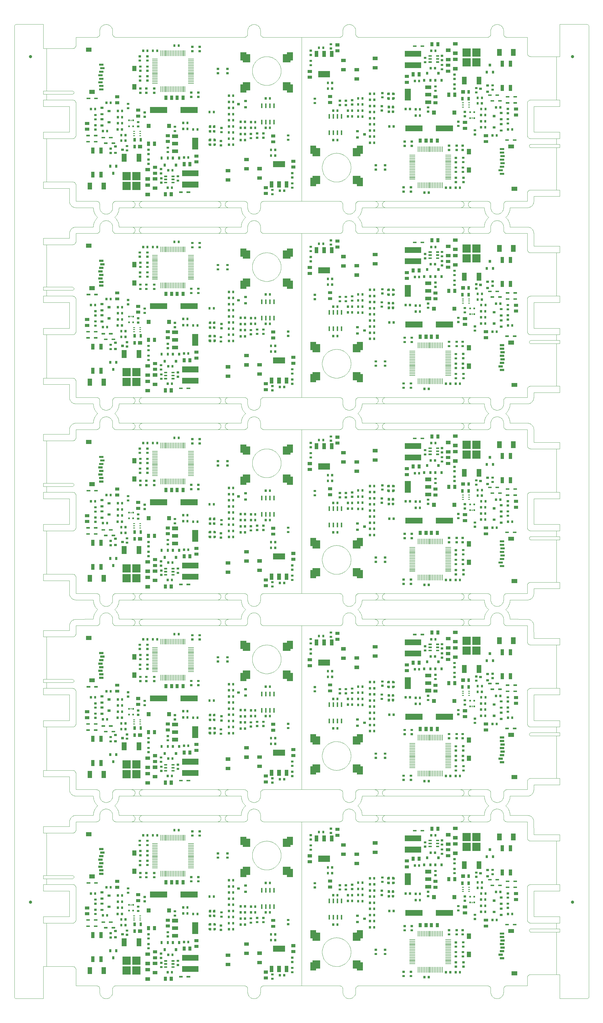
<source format=gbr>
*
%FSLAX36Y36*%
%MOIN*%
%ADD10R,0.041000X0.041000*%
%ADD11R,0.028000X0.028000*%
%ADD12R,0.026000X0.026000*%
%ADD13R,0.025000X0.025000*%
%ADD14R,0.035500X0.035500*%
%ADD15R,0.037000X0.037000*%
%ADD16R,0.018000X0.018000*%
%ADD17R,0.044000X0.044000*%
%ADD18R,0.074000X0.074000*%
%ADD19R,0.055000X0.055000*%
%ADD20R,0.049120X0.049120*%
%ADD21R,0.025500X0.025500*%
%ADD22R,0.070740X0.070740*%
%ADD23R,0.041240X0.041240*%
%ADD24R,0.071000X0.071000*%
%ADD25R,0.072740X0.072740*%
%ADD26R,0.057000X0.057000*%
%ADD27R,0.043210X0.043210*%
%ADD28R,0.029430X0.029430*%
%ADD29R,0.009750X0.009750*%
%ADD30R,0.019620X0.019620*%
%ADD31R,0.010000X0.010000*%
%ADD32R,0.007000X0.007000*%
%ADD33R,0.047150X0.047150*%
%ADD34C,0.002000*%
%ADD35C,0.039370*%
%IPPOS*%
%LN042113084a0.bp*%
%LPD*%
G75*
G36*
X1030110Y514847D02*
X1030109Y414852D01*
X1030107Y414850D01*
X930112Y414851D01*
X930110Y414853D01*
X930111Y514848D01*
X930113Y514850D01*
X1030108Y514849D01*
X1030110Y514847D01*
G37*
G36*
Y395167D02*
X1030109Y295172D01*
X1030107Y295170D01*
X930112Y295171D01*
X930110Y295173D01*
X930111Y395168D01*
X930113Y395170D01*
X1030108Y395169D01*
X1030110Y395167D01*
G37*
G36*
X1149800Y514847D02*
X1149799Y414852D01*
X1149797Y414850D01*
X1049792Y414851D01*
X1049790Y414853D01*
X1049791Y514848D01*
X1049793Y514850D01*
X1149798Y514849D01*
X1149800Y514847D01*
G37*
G36*
Y395167D02*
X1149799Y295172D01*
X1149797Y295170D01*
X1049792Y295171D01*
X1049790Y295173D01*
X1049791Y395168D01*
X1049793Y395170D01*
X1149798Y395169D01*
X1149800Y395167D01*
G37*
G36*
X2494430Y1956637D02*
X2494429Y1856362D01*
X2494427Y1856360D01*
X2402032Y1856361D01*
X2402030Y1856363D01*
Y1876970D01*
X2401990Y1877440D01*
X2401880Y1877900D01*
X2401700Y1878340D01*
X2401450Y1878740D01*
X2401150Y1879100D01*
X2400790Y1879410D01*
X2400390Y1879650D01*
X2399950Y1879830D01*
X2399490Y1879940D01*
X2399020Y1879980D01*
X2372502Y1879981D01*
X2372500Y1879983D01*
X2372501Y1980258D01*
X2372503Y1980260D01*
X2445218Y1980259D01*
X2445220Y1980257D01*
Y1959650D01*
X2445260Y1959180D01*
X2445370Y1958720D01*
X2445550Y1958280D01*
X2445800Y1957880D01*
X2446100Y1957520D01*
X2446460Y1957210D01*
X2446860Y1956970D01*
X2447300Y1956790D01*
X2447760Y1956680D01*
X2448230Y1956640D01*
X2494428Y1956639D01*
X2494430Y1956637D01*
G37*
G36*
X3016090Y1980257D02*
X3016089Y1879982D01*
X3016087Y1879980D01*
X2989570D01*
X2989100Y1879940D01*
X2988640Y1879830D01*
X2988200Y1879650D01*
X2987800Y1879410D01*
X2987440Y1879100D01*
X2987130Y1878740D01*
X2986890Y1878340D01*
X2986710Y1877900D01*
X2986600Y1877440D01*
X2986560Y1876970D01*
X2986559Y1856362D01*
X2986557Y1856360D01*
X2894152Y1856361D01*
X2894150Y1856363D01*
X2894151Y1956638D01*
X2894153Y1956640D01*
X2940360D01*
X2940830Y1956680D01*
X2941290Y1956790D01*
X2941720Y1956970D01*
X2942130Y1957210D01*
X2942490Y1957520D01*
X2942790Y1957880D01*
X2943040Y1958280D01*
X2943220Y1958720D01*
X2943330Y1959180D01*
X2943370Y1959650D01*
X2943371Y1980258D01*
X2943373Y1980260D01*
X3016088Y1980259D01*
X3016090Y1980257D01*
G37*
G36*
X2494430Y1614117D02*
X2494429Y1513842D01*
X2494427Y1513840D01*
X2448230D01*
X2447760Y1513800D01*
X2447300Y1513690D01*
X2446860Y1513510D01*
X2446460Y1513260D01*
X2446100Y1512960D01*
X2445800Y1512600D01*
X2445550Y1512190D01*
X2445370Y1511760D01*
X2445260Y1511300D01*
X2445220Y1510830D01*
X2445219Y1486282D01*
X2445217Y1486280D01*
X2372502Y1486281D01*
X2372500Y1486283D01*
X2372501Y1586558D01*
X2372503Y1586560D01*
X2399020D01*
X2399490Y1586600D01*
X2399950Y1586710D01*
X2400390Y1586890D01*
X2400790Y1587130D01*
X2401150Y1587440D01*
X2401450Y1587800D01*
X2401700Y1588200D01*
X2401880Y1588640D01*
X2401990Y1589100D01*
X2402030Y1589570D01*
X2402031Y1614118D01*
X2402033Y1614120D01*
X2494428Y1614119D01*
X2494430Y1614117D01*
G37*
G36*
X3016090Y1586557D02*
X3016089Y1486282D01*
X3016087Y1486280D01*
X2943372Y1486281D01*
X2943370Y1486283D01*
Y1510830D01*
X2943330Y1511300D01*
X2943220Y1511760D01*
X2943040Y1512190D01*
X2942790Y1512600D01*
X2942490Y1512960D01*
X2942130Y1513260D01*
X2941720Y1513510D01*
X2941290Y1513690D01*
X2940830Y1513800D01*
X2940360Y1513840D01*
X2894152Y1513841D01*
X2894150Y1513843D01*
X2894151Y1614118D01*
X2894153Y1614120D01*
X2986558Y1614119D01*
X2986560Y1614117D01*
Y1589570D01*
X2986600Y1589100D01*
X2986710Y1588640D01*
X2986890Y1588200D01*
X2987130Y1587800D01*
X2987440Y1587440D01*
X2987800Y1587130D01*
X2988200Y1586890D01*
X2988640Y1586710D01*
X2989100Y1586600D01*
X2989570Y1586560D01*
X3016088Y1586559D01*
X3016090Y1586557D01*
G37*
G54D10*
X1246860Y353510D02*
X1230860D01*
X1246860Y239330D02*
X1230860D01*
X2229360Y416830D02*
X2213360D01*
X2229360Y531010D02*
X2213360D01*
X2616860Y441830D02*
X2600860D01*
X2616860Y556010D02*
X2600860D01*
X2454360Y668510D02*
X2438360D01*
X2454360Y554330D02*
X2438360D01*
X1246860Y429330D02*
X1230860D01*
X1246860Y543510D02*
X1230860D01*
X1335610Y431010D02*
X1319610D01*
X1335610Y316830D02*
X1319610D01*
G54D11*
X816090Y502360D02*
Y496360D01*
X1446360Y602360D02*
Y596360D01*
X1583860Y602360D02*
Y596360D01*
G54D12*
X853500Y589980D02*
Y581980D01*
X778690Y589980D02*
Y581980D01*
X1407970Y689980D02*
Y681980D01*
X1484750Y689980D02*
Y681980D01*
X1545470Y689980D02*
Y681980D01*
X1622250Y689980D02*
Y681980D01*
G54D13*
X1354010Y2001420D02*
Y1996420D01*
X1301210Y2001420D02*
Y1996420D01*
X1565110Y2063920D02*
Y2058920D01*
X1617910Y2063920D02*
Y2058920D01*
X2735260Y1418920D02*
Y1413920D01*
X2682460Y1418920D02*
Y1413920D01*
X2429010Y1057670D02*
Y1052670D01*
X2376210Y1057670D02*
Y1052670D01*
X2429010Y1132670D02*
Y1127670D01*
X2376210Y1132670D02*
Y1127670D01*
X914040Y970170D02*
Y965170D01*
X966840Y970170D02*
Y965170D01*
X872460Y1113920D02*
Y1108920D01*
X925260Y1113920D02*
Y1108920D01*
X869960Y1038920D02*
Y1033920D01*
X922760Y1038920D02*
Y1033920D01*
X1488710Y538920D02*
Y533920D01*
X1541510Y538920D02*
Y533920D01*
X732460Y1363920D02*
Y1358920D01*
X785260Y1363920D02*
Y1358920D01*
X2800260Y788920D02*
Y783920D01*
X2747460Y788920D02*
Y783920D01*
X1725260Y1118920D02*
Y1113920D01*
X1672460Y1118920D02*
Y1113920D01*
X2055260Y911270D02*
Y906270D01*
X2002460Y911270D02*
Y906270D01*
Y851270D02*
Y846270D01*
X2055260Y851270D02*
Y846270D01*
X2002310Y1073770D02*
Y1068770D01*
X2055110Y1073770D02*
Y1068770D01*
Y1013770D02*
Y1008770D01*
X2002310Y1013770D02*
Y1008770D01*
X1994960Y1251420D02*
Y1246420D01*
X2047760Y1251420D02*
Y1246420D01*
X2231060Y926420D02*
Y921420D01*
X2283860Y926420D02*
Y921420D01*
X2232460Y851420D02*
Y846420D01*
X2285260Y851420D02*
Y846420D01*
X2232460Y1076420D02*
Y1071420D01*
X2285260Y1076420D02*
Y1071420D01*
X2231060Y1001420D02*
Y996420D01*
X2283860Y1001420D02*
Y996420D01*
X2232460Y1151420D02*
Y1146420D01*
X2285260Y1151420D02*
Y1146420D01*
X2232460Y1226420D02*
Y1221420D01*
X2285260Y1226420D02*
Y1221420D01*
X2232460Y1376420D02*
Y1371420D01*
X2285260Y1376420D02*
Y1371420D01*
X2232460Y1301420D02*
Y1296420D01*
X2285260Y1301420D02*
Y1296420D01*
X2735260Y1058920D02*
Y1053920D01*
X2682460Y1058920D02*
Y1053920D01*
X2502460Y1128920D02*
Y1123920D01*
X2555260Y1128920D02*
Y1123920D01*
X2429010Y907670D02*
Y902670D01*
X2376210Y907670D02*
Y902670D01*
Y982670D02*
Y977670D01*
X2429010Y982670D02*
Y977670D01*
X2555260Y1058920D02*
Y1053920D01*
X2502460Y1058920D02*
Y1053920D01*
X2800260Y718920D02*
Y713920D01*
X2747460Y718920D02*
Y713920D01*
X1847760Y1038920D02*
Y1033920D01*
X1794960Y1038920D02*
Y1033920D01*
X2285260Y1451420D02*
Y1446420D01*
X2232460Y1451420D02*
Y1446420D01*
X542460Y1288920D02*
Y1283920D01*
X595260Y1288920D02*
Y1283920D01*
X925260Y1263920D02*
Y1258920D01*
X872460Y1263920D02*
Y1258920D01*
X925260Y1188920D02*
Y1183920D01*
X872460Y1188920D02*
Y1183920D01*
X966510Y901420D02*
Y896420D01*
X913710Y901420D02*
Y896420D01*
X1182460Y2001420D02*
Y1996420D01*
X1235260Y2001420D02*
Y1996420D01*
X1535260Y326420D02*
Y321420D01*
X1482460Y326420D02*
Y321420D01*
X2856460Y287920D02*
Y282920D01*
X2909260Y287920D02*
Y282920D01*
X1735260Y695170D02*
Y690170D01*
X1682460Y695170D02*
Y690170D01*
X688710Y1020170D02*
Y1015170D01*
X741510Y1020170D02*
Y1015170D01*
X1672460Y1043920D02*
Y1038920D01*
X1725260Y1043920D02*
Y1038920D01*
G54D14*
X2781610Y883900D02*
X2766110D01*
X2781610Y956900D02*
X2766110D01*
X872860Y1362420D02*
X857360D01*
X872860Y1435420D02*
X857360D01*
X1320360Y869170D02*
Y853670D01*
X1247360Y869170D02*
Y853670D01*
G54D15*
X1490860Y959920D02*
X1476860D01*
X1490860Y887920D02*
X1476860D01*
X1840860Y709920D02*
X1826860D01*
X1840860Y637920D02*
X1826860D01*
X503360Y1037920D02*
X489360D01*
X503360Y1109920D02*
X489360D01*
X1128360Y1272420D02*
X1114360D01*
X1128360Y1200420D02*
X1114360D01*
X1334610Y500420D02*
X1320610D01*
X1334610Y572420D02*
X1320610D01*
X2690860Y323920D02*
X2676860D01*
X2690860Y251920D02*
X2676860D01*
X3028360Y647420D02*
X3014360D01*
X3028360Y575420D02*
X3014360D01*
G54D13*
X1573860Y1016270D02*
X1568860D01*
X1573860Y1069070D02*
X1568860D01*
X2505110Y981570D02*
X2500110D01*
X2505110Y928770D02*
X2500110D01*
X2961360Y910020D02*
X2956360D01*
X2961360Y962820D02*
X2956360D01*
X2142610Y1002370D02*
X2137610D01*
X2142610Y1055170D02*
X2137610D01*
X1251360Y667820D02*
X1246360D01*
X1251360Y615020D02*
X1246360D01*
X1861360Y1487820D02*
X1856360D01*
X1861360Y1435020D02*
X1856360D01*
X1773860Y1487820D02*
X1768860D01*
X1773860Y1435020D02*
X1768860D01*
X1786360Y2047820D02*
X1781360D01*
X1786360Y1995020D02*
X1781360D01*
X1876360Y2047820D02*
X1871360D01*
X1876360Y1995020D02*
X1871360D01*
X1318860Y1537820D02*
X1313860D01*
X1318860Y1485020D02*
X1313860D01*
X1223860Y1537820D02*
X1218860D01*
X1223860Y1485020D02*
X1218860D01*
X1148860Y1806570D02*
X1143860D01*
X1148860Y1753770D02*
X1143860D01*
X1236360Y1806570D02*
X1231360D01*
X1236360Y1753770D02*
X1231360D01*
X1142610Y1878770D02*
X1137610D01*
X1142610Y1931570D02*
X1137610D01*
X1146360Y1633620D02*
X1141360D01*
X1146360Y1686420D02*
X1141360D01*
X1236360Y1635020D02*
X1231360D01*
X1236360Y1687820D02*
X1231360D01*
X1236360Y1878770D02*
X1231360D01*
X1236360Y1931570D02*
X1231360D01*
X2101360Y1777820D02*
X2096360D01*
X2101360Y1725020D02*
X2096360D01*
X2216360Y1777820D02*
X2211360D01*
X2216360Y1725020D02*
X2211360D01*
X1405110Y497520D02*
X1400110D01*
X1405110Y550320D02*
X1400110D01*
X2765310Y295630D02*
X2760310D01*
X2765310Y242830D02*
X2760310D01*
X1486360Y760020D02*
X1481360D01*
X1486360Y812820D02*
X1481360D01*
X1998860Y852370D02*
X1993860D01*
X1998860Y905170D02*
X1993860D01*
X2061360D02*
X2056360D01*
X2061360Y852370D02*
X2056360D01*
X2055110Y1014870D02*
X2050110D01*
X2055110Y1067670D02*
X2050110D01*
X2005110D02*
X2000110D01*
X2005110Y1014870D02*
X2000110D01*
X2136360Y841270D02*
X2131360D01*
X2136360Y894070D02*
X2131360D01*
X986360Y780020D02*
X981360D01*
X986360Y832820D02*
X981360D01*
X2656360Y987820D02*
X2651360D01*
X2656360Y935020D02*
X2651360D01*
X2581360D02*
X2576360D01*
X2581360Y987820D02*
X2576360D01*
X1251360Y735020D02*
X1246360D01*
X1251360Y787820D02*
X1246360D01*
X598860Y1035020D02*
X593860D01*
X598860Y1087820D02*
X593860D01*
X1001360Y1349220D02*
X996360D01*
X1001360Y1296420D02*
X996360D01*
X1406360Y385020D02*
X1401360D01*
X1406360Y437820D02*
X1401360D01*
X598860Y1160020D02*
X593860D01*
X598860Y1212820D02*
X593860D01*
X1123860Y1125320D02*
X1118860D01*
X1123860Y1072520D02*
X1118860D01*
X1611360Y462820D02*
X1606360D01*
X1611360Y410020D02*
X1606360D01*
X3011360Y322520D02*
X3006360D01*
X3011360Y375320D02*
X3006360D01*
X3011360Y447520D02*
X3006360D01*
X3011360Y500320D02*
X3006360D01*
X786360Y747520D02*
X781360D01*
X786360Y800320D02*
X781360D01*
X1205110Y1244070D02*
X1200110D01*
X1205110Y1191270D02*
X1200110D01*
X1151360Y1537820D02*
X1146360D01*
X1151360Y1485020D02*
X1146360D01*
G54D15*
X1669860Y1430920D02*
Y1416920D01*
X1597860Y1430920D02*
Y1416920D01*
X1460360Y1430920D02*
Y1416920D01*
X1532360Y1430920D02*
Y1416920D01*
X1683860Y618420D02*
Y604420D01*
X1755860Y618420D02*
Y604420D01*
X1526110Y249670D02*
Y235670D01*
X1454110Y249670D02*
Y235670D01*
G54D16*
X618120Y1416420D02*
X592120D01*
X525600D02*
X499600D01*
X613120Y961420D02*
X587120D01*
X520600D02*
X494600D01*
X613120Y886420D02*
X587120D01*
X520600D02*
X494600D01*
X706850Y936420D02*
X680850D01*
X799370D02*
X773370D01*
X738100Y867670D02*
X712100D01*
X830620D02*
X804620D01*
X1749370Y267670D02*
X1723370D01*
X1656850D02*
X1630850D01*
G54D12*
X2441170Y1384810D02*
X2433170D01*
X2441170Y1308030D02*
X2433170D01*
X682050Y1085530D02*
X674050D01*
X682050Y1162310D02*
X674050D01*
X682050Y1223030D02*
X674050D01*
X682050Y1299810D02*
X674050D01*
X847860Y749650D02*
X839860D01*
X847860Y826420D02*
X839860D01*
G54D11*
X2353550Y1346420D02*
X2347550D01*
X767670Y1123920D02*
X761670D01*
X767670Y1261420D02*
X761670D01*
X933470Y788030D02*
X927470D01*
G54D17*
X1587360Y768900D02*
X1557360D01*
X1587360Y953940D02*
X1557360D01*
X1587360Y861420D02*
X1557360D01*
G54D18*
X1820360Y896420D02*
Y826420D01*
G54D19*
X700110Y357170D02*
Y328170D01*
X530110Y357170D02*
Y328170D01*
G54D20*
X1073620Y1566345D02*
Y1550595D01*
Y1790755D02*
Y1775005D01*
X526380Y2013190D02*
X506700D01*
X565750Y1495480D02*
X546070D01*
G54D21*
X681890Y1526580D02*
X654330D01*
X681890Y1569880D02*
X654330D01*
X674020Y1613190D02*
X646460D01*
X681890Y1656500D02*
X654330D01*
X674020Y1699810D02*
X646460D01*
X681890Y1743110D02*
X654330D01*
X697640Y1786420D02*
X670080D01*
X681890Y1829730D02*
X654330D01*
G54D22*
X1823820Y499070D02*
X1693900D01*
X1823820Y361270D02*
X1693900D01*
G54D23*
X665110Y498280D02*
Y466780D01*
X565110Y498280D02*
Y466780D01*
Y793560D02*
Y762060D01*
X665110Y793560D02*
Y762060D01*
G54D24*
X1814880Y1273920D02*
X1675880D01*
X1440860D02*
X1301860D01*
G54D25*
X2408860Y1550200D02*
Y1522640D01*
X2979730Y1550200D02*
Y1522640D01*
Y1943900D02*
Y1916340D01*
X2408860Y1943900D02*
Y1916340D01*
G54D26*
X949560Y708130D02*
Y669130D01*
X1130660Y708130D02*
Y669130D01*
G54D16*
X1467330Y461320D02*
X1447330D01*
X1467330Y386520D02*
X1447330D01*
X1557890Y461320D02*
X1537890D01*
X1557890Y386520D02*
X1537890D01*
X1467330Y423920D02*
X1447330D01*
X1557910D02*
X1537910D01*
G54D17*
X2938880Y377420D02*
Y347420D01*
X2753840Y377420D02*
Y347420D01*
X2846360Y377420D02*
Y347420D01*
G54D18*
X2881360Y610420D02*
X2811360D01*
G54D16*
X2783860Y1145920D02*
Y1106920D01*
X2733860Y1145920D02*
Y1106920D01*
X2783860Y1345920D02*
Y1306920D01*
X2733860Y1345920D02*
Y1306920D01*
X2683860Y1145920D02*
Y1106920D01*
X2633860Y1145920D02*
Y1106920D01*
Y1345920D02*
Y1306920D01*
X2683860Y1345920D02*
Y1306920D01*
G54D27*
X1146610Y825350D02*
X1142670D01*
G54D28*
X1077710Y832240D02*
Y818460D01*
Y916880D02*
Y903100D01*
X1152510Y916880D02*
Y903100D01*
G54D29*
X1033860Y1150755D02*
Y1142885D01*
G54D30*
X1059450Y1146820D03*
G54D30*
X1008270D03*
G54D30*
X1059450Y1075990D03*
G54D30*
X1008270D03*
G54D31*
X1152260Y960830D02*
X1140260D01*
X1152260Y1012010D02*
X1140260D01*
X1077460Y960830D02*
X1065460D01*
X1077460Y1012010D02*
X1065460D01*
X1152260Y986420D02*
X1140260D01*
X1077460D02*
X1065460D01*
G54D32*
X1356890Y1758760D02*
X1294890D01*
X1356890Y1739080D02*
X1294890D01*
X1797830D02*
X1735830D01*
X1797830Y1758760D02*
X1735830D01*
X1356890Y1719390D02*
X1294890D01*
X1356890Y1699710D02*
X1294890D01*
X1356890Y1680020D02*
X1294890D01*
X1356890Y1660340D02*
X1294890D01*
X1356890Y1640650D02*
X1294890D01*
X1356890Y1620970D02*
X1294890D01*
X1356890Y1601280D02*
X1294890D01*
X1797830D02*
X1735830D01*
X1797830Y1620970D02*
X1735830D01*
X1797830Y1640650D02*
X1735830D01*
X1797830Y1660340D02*
X1735830D01*
X1797830Y1680020D02*
X1735830D01*
X1797830Y1699710D02*
X1735830D01*
X1797830Y1719390D02*
X1735830D01*
X1356890Y1896560D02*
X1294890D01*
X1356890Y1876870D02*
X1294890D01*
X1356890Y1857190D02*
X1294890D01*
X1356890Y1837500D02*
X1294890D01*
X1356890Y1817820D02*
X1294890D01*
X1356890Y1798130D02*
X1294890D01*
X1356890Y1778450D02*
X1294890D01*
X1797830D02*
X1735830D01*
X1797830Y1798130D02*
X1735830D01*
X1797830Y1817820D02*
X1735830D01*
X1797830Y1837500D02*
X1735830D01*
X1797830Y1857190D02*
X1735830D01*
X1797830Y1876870D02*
X1735830D01*
X1797830Y1896560D02*
X1735830D01*
X1536520Y1559450D02*
Y1497450D01*
X1556200Y1559450D02*
Y1497450D01*
Y2000390D02*
Y1938390D01*
X1536520Y2000390D02*
Y1938390D01*
X1398720Y1559450D02*
Y1497450D01*
X1418410Y1559450D02*
Y1497450D01*
X1438090Y1559450D02*
Y1497450D01*
X1457780Y1559450D02*
Y1497450D01*
X1477460Y1559450D02*
Y1497450D01*
X1497150Y1559450D02*
Y1497450D01*
X1516830Y1559450D02*
Y1497450D01*
X1575890Y1559450D02*
Y1497450D01*
X1595570Y1559450D02*
Y1497450D01*
X1615260Y1559450D02*
Y1497450D01*
X1634940Y1559450D02*
Y1497450D01*
X1654630Y1559450D02*
Y1497450D01*
X1674310Y1559450D02*
Y1497450D01*
X1694000Y1559450D02*
Y1497450D01*
X1516830Y2000390D02*
Y1938390D01*
X1497150Y2000390D02*
Y1938390D01*
X1477460Y2000390D02*
Y1938390D01*
X1457780Y2000390D02*
Y1938390D01*
X1438090Y2000390D02*
Y1938390D01*
X1418410Y2000390D02*
Y1938390D01*
X1398720Y2000390D02*
Y1938390D01*
X1694000Y2000390D02*
Y1938390D01*
X1674310Y2000390D02*
Y1938390D01*
X1654630Y2000390D02*
Y1938390D01*
X1634940Y2000390D02*
Y1938390D01*
X1615260Y2000390D02*
Y1938390D01*
X1595570Y2000390D02*
Y1938390D01*
X1575890Y2000390D02*
Y1938390D01*
G54D33*
X1250360Y1081225D02*
Y1079255D01*
X1500360Y1081225D02*
Y1079255D01*
G54D34*
X2460630Y2244100D03*
G54D34*
Y2204730D03*
G54D34*
X807090D03*
G54D34*
Y2244100D03*
G54D34*
X649610Y2204730D03*
G54D34*
X358270Y2066930D03*
G54D34*
X314960Y1507880D03*
G54D34*
X358270Y964570D03*
G54D34*
X807090Y78740D03*
G54D34*
Y118110D03*
G54D34*
X2618110D03*
G54D34*
Y2204730D03*
X2618110Y2244100D02*
X2617617Y2252897D01*
X2616144Y2261584D01*
X2613710Y2270052D01*
X2610345Y2278195D01*
X2606092Y2285911D01*
X2601003Y2293104D01*
X2595142Y2299683D01*
X2588583Y2305566D01*
X2581408Y2310680D01*
X2573706Y2314959D01*
X2565574Y2318352D01*
X2557115Y2320815D01*
X2548433Y2322317D01*
X2539637Y2322840D01*
X2530839Y2322377D01*
X2522147Y2320933D01*
X2513671Y2318528D01*
X2505516Y2315191D01*
X2497786Y2310963D01*
X2490576Y2305899D01*
X2483977Y2300061D01*
X2478071Y2293521D01*
X2472934Y2286363D01*
X2468628Y2278676D01*
X2465208Y2270556D01*
X2462716Y2262105D01*
X2461185Y2253428D01*
X2460632Y2244635D01*
X2460630Y2244100D01*
X2421260Y2165360D02*
X2427468Y2165852D01*
X2433520Y2167318D01*
X2439265Y2169719D01*
X2444560Y2172995D01*
X2449273Y2177066D01*
X2453284Y2181829D01*
X2456494Y2187164D01*
X2458823Y2192940D01*
X2460212Y2199010D01*
X2460630Y2204730D01*
X807090D02*
X807582Y2198523D01*
X809048Y2192470D01*
X811448Y2186725D01*
X814725Y2181430D01*
X818796Y2176718D01*
X823559Y2172706D01*
X828894Y2169496D01*
X834670Y2167167D01*
X840740Y2165778D01*
X846460Y2165360D01*
X807090Y2244100D02*
X806597Y2252897D01*
X805124Y2261584D01*
X802690Y2270052D01*
X799325Y2278195D01*
X795072Y2285911D01*
X789983Y2293104D01*
X784122Y2299683D01*
X777563Y2305566D01*
X770388Y2310680D01*
X762686Y2314959D01*
X754554Y2318352D01*
X746095Y2320815D01*
X737413Y2322317D01*
X728617Y2322840D01*
X719819Y2322377D01*
X711127Y2320933D01*
X702650Y2318528D01*
X694496Y2315191D01*
X686765Y2310963D01*
X679556Y2305899D01*
X672957Y2300061D01*
X667051Y2293521D01*
X661914Y2286363D01*
X657608Y2278676D01*
X654188Y2270556D01*
X651696Y2262105D01*
X650164Y2253428D01*
X649612Y2244635D01*
X649610Y2244100D01*
X610240Y2165360D02*
X616448Y2165852D01*
X622500Y2167318D01*
X628245Y2169719D01*
X633540Y2172995D01*
X638253Y2177066D01*
X642264Y2181829D01*
X645474Y2187164D01*
X647803Y2192940D01*
X649192Y2199010D01*
X649610Y2204730D01*
X318900Y2027560D02*
X325107Y2028052D01*
X331160Y2029518D01*
X336905Y2031919D01*
X342200Y2035195D01*
X346913Y2039266D01*
X350924Y2044029D01*
X354134Y2049364D01*
X356463Y2055140D01*
X357852Y2061210D01*
X358270Y2066930D01*
X314960Y1468510D02*
X319331Y1469001D01*
X323484Y1470451D01*
X327211Y1472787D01*
X330327Y1475892D01*
X332675Y1479611D01*
X334139Y1483759D01*
X334645Y1488128D01*
X334168Y1492501D01*
X332733Y1496659D01*
X330410Y1500394D01*
X327315Y1503520D01*
X323604Y1505881D01*
X319461Y1507359D01*
X315094Y1507880D01*
X314960Y1507880D01*
X358270Y1358270D02*
X357778Y1364478D01*
X356313Y1370530D01*
X353912Y1376275D01*
X350635Y1381570D01*
X346564Y1386283D01*
X341801Y1390294D01*
X336466Y1393504D01*
X330691Y1395833D01*
X324620Y1397222D01*
X318900Y1397640D01*
Y925200D02*
X325107Y925693D01*
X331160Y927158D01*
X336905Y929558D01*
X342200Y932835D01*
X346913Y936906D01*
X350924Y941669D01*
X354134Y947004D01*
X356463Y952780D01*
X357852Y958850D01*
X358270Y964570D01*
Y354330D02*
X357778Y360538D01*
X356313Y366590D01*
X353912Y372335D01*
X350635Y377630D01*
X346564Y382343D01*
X341801Y386354D01*
X336466Y389564D01*
X330691Y391893D01*
X324620Y393282D01*
X318900Y393700D01*
X649610Y118110D02*
X649118Y124318D01*
X647653Y130370D01*
X645252Y136115D01*
X641975Y141410D01*
X637904Y146123D01*
X633141Y150134D01*
X627806Y153344D01*
X622031Y155673D01*
X615961Y157062D01*
X610240Y157480D01*
X649610Y78740D02*
X650103Y69943D01*
X651576Y61256D01*
X654010Y52788D01*
X657375Y44645D01*
X661628Y36929D01*
X666717Y29736D01*
X672578Y23157D01*
X679137Y17274D01*
X686312Y12161D01*
X694014Y7881D01*
X702146Y4488D01*
X710605Y2025D01*
X719287Y523D01*
X728083Y0D01*
X736881Y464D01*
X745573Y1907D01*
X754050Y4312D01*
X762204Y7649D01*
X769935Y11877D01*
X777144Y16941D01*
X783743Y22780D01*
X789649Y29319D01*
X794786Y36477D01*
X799092Y44164D01*
X802512Y52284D01*
X805004Y60735D01*
X806536Y69412D01*
X807088Y78205D01*
X807090Y78740D01*
X846460Y157480D02*
X840253Y156988D01*
X834200Y155523D01*
X828455Y153122D01*
X823160Y149845D01*
X818448Y145774D01*
X814436Y141011D01*
X811226Y135676D01*
X808897Y129901D01*
X807508Y123831D01*
X807090Y118110D01*
X2460630D02*
X2460138Y124318D01*
X2458673Y130370D01*
X2456272Y136115D01*
X2452995Y141410D01*
X2448924Y146123D01*
X2444161Y150134D01*
X2438826Y153344D01*
X2433050Y155673D01*
X2426981Y157062D01*
X2421260Y157480D01*
X2460630Y78740D02*
X2461123Y69943D01*
X2462596Y61256D01*
X2465030Y52788D01*
X2468395Y44645D01*
X2472648Y36929D01*
X2477737Y29736D01*
X2483598Y23157D01*
X2490157Y17274D01*
X2497332Y12161D01*
X2505034Y7881D01*
X2513166Y4488D01*
X2521625Y2025D01*
X2530307Y523D01*
X2539103Y0D01*
X2547901Y464D01*
X2556593Y1907D01*
X2565070Y4312D01*
X2573224Y7649D01*
X2580955Y11877D01*
X2588164Y16941D01*
X2594763Y22780D01*
X2600669Y29319D01*
X2605806Y36477D01*
X2610112Y44164D01*
X2613532Y52284D01*
X2616024Y60735D01*
X2617556Y69412D01*
X2618108Y78205D01*
X2618110Y78740D01*
X2657480Y157480D02*
X2651273Y156988D01*
X2645220Y155523D01*
X2639475Y153122D01*
X2634180Y149845D01*
X2629468Y145774D01*
X2625456Y141011D01*
X2622246Y135676D01*
X2619917Y129901D01*
X2618528Y123831D01*
X2618110Y118110D01*
Y2204730D02*
X2618602Y2198523D01*
X2620068Y2192470D01*
X2622468Y2186725D01*
X2625745Y2181430D01*
X2629816Y2176718D01*
X2634579Y2172706D01*
X2639914Y2169496D01*
X2645690Y2167167D01*
X2651760Y2165778D01*
X2657480Y2165360D01*
X2460630Y2244100D02*
Y2204730D01*
X2421260Y2165360D02*
X846460D01*
X807090Y2244100D02*
Y2204730D01*
X649610Y2244100D02*
Y2204730D01*
X610240Y2165360D02*
X358270D01*
Y2066930D01*
X318900Y2027560D02*
X0D01*
Y1507880D01*
X314960D02*
X0D01*
X314960Y1468510D02*
X0D01*
Y1397640D01*
X318900D02*
X0D01*
X358270Y1358270D02*
Y964570D01*
X318900Y925200D02*
X0D01*
Y393700D01*
X318900D02*
X0D01*
X358270Y354330D02*
Y157480D01*
X610240D02*
X358270D01*
X649610Y118110D02*
Y78740D01*
X807090Y118110D02*
Y78740D01*
X2421260Y157480D02*
X846460D01*
X2460630Y118110D02*
Y78740D01*
X2618110Y118110D02*
Y78740D01*
X3122050Y157480D02*
X2657480D01*
X3122050Y2165360D02*
Y157480D01*
Y2165360D02*
X2657480D01*
X2618110Y2244100D02*
Y2204730D01*
X2870471Y1752950D02*
X2869978Y1739776D01*
X2868501Y1726675D01*
X2866048Y1713722D01*
X2862634Y1700988D01*
X2858277Y1688546D01*
X2853002Y1676464D01*
X2846839Y1664810D01*
X2839821Y1653650D01*
X2831988Y1643045D01*
X2823384Y1633056D01*
X2814058Y1623739D01*
X2804060Y1615145D01*
X2793449Y1607323D01*
X2782281Y1600316D01*
X2770622Y1594163D01*
X2758534Y1588900D01*
X2746087Y1584555D01*
X2733350Y1581154D01*
X2720395Y1578714D01*
X2707293Y1577250D01*
X2694118Y1576769D01*
X2680944Y1577275D01*
X2667845Y1578765D01*
X2654895Y1581230D01*
X2642164Y1584657D01*
X2629726Y1589026D01*
X2617649Y1594312D01*
X2606001Y1600488D01*
X2594848Y1607516D01*
X2584251Y1615359D01*
X2574271Y1623973D01*
X2564962Y1633309D01*
X2556378Y1643314D01*
X2548566Y1653934D01*
X2541570Y1665108D01*
X2535429Y1676774D01*
X2530177Y1688866D01*
X2525845Y1701317D01*
X2522455Y1714057D01*
X2520028Y1727015D01*
X2518577Y1740119D01*
X2518109Y1753294D01*
X2518628Y1766467D01*
X2520131Y1779565D01*
X2522608Y1792513D01*
X2526048Y1805240D01*
X2530429Y1817674D01*
X2535727Y1829746D01*
X2541914Y1841388D01*
X2548953Y1852534D01*
X2556807Y1863123D01*
X2565430Y1873095D01*
X2574775Y1882395D01*
X2584789Y1890969D01*
X2595416Y1898771D01*
X2606597Y1905756D01*
X2618269Y1911886D01*
X2630366Y1917125D01*
X2642821Y1921446D01*
X2655565Y1924823D01*
X2668525Y1927237D01*
X2681630Y1928676D01*
X2694806Y1929130D01*
X2707978Y1928599D01*
X2721074Y1927083D01*
X2734020Y1924593D01*
X2746744Y1921142D01*
X2759174Y1916748D01*
X2771241Y1911438D01*
X2782876Y1905240D01*
X2794016Y1898190D01*
X2804597Y1890326D01*
X2814561Y1881693D01*
X2823851Y1872339D01*
X2832416Y1862317D01*
X2840207Y1851682D01*
X2847181Y1840494D01*
X2853300Y1828817D01*
X2858528Y1816714D01*
X2862836Y1804254D01*
X2866200Y1791507D01*
X2868602Y1778545D01*
X2870028Y1765439D01*
X2870471Y1752950D01*
G36*
X1030110Y2916427D02*
X1030109Y2816432D01*
X1030107Y2816431D01*
X930112Y2816431D01*
X930110Y2816433D01*
X930111Y2916428D01*
X930113Y2916431D01*
X1030108Y2916430D01*
X1030110Y2916427D01*
G37*
G36*
Y2796748D02*
X1030109Y2696752D01*
X1030107Y2696750D01*
X930112Y2696751D01*
X930110Y2696753D01*
X930111Y2796749D01*
X930113Y2796750D01*
X1030108Y2796750D01*
X1030110Y2796748D01*
G37*
G36*
X1149800Y2916427D02*
X1149799Y2816432D01*
X1149797Y2816431D01*
X1049792Y2816431D01*
X1049790Y2816433D01*
X1049791Y2916428D01*
X1049793Y2916431D01*
X1149798Y2916430D01*
X1149800Y2916427D01*
G37*
G36*
Y2796748D02*
X1149799Y2696752D01*
X1149797Y2696750D01*
X1049792Y2696751D01*
X1049790Y2696753D01*
X1049791Y2796749D01*
X1049793Y2796750D01*
X1149798Y2796750D01*
X1149800Y2796748D01*
G37*
G36*
X2494430Y4358218D02*
X2494429Y4257943D01*
X2494427Y4257940D01*
X2402032Y4257942D01*
X2402030Y4257944D01*
Y4278550D01*
X2401990Y4279020D01*
X2401880Y4279481D01*
X2401700Y4279920D01*
X2401450Y4280320D01*
X2401150Y4280681D01*
X2400790Y4280990D01*
X2400390Y4281231D01*
X2399950Y4281411D01*
X2399490Y4281520D01*
X2399020Y4281561D01*
X2372502Y4281562D01*
X2372500Y4281563D01*
X2372501Y4381838D01*
X2372503Y4381840D01*
X2445218Y4381839D01*
X2445220Y4381838D01*
Y4361231D01*
X2445260Y4360761D01*
X2445370Y4360300D01*
X2445550Y4359861D01*
X2445800Y4359461D01*
X2446100Y4359100D01*
X2446460Y4358790D01*
X2446860Y4358550D01*
X2447300Y4358370D01*
X2447760Y4358261D01*
X2448230Y4358220D01*
X2494428Y4358219D01*
X2494430Y4358218D01*
G37*
G36*
X3016090Y4381838D02*
X3016089Y4281563D01*
X3016087Y4281561D01*
X2989570D01*
X2989100Y4281520D01*
X2988640Y4281411D01*
X2988200Y4281231D01*
X2987800Y4280990D01*
X2987440Y4280681D01*
X2987130Y4280320D01*
X2986890Y4279920D01*
X2986710Y4279481D01*
X2986600Y4279020D01*
X2986560Y4278550D01*
X2986559Y4257943D01*
X2986557Y4257940D01*
X2894152Y4257942D01*
X2894150Y4257944D01*
X2894151Y4358219D01*
X2894153Y4358220D01*
X2940360D01*
X2940830Y4358261D01*
X2941290Y4358370D01*
X2941720Y4358550D01*
X2942130Y4358790D01*
X2942490Y4359100D01*
X2942790Y4359461D01*
X2943040Y4359861D01*
X2943220Y4360300D01*
X2943330Y4360761D01*
X2943370Y4361231D01*
X2943371Y4381838D01*
X2943373Y4381840D01*
X3016088Y4381839D01*
X3016090Y4381838D01*
G37*
G36*
X2494430Y4015698D02*
X2494429Y3915423D01*
X2494427Y3915420D01*
X2448230D01*
X2447760Y3915381D01*
X2447300Y3915270D01*
X2446860Y3915090D01*
X2446460Y3914840D01*
X2446100Y3914540D01*
X2445800Y3914181D01*
X2445550Y3913770D01*
X2445370Y3913340D01*
X2445260Y3912881D01*
X2445220Y3912411D01*
X2445219Y3887863D01*
X2445217Y3887861D01*
X2372502Y3887862D01*
X2372500Y3887863D01*
X2372501Y3988138D01*
X2372503Y3988140D01*
X2399020D01*
X2399490Y3988181D01*
X2399950Y3988290D01*
X2400390Y3988470D01*
X2400790Y3988711D01*
X2401150Y3989020D01*
X2401450Y3989381D01*
X2401700Y3989781D01*
X2401880Y3990220D01*
X2401990Y3990681D01*
X2402030Y3991150D01*
X2402031Y4015699D01*
X2402033Y4015700D01*
X2494428Y4015700D01*
X2494430Y4015698D01*
G37*
G36*
X3016090Y3988138D02*
X3016089Y3887863D01*
X3016087Y3887861D01*
X2943372Y3887862D01*
X2943370Y3887863D01*
Y3912411D01*
X2943330Y3912881D01*
X2943220Y3913340D01*
X2943040Y3913770D01*
X2942790Y3914181D01*
X2942490Y3914540D01*
X2942130Y3914840D01*
X2941720Y3915090D01*
X2941290Y3915270D01*
X2940830Y3915381D01*
X2940360Y3915420D01*
X2894152Y3915421D01*
X2894150Y3915424D01*
X2894151Y4015699D01*
X2894153Y4015700D01*
X2986558Y4015700D01*
X2986560Y4015698D01*
Y3991150D01*
X2986600Y3990681D01*
X2986710Y3990220D01*
X2986890Y3989781D01*
X2987130Y3989381D01*
X2987440Y3989020D01*
X2987800Y3988711D01*
X2988200Y3988470D01*
X2988640Y3988290D01*
X2989100Y3988181D01*
X2989570Y3988140D01*
X3016088Y3988139D01*
X3016090Y3988138D01*
G37*
G54D10*
X1246860Y2755090D02*
X1230860D01*
X1246860Y2640911D02*
X1230860D01*
X2229360Y2818411D02*
X2213360D01*
X2229360Y2932590D02*
X2213360D01*
X2616860Y2843411D02*
X2600860D01*
X2616860Y2957590D02*
X2600860D01*
X2454360Y3070090D02*
X2438360D01*
X2454360Y2955911D02*
X2438360D01*
X1246860Y2830911D02*
X1230860D01*
X1246860Y2945090D02*
X1230860D01*
X1335610Y2832590D02*
X1319610D01*
X1335610Y2718411D02*
X1319610D01*
G54D11*
X816090Y2903940D02*
Y2897940D01*
X1446360Y3003940D02*
Y2997940D01*
X1583860Y3003940D02*
Y2997940D01*
G54D12*
X853500Y2991561D02*
Y2983561D01*
X778690Y2991561D02*
Y2983561D01*
X1407970Y3091561D02*
Y3083561D01*
X1484750Y3091561D02*
Y3083561D01*
X1545470Y3091561D02*
Y3083561D01*
X1622250Y3091561D02*
Y3083561D01*
G54D13*
X1354010Y4403000D02*
Y4398000D01*
X1301210Y4403000D02*
Y4398000D01*
X1565110Y4465500D02*
Y4460500D01*
X1617910Y4465500D02*
Y4460500D01*
X2735260Y3820500D02*
Y3815500D01*
X2682460Y3820500D02*
Y3815500D01*
X2429010Y3459250D02*
Y3454250D01*
X2376210Y3459250D02*
Y3454250D01*
X2429010Y3534250D02*
Y3529250D01*
X2376210Y3534250D02*
Y3529250D01*
X914040Y3371750D02*
Y3366750D01*
X966840Y3371750D02*
Y3366750D01*
X872460Y3515500D02*
Y3510500D01*
X925260Y3515500D02*
Y3510500D01*
X869960Y3440500D02*
Y3435500D01*
X922760Y3440500D02*
Y3435500D01*
X1488710Y2940500D02*
Y2935500D01*
X1541510Y2940500D02*
Y2935500D01*
X732460Y3765500D02*
Y3760500D01*
X785260Y3765500D02*
Y3760500D01*
X2800260Y3190500D02*
Y3185500D01*
X2747460Y3190500D02*
Y3185500D01*
X1725260Y3520500D02*
Y3515500D01*
X1672460Y3520500D02*
Y3515500D01*
X2055260Y3312850D02*
Y3307850D01*
X2002460Y3312850D02*
Y3307850D01*
Y3252850D02*
Y3247850D01*
X2055260Y3252850D02*
Y3247850D01*
X2002310Y3475350D02*
Y3470350D01*
X2055110Y3475350D02*
Y3470350D01*
Y3415350D02*
Y3410350D01*
X2002310Y3415350D02*
Y3410350D01*
X1994960Y3653000D02*
Y3648000D01*
X2047760Y3653000D02*
Y3648000D01*
X2231060Y3328000D02*
Y3323000D01*
X2283860Y3328000D02*
Y3323000D01*
X2232460Y3253000D02*
Y3248000D01*
X2285260Y3253000D02*
Y3248000D01*
X2232460Y3478000D02*
Y3473000D01*
X2285260Y3478000D02*
Y3473000D01*
X2231060Y3403000D02*
Y3398000D01*
X2283860Y3403000D02*
Y3398000D01*
X2232460Y3553000D02*
Y3548000D01*
X2285260Y3553000D02*
Y3548000D01*
X2232460Y3628000D02*
Y3623000D01*
X2285260Y3628000D02*
Y3623000D01*
X2232460Y3778000D02*
Y3773000D01*
X2285260Y3778000D02*
Y3773000D01*
X2232460Y3703000D02*
Y3698000D01*
X2285260Y3703000D02*
Y3698000D01*
X2735260Y3460500D02*
Y3455500D01*
X2682460Y3460500D02*
Y3455500D01*
X2502460Y3530500D02*
Y3525500D01*
X2555260Y3530500D02*
Y3525500D01*
X2429010Y3309250D02*
Y3304250D01*
X2376210Y3309250D02*
Y3304250D01*
Y3384250D02*
Y3379250D01*
X2429010Y3384250D02*
Y3379250D01*
X2555260Y3460500D02*
Y3455500D01*
X2502460Y3460500D02*
Y3455500D01*
X2800260Y3120500D02*
Y3115500D01*
X2747460Y3120500D02*
Y3115500D01*
X1847760Y3440500D02*
Y3435500D01*
X1794960Y3440500D02*
Y3435500D01*
X2285260Y3853000D02*
Y3848000D01*
X2232460Y3853000D02*
Y3848000D01*
X542460Y3690500D02*
Y3685500D01*
X595260Y3690500D02*
Y3685500D01*
X925260Y3665500D02*
Y3660500D01*
X872460Y3665500D02*
Y3660500D01*
X925260Y3590500D02*
Y3585500D01*
X872460Y3590500D02*
Y3585500D01*
X966510Y3303000D02*
Y3298000D01*
X913710Y3303000D02*
Y3298000D01*
X1182460Y4403000D02*
Y4398000D01*
X1235260Y4403000D02*
Y4398000D01*
X1535260Y2728000D02*
Y2723000D01*
X1482460Y2728000D02*
Y2723000D01*
X2856460Y2689500D02*
Y2684500D01*
X2909260Y2689500D02*
Y2684500D01*
X1735260Y3096750D02*
Y3091750D01*
X1682460Y3096750D02*
Y3091750D01*
X688710Y3421750D02*
Y3416750D01*
X741510Y3421750D02*
Y3416750D01*
X1672460Y3445500D02*
Y3440500D01*
X1725260Y3445500D02*
Y3440500D01*
G54D14*
X2781610Y3285481D02*
X2766110D01*
X2781610Y3358481D02*
X2766110D01*
X872860Y3764000D02*
X857360D01*
X872860Y3837000D02*
X857360D01*
X1320360Y3270750D02*
Y3255250D01*
X1247360Y3270750D02*
Y3255250D01*
G54D15*
X1490860Y3361500D02*
X1476860D01*
X1490860Y3289500D02*
X1476860D01*
X1840860Y3111500D02*
X1826860D01*
X1840860Y3039500D02*
X1826860D01*
X503360Y3439500D02*
X489360D01*
X503360Y3511500D02*
X489360D01*
X1128360Y3674000D02*
X1114360D01*
X1128360Y3602000D02*
X1114360D01*
X1334610Y2902000D02*
X1320610D01*
X1334610Y2974000D02*
X1320610D01*
X2690860Y2725500D02*
X2676860D01*
X2690860Y2653500D02*
X2676860D01*
X3028360Y3049000D02*
X3014360D01*
X3028360Y2977000D02*
X3014360D01*
G54D13*
X1573860Y3417850D02*
X1568860D01*
X1573860Y3470650D02*
X1568860D01*
X2505110Y3383150D02*
X2500110D01*
X2505110Y3330350D02*
X2500110D01*
X2961360Y3311600D02*
X2956360D01*
X2961360Y3364400D02*
X2956360D01*
X2142610Y3403950D02*
X2137610D01*
X2142610Y3456750D02*
X2137610D01*
X1251360Y3069400D02*
X1246360D01*
X1251360Y3016600D02*
X1246360D01*
X1861360Y3889400D02*
X1856360D01*
X1861360Y3836600D02*
X1856360D01*
X1773860Y3889400D02*
X1768860D01*
X1773860Y3836600D02*
X1768860D01*
X1786360Y4449400D02*
X1781360D01*
X1786360Y4396600D02*
X1781360D01*
X1876360Y4449400D02*
X1871360D01*
X1876360Y4396600D02*
X1871360D01*
X1318860Y3939400D02*
X1313860D01*
X1318860Y3886600D02*
X1313860D01*
X1223860Y3939400D02*
X1218860D01*
X1223860Y3886600D02*
X1218860D01*
X1148860Y4208150D02*
X1143860D01*
X1148860Y4155350D02*
X1143860D01*
X1236360Y4208150D02*
X1231360D01*
X1236360Y4155350D02*
X1231360D01*
X1142610Y4280350D02*
X1137610D01*
X1142610Y4333150D02*
X1137610D01*
X1146360Y4035200D02*
X1141360D01*
X1146360Y4088000D02*
X1141360D01*
X1236360Y4036600D02*
X1231360D01*
X1236360Y4089400D02*
X1231360D01*
X1236360Y4280350D02*
X1231360D01*
X1236360Y4333150D02*
X1231360D01*
X2101360Y4179400D02*
X2096360D01*
X2101360Y4126600D02*
X2096360D01*
X2216360Y4179400D02*
X2211360D01*
X2216360Y4126600D02*
X2211360D01*
X1405110Y2899100D02*
X1400110D01*
X1405110Y2951900D02*
X1400110D01*
X2765310Y2697211D02*
X2760310D01*
X2765310Y2644411D02*
X2760310D01*
X1486360Y3161600D02*
X1481360D01*
X1486360Y3214400D02*
X1481360D01*
X1998860Y3253950D02*
X1993860D01*
X1998860Y3306750D02*
X1993860D01*
X2061360D02*
X2056360D01*
X2061360Y3253950D02*
X2056360D01*
X2055110Y3416450D02*
X2050110D01*
X2055110Y3469250D02*
X2050110D01*
X2005110D02*
X2000110D01*
X2005110Y3416450D02*
X2000110D01*
X2136360Y3242850D02*
X2131360D01*
X2136360Y3295650D02*
X2131360D01*
X986360Y3181600D02*
X981360D01*
X986360Y3234400D02*
X981360D01*
X2656360Y3389400D02*
X2651360D01*
X2656360Y3336600D02*
X2651360D01*
X2581360D02*
X2576360D01*
X2581360Y3389400D02*
X2576360D01*
X1251360Y3136600D02*
X1246360D01*
X1251360Y3189400D02*
X1246360D01*
X598860Y3436600D02*
X593860D01*
X598860Y3489400D02*
X593860D01*
X1001360Y3750800D02*
X996360D01*
X1001360Y3698000D02*
X996360D01*
X1406360Y2786600D02*
X1401360D01*
X1406360Y2839400D02*
X1401360D01*
X598860Y3561600D02*
X593860D01*
X598860Y3614400D02*
X593860D01*
X1123860Y3526900D02*
X1118860D01*
X1123860Y3474100D02*
X1118860D01*
X1611360Y2864400D02*
X1606360D01*
X1611360Y2811600D02*
X1606360D01*
X3011360Y2724100D02*
X3006360D01*
X3011360Y2776900D02*
X3006360D01*
X3011360Y2849100D02*
X3006360D01*
X3011360Y2901900D02*
X3006360D01*
X786360Y3149100D02*
X781360D01*
X786360Y3201900D02*
X781360D01*
X1205110Y3645650D02*
X1200110D01*
X1205110Y3592850D02*
X1200110D01*
X1151360Y3939400D02*
X1146360D01*
X1151360Y3886600D02*
X1146360D01*
G54D15*
X1669860Y3832500D02*
Y3818500D01*
X1597860Y3832500D02*
Y3818500D01*
X1460360Y3832500D02*
Y3818500D01*
X1532360Y3832500D02*
Y3818500D01*
X1683860Y3020000D02*
Y3006000D01*
X1755860Y3020000D02*
Y3006000D01*
X1526110Y2651250D02*
Y2637250D01*
X1454110Y2651250D02*
Y2637250D01*
G54D16*
X618120Y3818000D02*
X592120D01*
X525600D02*
X499600D01*
X613120Y3363000D02*
X587120D01*
X520600D02*
X494600D01*
X613120Y3288000D02*
X587120D01*
X520600D02*
X494600D01*
X706850Y3338000D02*
X680850D01*
X799370D02*
X773370D01*
X738100Y3269250D02*
X712100D01*
X830620D02*
X804620D01*
X1749370Y2669250D02*
X1723370D01*
X1656850D02*
X1630850D01*
G54D12*
X2441170Y3786390D02*
X2433170D01*
X2441170Y3709611D02*
X2433170D01*
X682050Y3487111D02*
X674050D01*
X682050Y3563890D02*
X674050D01*
X682050Y3624611D02*
X674050D01*
X682050Y3701390D02*
X674050D01*
X847860Y3151231D02*
X839860D01*
X847860Y3228000D02*
X839860D01*
G54D11*
X2353550Y3748000D02*
X2347550D01*
X767670Y3525500D02*
X761670D01*
X767670Y3663000D02*
X761670D01*
X933470Y3189611D02*
X927470D01*
G54D17*
X1587360Y3170481D02*
X1557360D01*
X1587360Y3355520D02*
X1557360D01*
X1587360Y3263000D02*
X1557360D01*
G54D18*
X1820360Y3298000D02*
Y3228000D01*
G54D19*
X700110Y2758750D02*
Y2729750D01*
X530110Y2758750D02*
Y2729750D01*
G54D20*
X1073620Y3967925D02*
Y3952175D01*
Y4192336D02*
Y4176586D01*
X526380Y4414770D02*
X506700D01*
X565750Y3897061D02*
X546070D01*
G54D21*
X681890Y3928161D02*
X654330D01*
X681890Y3971461D02*
X654330D01*
X674020Y4014770D02*
X646460D01*
X681890Y4058081D02*
X654330D01*
X674020Y4101390D02*
X646460D01*
X681890Y4144690D02*
X654330D01*
X697640Y4188000D02*
X670080D01*
X681890Y4231311D02*
X654330D01*
G54D22*
X1823820Y2900650D02*
X1693900D01*
X1823820Y2762850D02*
X1693900D01*
G54D23*
X665110Y2899860D02*
Y2868361D01*
X565110Y2899860D02*
Y2868361D01*
Y3195140D02*
Y3163641D01*
X665110Y3195140D02*
Y3163641D01*
G54D24*
X1814880Y3675500D02*
X1675880D01*
X1440860D02*
X1301860D01*
G54D25*
X2408860Y3951781D02*
Y3924220D01*
X2979730Y3951781D02*
Y3924220D01*
Y4345481D02*
Y4317920D01*
X2408860Y4345481D02*
Y4317920D01*
G54D26*
X949560Y3109711D02*
Y3070711D01*
X1130660Y3109711D02*
Y3070711D01*
G54D16*
X1467330Y2862900D02*
X1447330D01*
X1467330Y2788100D02*
X1447330D01*
X1557890Y2862900D02*
X1537890D01*
X1557890Y2788100D02*
X1537890D01*
X1467330Y2825500D02*
X1447330D01*
X1557910D02*
X1537910D01*
G54D17*
X2938880Y2779000D02*
Y2749000D01*
X2753840Y2779000D02*
Y2749000D01*
X2846360Y2779000D02*
Y2749000D01*
G54D18*
X2881360Y3012000D02*
X2811360D01*
G54D16*
X2783860Y3547500D02*
Y3508500D01*
X2733860Y3547500D02*
Y3508500D01*
X2783860Y3747500D02*
Y3708500D01*
X2733860Y3747500D02*
Y3708500D01*
X2683860Y3547500D02*
Y3508500D01*
X2633860Y3547500D02*
Y3508500D01*
Y3747500D02*
Y3708500D01*
X2683860Y3747500D02*
Y3708500D01*
G54D27*
X1146610Y3226931D02*
X1142670D01*
G54D28*
X1077710Y3233820D02*
Y3220041D01*
Y3318460D02*
Y3304681D01*
X1152510Y3318460D02*
Y3304681D01*
G54D29*
X1033860Y3552335D02*
Y3544466D01*
G54D30*
X1059450Y3548400D03*
G54D30*
X1008270D03*
G54D30*
X1059450Y3477570D03*
G54D30*
X1008270D03*
G54D31*
X1152260Y3362411D02*
X1140260D01*
X1152260Y3413590D02*
X1140260D01*
X1077460Y3362411D02*
X1065460D01*
X1077460Y3413590D02*
X1065460D01*
X1152260Y3388000D02*
X1140260D01*
X1077460D02*
X1065460D01*
G54D32*
X1356890Y4160340D02*
X1294890D01*
X1356890Y4140661D02*
X1294890D01*
X1797830D02*
X1735830D01*
X1797830Y4160340D02*
X1735830D01*
X1356890Y4120970D02*
X1294890D01*
X1356890Y4101290D02*
X1294890D01*
X1356890Y4081600D02*
X1294890D01*
X1356890Y4061920D02*
X1294890D01*
X1356890Y4042231D02*
X1294890D01*
X1356890Y4022550D02*
X1294890D01*
X1356890Y4002861D02*
X1294890D01*
X1797830D02*
X1735830D01*
X1797830Y4022550D02*
X1735830D01*
X1797830Y4042231D02*
X1735830D01*
X1797830Y4061920D02*
X1735830D01*
X1797830Y4081600D02*
X1735830D01*
X1797830Y4101290D02*
X1735830D01*
X1797830Y4120970D02*
X1735830D01*
X1356890Y4298140D02*
X1294890D01*
X1356890Y4278450D02*
X1294890D01*
X1356890Y4258770D02*
X1294890D01*
X1356890Y4239081D02*
X1294890D01*
X1356890Y4219400D02*
X1294890D01*
X1356890Y4199711D02*
X1294890D01*
X1356890Y4180031D02*
X1294890D01*
X1797830D02*
X1735830D01*
X1797830Y4199711D02*
X1735830D01*
X1797830Y4219400D02*
X1735830D01*
X1797830Y4239081D02*
X1735830D01*
X1797830Y4258770D02*
X1735830D01*
X1797830Y4278450D02*
X1735830D01*
X1797830Y4298140D02*
X1735830D01*
X1536520Y3961031D02*
Y3899031D01*
X1556200Y3961031D02*
Y3899031D01*
Y4401970D02*
Y4339970D01*
X1536520Y4401970D02*
Y4339970D01*
X1398720Y3961031D02*
Y3899031D01*
X1418410Y3961031D02*
Y3899031D01*
X1438090Y3961031D02*
Y3899031D01*
X1457780Y3961031D02*
Y3899031D01*
X1477460Y3961031D02*
Y3899031D01*
X1497150Y3961031D02*
Y3899031D01*
X1516830Y3961031D02*
Y3899031D01*
X1575890Y3961031D02*
Y3899031D01*
X1595570Y3961031D02*
Y3899031D01*
X1615260Y3961031D02*
Y3899031D01*
X1634940Y3961031D02*
Y3899031D01*
X1654630Y3961031D02*
Y3899031D01*
X1674310Y3961031D02*
Y3899031D01*
X1694000Y3961031D02*
Y3899031D01*
X1516830Y4401970D02*
Y4339970D01*
X1497150Y4401970D02*
Y4339970D01*
X1477460Y4401970D02*
Y4339970D01*
X1457780Y4401970D02*
Y4339970D01*
X1438090Y4401970D02*
Y4339970D01*
X1418410Y4401970D02*
Y4339970D01*
X1398720Y4401970D02*
Y4339970D01*
X1694000Y4401970D02*
Y4339970D01*
X1674310Y4401970D02*
Y4339970D01*
X1654630Y4401970D02*
Y4339970D01*
X1634940Y4401970D02*
Y4339970D01*
X1615260Y4401970D02*
Y4339970D01*
X1595570Y4401970D02*
Y4339970D01*
X1575890Y4401970D02*
Y4339970D01*
G54D33*
X1250360Y3482805D02*
Y3480836D01*
X1500360Y3482805D02*
Y3480836D01*
G54D34*
X2460630Y4645681D03*
G54D34*
Y4606311D03*
G54D34*
X807090D03*
G54D34*
Y4645681D03*
G54D34*
X649610Y4606311D03*
G54D34*
X358270Y4468511D03*
G54D34*
X314960Y3909461D03*
G54D34*
X358270Y3366150D03*
G54D34*
X807090Y2480320D03*
G54D34*
Y2519690D03*
G54D34*
X2618110D03*
G54D34*
Y4606311D03*
X2618110Y4645681D02*
X2617617Y4654478D01*
X2616144Y4663165D01*
X2613710Y4671633D01*
X2610345Y4679776D01*
X2606092Y4687492D01*
X2601003Y4694684D01*
X2595142Y4701263D01*
X2588583Y4707147D01*
X2581408Y4712260D01*
X2573706Y4716540D01*
X2565574Y4719932D01*
X2557115Y4722395D01*
X2548433Y4723897D01*
X2539637Y4724420D01*
X2530839Y4723957D01*
X2522147Y4722514D01*
X2513671Y4720108D01*
X2505516Y4716771D01*
X2497786Y4712544D01*
X2490576Y4707479D01*
X2483977Y4701641D01*
X2478071Y4695102D01*
X2472934Y4687944D01*
X2468628Y4680257D01*
X2465208Y4672137D01*
X2462716Y4663686D01*
X2461185Y4655009D01*
X2460632Y4646215D01*
X2460630Y4645681D01*
X2421260Y4566940D02*
X2427468Y4567433D01*
X2433520Y4568898D01*
X2439265Y4571299D01*
X2444560Y4574576D01*
X2449273Y4578646D01*
X2453284Y4583409D01*
X2456494Y4588745D01*
X2458823Y4594520D01*
X2460212Y4600590D01*
X2460630Y4606311D01*
X807090D02*
X807582Y4600103D01*
X809048Y4594051D01*
X811448Y4588305D01*
X814725Y4583010D01*
X818796Y4578298D01*
X823559Y4574287D01*
X828894Y4571076D01*
X834670Y4568747D01*
X840740Y4567358D01*
X846460Y4566940D01*
X807090Y4645681D02*
X806597Y4654478D01*
X805124Y4663165D01*
X802690Y4671633D01*
X799325Y4679776D01*
X795072Y4687492D01*
X789983Y4694684D01*
X784122Y4701263D01*
X777563Y4707147D01*
X770388Y4712260D01*
X762686Y4716540D01*
X754554Y4719932D01*
X746095Y4722395D01*
X737413Y4723897D01*
X728617Y4724420D01*
X719819Y4723957D01*
X711127Y4722514D01*
X702650Y4720108D01*
X694496Y4716771D01*
X686765Y4712544D01*
X679556Y4707479D01*
X672957Y4701641D01*
X667051Y4695102D01*
X661914Y4687944D01*
X657608Y4680257D01*
X654188Y4672137D01*
X651696Y4663686D01*
X650164Y4655009D01*
X649612Y4646215D01*
X649610Y4645681D01*
X610240Y4566940D02*
X616448Y4567433D01*
X622500Y4568898D01*
X628245Y4571299D01*
X633540Y4574576D01*
X638253Y4578646D01*
X642264Y4583409D01*
X645474Y4588745D01*
X647803Y4594520D01*
X649192Y4600590D01*
X649610Y4606311D01*
X318900Y4429140D02*
X325107Y4429633D01*
X331160Y4431098D01*
X336905Y4433499D01*
X342200Y4436776D01*
X346913Y4440846D01*
X350924Y4445609D01*
X354134Y4450945D01*
X356463Y4456720D01*
X357852Y4462790D01*
X358270Y4468511D01*
X314960Y3870090D02*
X319331Y3870582D01*
X323484Y3872032D01*
X327211Y3874367D01*
X330327Y3877472D01*
X332675Y3881191D01*
X334139Y3885339D01*
X334645Y3889709D01*
X334168Y3894081D01*
X332733Y3898239D01*
X330410Y3901974D01*
X327315Y3905100D01*
X323604Y3907461D01*
X319461Y3908939D01*
X315094Y3909460D01*
X314960Y3909461D01*
X358270Y3759850D02*
X357778Y3766058D01*
X356313Y3772110D01*
X353912Y3777856D01*
X350635Y3783151D01*
X346564Y3787863D01*
X341801Y3791874D01*
X336466Y3795085D01*
X330691Y3797413D01*
X324620Y3798803D01*
X318900Y3799220D01*
Y3326781D02*
X325107Y3327273D01*
X331160Y3328738D01*
X336905Y3331139D01*
X342200Y3334416D01*
X346913Y3338486D01*
X350924Y3343249D01*
X354134Y3348585D01*
X356463Y3354360D01*
X357852Y3360430D01*
X358270Y3366150D01*
Y2755911D02*
X357778Y2762118D01*
X356313Y2768170D01*
X353912Y2773916D01*
X350635Y2779211D01*
X346564Y2783923D01*
X341801Y2787934D01*
X336466Y2791145D01*
X330691Y2793474D01*
X324620Y2794863D01*
X318900Y2795281D01*
X649610Y2519690D02*
X649118Y2525898D01*
X647653Y2531950D01*
X645252Y2537696D01*
X641975Y2542991D01*
X637904Y2547703D01*
X633141Y2551714D01*
X627806Y2554925D01*
X622031Y2557254D01*
X615961Y2558643D01*
X610240Y2559061D01*
X649610Y2480320D02*
X650103Y2471523D01*
X651576Y2462836D01*
X654010Y2454368D01*
X657375Y2446225D01*
X661628Y2438509D01*
X666717Y2431317D01*
X672578Y2424738D01*
X679137Y2418854D01*
X686312Y2413741D01*
X694014Y2409461D01*
X702146Y2406069D01*
X710605Y2403606D01*
X719287Y2402104D01*
X728083Y2401581D01*
X736881Y2402044D01*
X745573Y2403487D01*
X754050Y2405893D01*
X762204Y2409230D01*
X769935Y2413457D01*
X777144Y2418522D01*
X783743Y2424360D01*
X789649Y2430899D01*
X794786Y2438057D01*
X799092Y2445744D01*
X802512Y2453864D01*
X805004Y2462315D01*
X806536Y2470992D01*
X807088Y2479786D01*
X807090Y2480320D01*
X846460Y2559061D02*
X840253Y2558568D01*
X834200Y2557103D01*
X828455Y2554702D01*
X823160Y2551425D01*
X818448Y2547355D01*
X814436Y2542592D01*
X811226Y2537256D01*
X808897Y2531481D01*
X807508Y2525411D01*
X807090Y2519690D01*
X2460630D02*
X2460138Y2525898D01*
X2458673Y2531950D01*
X2456272Y2537696D01*
X2452995Y2542991D01*
X2448924Y2547703D01*
X2444161Y2551714D01*
X2438826Y2554925D01*
X2433050Y2557254D01*
X2426981Y2558643D01*
X2421260Y2559061D01*
X2460630Y2480320D02*
X2461123Y2471523D01*
X2462596Y2462836D01*
X2465030Y2454368D01*
X2468395Y2446225D01*
X2472648Y2438509D01*
X2477737Y2431317D01*
X2483598Y2424738D01*
X2490157Y2418854D01*
X2497332Y2413741D01*
X2505034Y2409461D01*
X2513166Y2406069D01*
X2521625Y2403606D01*
X2530307Y2402104D01*
X2539103Y2401581D01*
X2547901Y2402044D01*
X2556593Y2403487D01*
X2565070Y2405893D01*
X2573224Y2409230D01*
X2580955Y2413457D01*
X2588164Y2418522D01*
X2594763Y2424360D01*
X2600669Y2430899D01*
X2605806Y2438057D01*
X2610112Y2445744D01*
X2613532Y2453864D01*
X2616024Y2462315D01*
X2617556Y2470992D01*
X2618108Y2479786D01*
X2618110Y2480320D01*
X2657480Y2559061D02*
X2651273Y2558568D01*
X2645220Y2557103D01*
X2639475Y2554702D01*
X2634180Y2551425D01*
X2629468Y2547355D01*
X2625456Y2542592D01*
X2622246Y2537256D01*
X2619917Y2531481D01*
X2618528Y2525411D01*
X2618110Y2519690D01*
Y4606311D02*
X2618602Y4600103D01*
X2620068Y4594051D01*
X2622468Y4588305D01*
X2625745Y4583010D01*
X2629816Y4578298D01*
X2634579Y4574287D01*
X2639914Y4571076D01*
X2645690Y4568747D01*
X2651760Y4567358D01*
X2657480Y4566940D01*
X2460630Y4645681D02*
Y4606311D01*
X2421260Y4566940D02*
X846460D01*
X807090Y4645681D02*
Y4606311D01*
X649610Y4645681D02*
Y4606311D01*
X610240Y4566940D02*
X358270D01*
Y4468511D01*
X318900Y4429140D02*
X0D01*
Y3909461D01*
X314960D02*
X0D01*
X314960Y3870090D02*
X0D01*
Y3799220D01*
X318900D02*
X0D01*
X358270Y3759850D02*
Y3366150D01*
X318900Y3326781D02*
X0D01*
Y2795281D01*
X318900D02*
X0D01*
X358270Y2755911D02*
Y2559061D01*
X610240D02*
X358270D01*
X649610Y2519690D02*
Y2480320D01*
X807090Y2519690D02*
Y2480320D01*
X2421260Y2559061D02*
X846460D01*
X2460630Y2519690D02*
Y2480320D01*
X2618110Y2519690D02*
Y2480320D01*
X3122050Y2559061D02*
X2657480D01*
X3122050Y4566940D02*
Y2559061D01*
Y4566940D02*
X2657480D01*
X2618110Y4645681D02*
Y4606311D01*
X2870471Y4154531D02*
X2869978Y4141356D01*
X2868501Y4128256D01*
X2866048Y4115303D01*
X2862634Y4102569D01*
X2858277Y4090126D01*
X2853002Y4078044D01*
X2846839Y4066390D01*
X2839821Y4055230D01*
X2831988Y4044626D01*
X2823384Y4034637D01*
X2814058Y4025319D01*
X2804060Y4016725D01*
X2793449Y4008903D01*
X2782281Y4001896D01*
X2770622Y3995744D01*
X2758534Y3990480D01*
X2746087Y3986136D01*
X2733350Y3982734D01*
X2720395Y3980294D01*
X2707293Y3978830D01*
X2694118Y3978350D01*
X2680944Y3978856D01*
X2667845Y3980345D01*
X2654895Y3982810D01*
X2642164Y3986237D01*
X2629726Y3990606D01*
X2617649Y3995893D01*
X2606001Y4002068D01*
X2594848Y4009097D01*
X2584251Y4016940D01*
X2574271Y4025553D01*
X2564962Y4034889D01*
X2556378Y4044895D01*
X2548566Y4055514D01*
X2541570Y4066688D01*
X2535429Y4078354D01*
X2530177Y4090446D01*
X2525845Y4102897D01*
X2522455Y4115638D01*
X2520028Y4128596D01*
X2518577Y4141699D01*
X2518109Y4154874D01*
X2518628Y4168047D01*
X2520131Y4181145D01*
X2522608Y4194094D01*
X2526048Y4206820D01*
X2530429Y4219255D01*
X2535727Y4231326D01*
X2541914Y4242968D01*
X2548953Y4254115D01*
X2556807Y4264704D01*
X2565430Y4274676D01*
X2574775Y4283975D01*
X2584789Y4292550D01*
X2595416Y4300351D01*
X2606597Y4307336D01*
X2618269Y4313466D01*
X2630366Y4318706D01*
X2642821Y4323026D01*
X2655565Y4326403D01*
X2668525Y4328818D01*
X2681630Y4330256D01*
X2694806Y4330711D01*
X2707978Y4330179D01*
X2721074Y4328664D01*
X2734020Y4326173D01*
X2746744Y4322722D01*
X2759174Y4318329D01*
X2771241Y4313018D01*
X2782876Y4306821D01*
X2794016Y4299770D01*
X2804597Y4291906D01*
X2814561Y4283273D01*
X2823851Y4273919D01*
X2832416Y4263897D01*
X2840207Y4253262D01*
X2847181Y4242075D01*
X2853300Y4230397D01*
X2858528Y4218294D01*
X2862836Y4205835D01*
X2866200Y4193088D01*
X2868602Y4180125D01*
X2870028Y4167019D01*
X2870471Y4154531D01*
G36*
X1030110Y5318008D02*
X1030109Y5218013D01*
X1030107Y5218011D01*
X930112Y5218012D01*
X930110Y5218014D01*
X930111Y5318009D01*
X930113Y5318011D01*
X1030108Y5318010D01*
X1030110Y5318008D01*
G37*
G36*
Y5198328D02*
X1030109Y5098333D01*
X1030107Y5098331D01*
X930112Y5098332D01*
X930110Y5098334D01*
X930111Y5198329D01*
X930113Y5198331D01*
X1030108Y5198330D01*
X1030110Y5198328D01*
G37*
G36*
X1149800Y5318008D02*
X1149799Y5218013D01*
X1149797Y5218011D01*
X1049792Y5218012D01*
X1049790Y5218014D01*
X1049791Y5318009D01*
X1049793Y5318011D01*
X1149798Y5318010D01*
X1149800Y5318008D01*
G37*
G36*
Y5198328D02*
X1149799Y5098333D01*
X1149797Y5098331D01*
X1049792Y5098332D01*
X1049790Y5098334D01*
X1049791Y5198329D01*
X1049793Y5198331D01*
X1149798Y5198330D01*
X1149800Y5198328D01*
G37*
G36*
X2494430Y6759798D02*
X2494429Y6659523D01*
X2494427Y6659521D01*
X2402032Y6659522D01*
X2402030Y6659524D01*
Y6680131D01*
X2401990Y6680601D01*
X2401880Y6681061D01*
X2401700Y6681501D01*
X2401450Y6681901D01*
X2401150Y6682261D01*
X2400790Y6682571D01*
X2400390Y6682811D01*
X2399950Y6682991D01*
X2399490Y6683101D01*
X2399020Y6683141D01*
X2372502Y6683142D01*
X2372500Y6683144D01*
X2372501Y6783419D01*
X2372503Y6783421D01*
X2445218Y6783420D01*
X2445220Y6783418D01*
Y6762811D01*
X2445260Y6762341D01*
X2445370Y6761881D01*
X2445550Y6761441D01*
X2445800Y6761041D01*
X2446100Y6760681D01*
X2446460Y6760371D01*
X2446860Y6760131D01*
X2447300Y6759951D01*
X2447760Y6759841D01*
X2448230Y6759801D01*
X2494428Y6759800D01*
X2494430Y6759798D01*
G37*
G36*
X3016090Y6783418D02*
X3016089Y6683143D01*
X3016087Y6683141D01*
X2989570D01*
X2989100Y6683101D01*
X2988640Y6682991D01*
X2988200Y6682811D01*
X2987800Y6682571D01*
X2987440Y6682261D01*
X2987130Y6681901D01*
X2986890Y6681501D01*
X2986710Y6681061D01*
X2986600Y6680601D01*
X2986560Y6680131D01*
X2986559Y6659523D01*
X2986557Y6659521D01*
X2894152Y6659522D01*
X2894150Y6659524D01*
X2894151Y6759799D01*
X2894153Y6759801D01*
X2940360D01*
X2940830Y6759841D01*
X2941290Y6759951D01*
X2941720Y6760131D01*
X2942130Y6760371D01*
X2942490Y6760681D01*
X2942790Y6761041D01*
X2943040Y6761441D01*
X2943220Y6761881D01*
X2943330Y6762341D01*
X2943370Y6762811D01*
X2943371Y6783419D01*
X2943373Y6783421D01*
X3016088Y6783420D01*
X3016090Y6783418D01*
G37*
G36*
X2494430Y6417278D02*
X2494429Y6317003D01*
X2494427Y6317001D01*
X2448230D01*
X2447760Y6316961D01*
X2447300Y6316851D01*
X2446860Y6316671D01*
X2446460Y6316421D01*
X2446100Y6316121D01*
X2445800Y6315761D01*
X2445550Y6315351D01*
X2445370Y6314921D01*
X2445260Y6314461D01*
X2445220Y6313991D01*
X2445219Y6289443D01*
X2445217Y6289441D01*
X2372502Y6289442D01*
X2372500Y6289444D01*
X2372501Y6389719D01*
X2372503Y6389721D01*
X2399020D01*
X2399490Y6389761D01*
X2399950Y6389871D01*
X2400390Y6390051D01*
X2400790Y6390291D01*
X2401150Y6390601D01*
X2401450Y6390961D01*
X2401700Y6391361D01*
X2401880Y6391801D01*
X2401990Y6392261D01*
X2402030Y6392731D01*
X2402031Y6417279D01*
X2402033Y6417281D01*
X2494428Y6417280D01*
X2494430Y6417278D01*
G37*
G36*
X3016090Y6389718D02*
X3016089Y6289443D01*
X3016087Y6289441D01*
X2943372Y6289442D01*
X2943370Y6289444D01*
Y6313991D01*
X2943330Y6314461D01*
X2943220Y6314921D01*
X2943040Y6315351D01*
X2942790Y6315761D01*
X2942490Y6316121D01*
X2942130Y6316421D01*
X2941720Y6316671D01*
X2941290Y6316851D01*
X2940830Y6316961D01*
X2940360Y6317001D01*
X2894152Y6317002D01*
X2894150Y6317004D01*
X2894151Y6417279D01*
X2894153Y6417281D01*
X2986558Y6417280D01*
X2986560Y6417278D01*
Y6392731D01*
X2986600Y6392261D01*
X2986710Y6391801D01*
X2986890Y6391361D01*
X2987130Y6390961D01*
X2987440Y6390601D01*
X2987800Y6390291D01*
X2988200Y6390051D01*
X2988640Y6389871D01*
X2989100Y6389761D01*
X2989570Y6389721D01*
X3016088Y6389720D01*
X3016090Y6389718D01*
G37*
G54D10*
X1246860Y5156671D02*
X1230860D01*
X1246860Y5042491D02*
X1230860D01*
X2229360Y5219991D02*
X2213360D01*
X2229360Y5334171D02*
X2213360D01*
X2616860Y5244991D02*
X2600860D01*
X2616860Y5359171D02*
X2600860D01*
X2454360Y5471671D02*
X2438360D01*
X2454360Y5357491D02*
X2438360D01*
X1246860Y5232491D02*
X1230860D01*
X1246860Y5346671D02*
X1230860D01*
X1335610Y5234171D02*
X1319610D01*
X1335610Y5119991D02*
X1319610D01*
G54D11*
X816090Y5305521D02*
Y5299521D01*
X1446360Y5405521D02*
Y5399521D01*
X1583860Y5405521D02*
Y5399521D01*
G54D12*
X853500Y5393141D02*
Y5385141D01*
X778690Y5393141D02*
Y5385141D01*
X1407970Y5493141D02*
Y5485141D01*
X1484750Y5493141D02*
Y5485141D01*
X1545470Y5493141D02*
Y5485141D01*
X1622250Y5493141D02*
Y5485141D01*
G54D13*
X1354010Y6804581D02*
Y6799581D01*
X1301210Y6804581D02*
Y6799581D01*
X1565110Y6867081D02*
Y6862081D01*
X1617910Y6867081D02*
Y6862081D01*
X2735260Y6222081D02*
Y6217081D01*
X2682460Y6222081D02*
Y6217081D01*
X2429010Y5860831D02*
Y5855831D01*
X2376210Y5860831D02*
Y5855831D01*
X2429010Y5935831D02*
Y5930831D01*
X2376210Y5935831D02*
Y5930831D01*
X914040Y5773331D02*
Y5768331D01*
X966840Y5773331D02*
Y5768331D01*
X872460Y5917081D02*
Y5912081D01*
X925260Y5917081D02*
Y5912081D01*
X869960Y5842081D02*
Y5837081D01*
X922760Y5842081D02*
Y5837081D01*
X1488710Y5342081D02*
Y5337081D01*
X1541510Y5342081D02*
Y5337081D01*
X732460Y6167081D02*
Y6162081D01*
X785260Y6167081D02*
Y6162081D01*
X2800260Y5592081D02*
Y5587081D01*
X2747460Y5592081D02*
Y5587081D01*
X1725260Y5922081D02*
Y5917081D01*
X1672460Y5922081D02*
Y5917081D01*
X2055260Y5714431D02*
Y5709431D01*
X2002460Y5714431D02*
Y5709431D01*
Y5654431D02*
Y5649431D01*
X2055260Y5654431D02*
Y5649431D01*
X2002310Y5876931D02*
Y5871931D01*
X2055110Y5876931D02*
Y5871931D01*
Y5816931D02*
Y5811931D01*
X2002310Y5816931D02*
Y5811931D01*
X1994960Y6054581D02*
Y6049581D01*
X2047760Y6054581D02*
Y6049581D01*
X2231060Y5729581D02*
Y5724581D01*
X2283860Y5729581D02*
Y5724581D01*
X2232460Y5654581D02*
Y5649581D01*
X2285260Y5654581D02*
Y5649581D01*
X2232460Y5879581D02*
Y5874581D01*
X2285260Y5879581D02*
Y5874581D01*
X2231060Y5804581D02*
Y5799581D01*
X2283860Y5804581D02*
Y5799581D01*
X2232460Y5954581D02*
Y5949581D01*
X2285260Y5954581D02*
Y5949581D01*
X2232460Y6029581D02*
Y6024581D01*
X2285260Y6029581D02*
Y6024581D01*
X2232460Y6179581D02*
Y6174581D01*
X2285260Y6179581D02*
Y6174581D01*
X2232460Y6104581D02*
Y6099581D01*
X2285260Y6104581D02*
Y6099581D01*
X2735260Y5862081D02*
Y5857081D01*
X2682460Y5862081D02*
Y5857081D01*
X2502460Y5932081D02*
Y5927081D01*
X2555260Y5932081D02*
Y5927081D01*
X2429010Y5710831D02*
Y5705831D01*
X2376210Y5710831D02*
Y5705831D01*
Y5785831D02*
Y5780831D01*
X2429010Y5785831D02*
Y5780831D01*
X2555260Y5862081D02*
Y5857081D01*
X2502460Y5862081D02*
Y5857081D01*
X2800260Y5522081D02*
Y5517081D01*
X2747460Y5522081D02*
Y5517081D01*
X1847760Y5842081D02*
Y5837081D01*
X1794960Y5842081D02*
Y5837081D01*
X2285260Y6254581D02*
Y6249581D01*
X2232460Y6254581D02*
Y6249581D01*
X542460Y6092081D02*
Y6087081D01*
X595260Y6092081D02*
Y6087081D01*
X925260Y6067081D02*
Y6062081D01*
X872460Y6067081D02*
Y6062081D01*
X925260Y5992081D02*
Y5987081D01*
X872460Y5992081D02*
Y5987081D01*
X966510Y5704581D02*
Y5699581D01*
X913710Y5704581D02*
Y5699581D01*
X1182460Y6804581D02*
Y6799581D01*
X1235260Y6804581D02*
Y6799581D01*
X1535260Y5129581D02*
Y5124581D01*
X1482460Y5129581D02*
Y5124581D01*
X2856460Y5091081D02*
Y5086081D01*
X2909260Y5091081D02*
Y5086081D01*
X1735260Y5498331D02*
Y5493331D01*
X1682460Y5498331D02*
Y5493331D01*
X688710Y5823331D02*
Y5818331D01*
X741510Y5823331D02*
Y5818331D01*
X1672460Y5847081D02*
Y5842081D01*
X1725260Y5847081D02*
Y5842081D01*
G54D14*
X2781610Y5687061D02*
X2766110D01*
X2781610Y5760061D02*
X2766110D01*
X872860Y6165581D02*
X857360D01*
X872860Y6238581D02*
X857360D01*
X1320360Y5672331D02*
Y5656831D01*
X1247360Y5672331D02*
Y5656831D01*
G54D15*
X1490860Y5763081D02*
X1476860D01*
X1490860Y5691081D02*
X1476860D01*
X1840860Y5513081D02*
X1826860D01*
X1840860Y5441081D02*
X1826860D01*
X503360Y5841081D02*
X489360D01*
X503360Y5913081D02*
X489360D01*
X1128360Y6075581D02*
X1114360D01*
X1128360Y6003581D02*
X1114360D01*
X1334610Y5303581D02*
X1320610D01*
X1334610Y5375581D02*
X1320610D01*
X2690860Y5127081D02*
X2676860D01*
X2690860Y5055081D02*
X2676860D01*
X3028360Y5450581D02*
X3014360D01*
X3028360Y5378581D02*
X3014360D01*
G54D13*
X1573860Y5819431D02*
X1568860D01*
X1573860Y5872231D02*
X1568860D01*
X2505110Y5784731D02*
X2500110D01*
X2505110Y5731931D02*
X2500110D01*
X2961360Y5713181D02*
X2956360D01*
X2961360Y5765981D02*
X2956360D01*
X2142610Y5805531D02*
X2137610D01*
X2142610Y5858331D02*
X2137610D01*
X1251360Y5470981D02*
X1246360D01*
X1251360Y5418181D02*
X1246360D01*
X1861360Y6290981D02*
X1856360D01*
X1861360Y6238181D02*
X1856360D01*
X1773860Y6290981D02*
X1768860D01*
X1773860Y6238181D02*
X1768860D01*
X1786360Y6850981D02*
X1781360D01*
X1786360Y6798181D02*
X1781360D01*
X1876360Y6850981D02*
X1871360D01*
X1876360Y6798181D02*
X1871360D01*
X1318860Y6340981D02*
X1313860D01*
X1318860Y6288181D02*
X1313860D01*
X1223860Y6340981D02*
X1218860D01*
X1223860Y6288181D02*
X1218860D01*
X1148860Y6609731D02*
X1143860D01*
X1148860Y6556931D02*
X1143860D01*
X1236360Y6609731D02*
X1231360D01*
X1236360Y6556931D02*
X1231360D01*
X1142610Y6681931D02*
X1137610D01*
X1142610Y6734731D02*
X1137610D01*
X1146360Y6436781D02*
X1141360D01*
X1146360Y6489581D02*
X1141360D01*
X1236360Y6438181D02*
X1231360D01*
X1236360Y6490981D02*
X1231360D01*
X1236360Y6681931D02*
X1231360D01*
X1236360Y6734731D02*
X1231360D01*
X2101360Y6580981D02*
X2096360D01*
X2101360Y6528181D02*
X2096360D01*
X2216360Y6580981D02*
X2211360D01*
X2216360Y6528181D02*
X2211360D01*
X1405110Y5300681D02*
X1400110D01*
X1405110Y5353481D02*
X1400110D01*
X2765310Y5098791D02*
X2760310D01*
X2765310Y5045991D02*
X2760310D01*
X1486360Y5563181D02*
X1481360D01*
X1486360Y5615981D02*
X1481360D01*
X1998860Y5655531D02*
X1993860D01*
X1998860Y5708331D02*
X1993860D01*
X2061360D02*
X2056360D01*
X2061360Y5655531D02*
X2056360D01*
X2055110Y5818031D02*
X2050110D01*
X2055110Y5870831D02*
X2050110D01*
X2005110D02*
X2000110D01*
X2005110Y5818031D02*
X2000110D01*
X2136360Y5644431D02*
X2131360D01*
X2136360Y5697231D02*
X2131360D01*
X986360Y5583181D02*
X981360D01*
X986360Y5635981D02*
X981360D01*
X2656360Y5790981D02*
X2651360D01*
X2656360Y5738181D02*
X2651360D01*
X2581360D02*
X2576360D01*
X2581360Y5790981D02*
X2576360D01*
X1251360Y5538181D02*
X1246360D01*
X1251360Y5590981D02*
X1246360D01*
X598860Y5838181D02*
X593860D01*
X598860Y5890981D02*
X593860D01*
X1001360Y6152381D02*
X996360D01*
X1001360Y6099581D02*
X996360D01*
X1406360Y5188181D02*
X1401360D01*
X1406360Y5240981D02*
X1401360D01*
X598860Y5963181D02*
X593860D01*
X598860Y6015981D02*
X593860D01*
X1123860Y5928481D02*
X1118860D01*
X1123860Y5875681D02*
X1118860D01*
X1611360Y5265981D02*
X1606360D01*
X1611360Y5213181D02*
X1606360D01*
X3011360Y5125681D02*
X3006360D01*
X3011360Y5178481D02*
X3006360D01*
X3011360Y5250681D02*
X3006360D01*
X3011360Y5303481D02*
X3006360D01*
X786360Y5550681D02*
X781360D01*
X786360Y5603481D02*
X781360D01*
X1205110Y6047231D02*
X1200110D01*
X1205110Y5994431D02*
X1200110D01*
X1151360Y6340981D02*
X1146360D01*
X1151360Y6288181D02*
X1146360D01*
G54D15*
X1669860Y6234081D02*
Y6220081D01*
X1597860Y6234081D02*
Y6220081D01*
X1460360Y6234081D02*
Y6220081D01*
X1532360Y6234081D02*
Y6220081D01*
X1683860Y5421581D02*
Y5407581D01*
X1755860Y5421581D02*
Y5407581D01*
X1526110Y5052831D02*
Y5038831D01*
X1454110Y5052831D02*
Y5038831D01*
G54D16*
X618120Y6219581D02*
X592120D01*
X525600D02*
X499600D01*
X613120Y5764581D02*
X587120D01*
X520600D02*
X494600D01*
X613120Y5689581D02*
X587120D01*
X520600D02*
X494600D01*
X706850Y5739581D02*
X680850D01*
X799370D02*
X773370D01*
X738100Y5670831D02*
X712100D01*
X830620D02*
X804620D01*
X1749370Y5070831D02*
X1723370D01*
X1656850D02*
X1630850D01*
G54D12*
X2441170Y6187971D02*
X2433170D01*
X2441170Y6111191D02*
X2433170D01*
X682050Y5888691D02*
X674050D01*
X682050Y5965471D02*
X674050D01*
X682050Y6026191D02*
X674050D01*
X682050Y6102971D02*
X674050D01*
X847860Y5552811D02*
X839860D01*
X847860Y5629581D02*
X839860D01*
G54D11*
X2353550Y6149581D02*
X2347550D01*
X767670Y5927081D02*
X761670D01*
X767670Y6064581D02*
X761670D01*
X933470Y5591191D02*
X927470D01*
G54D17*
X1587360Y5572061D02*
X1557360D01*
X1587360Y5757101D02*
X1557360D01*
X1587360Y5664581D02*
X1557360D01*
G54D18*
X1820360Y5699581D02*
Y5629581D01*
G54D19*
X700110Y5160331D02*
Y5131331D01*
X530110Y5160331D02*
Y5131331D01*
G54D20*
X1073620Y6369506D02*
Y6353756D01*
Y6593916D02*
Y6578166D01*
X526380Y6816351D02*
X506700D01*
X565750Y6298641D02*
X546070D01*
G54D21*
X681890Y6329741D02*
X654330D01*
X681890Y6373041D02*
X654330D01*
X674020Y6416351D02*
X646460D01*
X681890Y6459661D02*
X654330D01*
X674020Y6502971D02*
X646460D01*
X681890Y6546271D02*
X654330D01*
X697640Y6589581D02*
X670080D01*
X681890Y6632891D02*
X654330D01*
G54D22*
X1823820Y5302231D02*
X1693900D01*
X1823820Y5164431D02*
X1693900D01*
G54D23*
X665110Y5301441D02*
Y5269941D01*
X565110Y5301441D02*
Y5269941D01*
Y5596721D02*
Y5565221D01*
X665110Y5596721D02*
Y5565221D01*
G54D24*
X1814880Y6077081D02*
X1675880D01*
X1440860D02*
X1301860D01*
G54D25*
X2408860Y6353361D02*
Y6325801D01*
X2979730Y6353361D02*
Y6325801D01*
Y6747061D02*
Y6719501D01*
X2408860Y6747061D02*
Y6719501D01*
G54D26*
X949560Y5511291D02*
Y5472291D01*
X1130660Y5511291D02*
Y5472291D01*
G54D16*
X1467330Y5264481D02*
X1447330D01*
X1467330Y5189681D02*
X1447330D01*
X1557890Y5264481D02*
X1537890D01*
X1557890Y5189681D02*
X1537890D01*
X1467330Y5227081D02*
X1447330D01*
X1557910D02*
X1537910D01*
G54D17*
X2938880Y5180581D02*
Y5150581D01*
X2753840Y5180581D02*
Y5150581D01*
X2846360Y5180581D02*
Y5150581D01*
G54D18*
X2881360Y5413581D02*
X2811360D01*
G54D16*
X2783860Y5949081D02*
Y5910081D01*
X2733860Y5949081D02*
Y5910081D01*
X2783860Y6149081D02*
Y6110081D01*
X2733860Y6149081D02*
Y6110081D01*
X2683860Y5949081D02*
Y5910081D01*
X2633860Y5949081D02*
Y5910081D01*
Y6149081D02*
Y6110081D01*
X2683860Y6149081D02*
Y6110081D01*
G54D27*
X1146610Y5628511D02*
X1142670D01*
G54D28*
X1077710Y5635401D02*
Y5621621D01*
Y5720041D02*
Y5706261D01*
X1152510Y5720041D02*
Y5706261D01*
G54D29*
X1033860Y5953916D02*
Y5946046D01*
G54D30*
X1059450Y5949981D03*
G54D30*
X1008270D03*
G54D30*
X1059450Y5879151D03*
G54D30*
X1008270D03*
G54D31*
X1152260Y5763991D02*
X1140260D01*
X1152260Y5815171D02*
X1140260D01*
X1077460Y5763991D02*
X1065460D01*
X1077460Y5815171D02*
X1065460D01*
X1152260Y5789581D02*
X1140260D01*
X1077460D02*
X1065460D01*
G54D32*
X1356890Y6561921D02*
X1294890D01*
X1356890Y6542241D02*
X1294890D01*
X1797830D02*
X1735830D01*
X1797830Y6561921D02*
X1735830D01*
X1356890Y6522551D02*
X1294890D01*
X1356890Y6502871D02*
X1294890D01*
X1356890Y6483181D02*
X1294890D01*
X1356890Y6463501D02*
X1294890D01*
X1356890Y6443811D02*
X1294890D01*
X1356890Y6424131D02*
X1294890D01*
X1356890Y6404441D02*
X1294890D01*
X1797830D02*
X1735830D01*
X1797830Y6424131D02*
X1735830D01*
X1797830Y6443811D02*
X1735830D01*
X1797830Y6463501D02*
X1735830D01*
X1797830Y6483181D02*
X1735830D01*
X1797830Y6502871D02*
X1735830D01*
X1797830Y6522551D02*
X1735830D01*
X1356890Y6699721D02*
X1294890D01*
X1356890Y6680031D02*
X1294890D01*
X1356890Y6660351D02*
X1294890D01*
X1356890Y6640661D02*
X1294890D01*
X1356890Y6620981D02*
X1294890D01*
X1356890Y6601291D02*
X1294890D01*
X1356890Y6581611D02*
X1294890D01*
X1797830D02*
X1735830D01*
X1797830Y6601291D02*
X1735830D01*
X1797830Y6620981D02*
X1735830D01*
X1797830Y6640661D02*
X1735830D01*
X1797830Y6660351D02*
X1735830D01*
X1797830Y6680031D02*
X1735830D01*
X1797830Y6699721D02*
X1735830D01*
X1536520Y6362611D02*
Y6300611D01*
X1556200Y6362611D02*
Y6300611D01*
Y6803551D02*
Y6741551D01*
X1536520Y6803551D02*
Y6741551D01*
X1398720Y6362611D02*
Y6300611D01*
X1418410Y6362611D02*
Y6300611D01*
X1438090Y6362611D02*
Y6300611D01*
X1457780Y6362611D02*
Y6300611D01*
X1477460Y6362611D02*
Y6300611D01*
X1497150Y6362611D02*
Y6300611D01*
X1516830Y6362611D02*
Y6300611D01*
X1575890Y6362611D02*
Y6300611D01*
X1595570Y6362611D02*
Y6300611D01*
X1615260Y6362611D02*
Y6300611D01*
X1634940Y6362611D02*
Y6300611D01*
X1654630Y6362611D02*
Y6300611D01*
X1674310Y6362611D02*
Y6300611D01*
X1694000Y6362611D02*
Y6300611D01*
X1516830Y6803551D02*
Y6741551D01*
X1497150Y6803551D02*
Y6741551D01*
X1477460Y6803551D02*
Y6741551D01*
X1457780Y6803551D02*
Y6741551D01*
X1438090Y6803551D02*
Y6741551D01*
X1418410Y6803551D02*
Y6741551D01*
X1398720Y6803551D02*
Y6741551D01*
X1694000Y6803551D02*
Y6741551D01*
X1674310Y6803551D02*
Y6741551D01*
X1654630Y6803551D02*
Y6741551D01*
X1634940Y6803551D02*
Y6741551D01*
X1615260Y6803551D02*
Y6741551D01*
X1595570Y6803551D02*
Y6741551D01*
X1575890Y6803551D02*
Y6741551D01*
G54D33*
X1250360Y5884386D02*
Y5882416D01*
X1500360Y5884386D02*
Y5882416D01*
G54D34*
X2460630Y7047261D03*
G54D34*
Y7007891D03*
G54D34*
X807090D03*
G54D34*
Y7047261D03*
G54D34*
X649610Y7007891D03*
G54D34*
X358270Y6870091D03*
G54D34*
X314960Y6311041D03*
G54D34*
X358270Y5767731D03*
G54D34*
X807090Y4881901D03*
G54D34*
Y4921271D03*
G54D34*
X2618110D03*
G54D34*
Y7007891D03*
X2618110Y7047261D02*
X2617617Y7056058D01*
X2616144Y7064745D01*
X2613710Y7073213D01*
X2610345Y7081356D01*
X2606092Y7089072D01*
X2601003Y7096265D01*
X2595142Y7102844D01*
X2588583Y7108727D01*
X2581408Y7113840D01*
X2573706Y7118120D01*
X2565574Y7121513D01*
X2557115Y7123975D01*
X2548433Y7125478D01*
X2539637Y7126000D01*
X2530839Y7125537D01*
X2522147Y7124094D01*
X2513671Y7121689D01*
X2505516Y7118352D01*
X2497786Y7114124D01*
X2490576Y7109060D01*
X2483977Y7103221D01*
X2478071Y7096682D01*
X2472934Y7089524D01*
X2468628Y7081837D01*
X2465208Y7073717D01*
X2462716Y7065266D01*
X2461185Y7056589D01*
X2460632Y7047796D01*
X2460630Y7047261D01*
X2421260Y6968521D02*
X2427468Y6969013D01*
X2433520Y6970478D01*
X2439265Y6972879D01*
X2444560Y6976156D01*
X2449273Y6980227D01*
X2453284Y6984990D01*
X2456494Y6990325D01*
X2458823Y6996100D01*
X2460212Y7002170D01*
X2460630Y7007891D01*
X807090D02*
X807582Y7001683D01*
X809048Y6995631D01*
X811448Y6989886D01*
X814725Y6984591D01*
X818796Y6979878D01*
X823559Y6975867D01*
X828894Y6972657D01*
X834670Y6970328D01*
X840740Y6968939D01*
X846460Y6968521D01*
X807090Y7047261D02*
X806597Y7056058D01*
X805124Y7064745D01*
X802690Y7073213D01*
X799325Y7081356D01*
X795072Y7089072D01*
X789983Y7096265D01*
X784122Y7102844D01*
X777563Y7108727D01*
X770388Y7113840D01*
X762686Y7118120D01*
X754554Y7121513D01*
X746095Y7123975D01*
X737413Y7125478D01*
X728617Y7126000D01*
X719819Y7125537D01*
X711127Y7124094D01*
X702650Y7121689D01*
X694496Y7118352D01*
X686765Y7114124D01*
X679556Y7109060D01*
X672957Y7103221D01*
X667051Y7096682D01*
X661914Y7089524D01*
X657608Y7081837D01*
X654188Y7073717D01*
X651696Y7065266D01*
X650164Y7056589D01*
X649612Y7047796D01*
X649610Y7047261D01*
X610240Y6968521D02*
X616448Y6969013D01*
X622500Y6970478D01*
X628245Y6972879D01*
X633540Y6976156D01*
X638253Y6980227D01*
X642264Y6984990D01*
X645474Y6990325D01*
X647803Y6996100D01*
X649192Y7002170D01*
X649610Y7007891D01*
X318900Y6830721D02*
X325107Y6831213D01*
X331160Y6832678D01*
X336905Y6835079D01*
X342200Y6838356D01*
X346913Y6842427D01*
X350924Y6847190D01*
X354134Y6852525D01*
X356463Y6858300D01*
X357852Y6864371D01*
X358270Y6870091D01*
X314960Y6271671D02*
X319331Y6272162D01*
X323484Y6273612D01*
X327211Y6275948D01*
X330327Y6279053D01*
X332675Y6282772D01*
X334139Y6286920D01*
X334645Y6291289D01*
X334168Y6295662D01*
X332733Y6299819D01*
X330410Y6303555D01*
X327315Y6306681D01*
X323604Y6309041D01*
X319461Y6310519D01*
X315094Y6311040D01*
X314960Y6311041D01*
X358270Y6161431D02*
X357778Y6167638D01*
X356313Y6173691D01*
X353912Y6179436D01*
X350635Y6184731D01*
X346564Y6189443D01*
X341801Y6193455D01*
X336466Y6196665D01*
X330691Y6198994D01*
X324620Y6200383D01*
X318900Y6200801D01*
Y5728361D02*
X325107Y5728853D01*
X331160Y5730318D01*
X336905Y5732719D01*
X342200Y5735996D01*
X346913Y5740067D01*
X350924Y5744830D01*
X354134Y5750165D01*
X356463Y5755940D01*
X357852Y5762010D01*
X358270Y5767731D01*
Y5157491D02*
X357778Y5163698D01*
X356313Y5169751D01*
X353912Y5175496D01*
X350635Y5180791D01*
X346564Y5185503D01*
X341801Y5189515D01*
X336466Y5192725D01*
X330691Y5195054D01*
X324620Y5196443D01*
X318900Y5196861D01*
X649610Y4921271D02*
X649118Y4927478D01*
X647653Y4933531D01*
X645252Y4939276D01*
X641975Y4944571D01*
X637904Y4949283D01*
X633141Y4953295D01*
X627806Y4956505D01*
X622031Y4958834D01*
X615961Y4960223D01*
X610240Y4960641D01*
X649610Y4881901D02*
X650103Y4873104D01*
X651576Y4864417D01*
X654010Y4855949D01*
X657375Y4847806D01*
X661628Y4840090D01*
X666717Y4832897D01*
X672578Y4826318D01*
X679137Y4820435D01*
X686312Y4815321D01*
X694014Y4811042D01*
X702146Y4807649D01*
X710605Y4805186D01*
X719287Y4803684D01*
X728083Y4803161D01*
X736881Y4803624D01*
X745573Y4805068D01*
X754050Y4807473D01*
X762204Y4810810D01*
X769935Y4815038D01*
X777144Y4820102D01*
X783743Y4825940D01*
X789649Y4832480D01*
X794786Y4839638D01*
X799092Y4847325D01*
X802512Y4855445D01*
X805004Y4863896D01*
X806536Y4872573D01*
X807088Y4881366D01*
X807090Y4881901D01*
X846460Y4960641D02*
X840253Y4960149D01*
X834200Y4958683D01*
X828455Y4956282D01*
X823160Y4953006D01*
X818448Y4948935D01*
X814436Y4944172D01*
X811226Y4938837D01*
X808897Y4933061D01*
X807508Y4926991D01*
X807090Y4921271D01*
X2460630D02*
X2460138Y4927478D01*
X2458673Y4933531D01*
X2456272Y4939276D01*
X2452995Y4944571D01*
X2448924Y4949283D01*
X2444161Y4953295D01*
X2438826Y4956505D01*
X2433050Y4958834D01*
X2426981Y4960223D01*
X2421260Y4960641D01*
X2460630Y4881901D02*
X2461123Y4873104D01*
X2462596Y4864417D01*
X2465030Y4855949D01*
X2468395Y4847806D01*
X2472648Y4840090D01*
X2477737Y4832897D01*
X2483598Y4826318D01*
X2490157Y4820435D01*
X2497332Y4815321D01*
X2505034Y4811042D01*
X2513166Y4807649D01*
X2521625Y4805186D01*
X2530307Y4803684D01*
X2539103Y4803161D01*
X2547901Y4803624D01*
X2556593Y4805068D01*
X2565070Y4807473D01*
X2573224Y4810810D01*
X2580955Y4815038D01*
X2588164Y4820102D01*
X2594763Y4825940D01*
X2600669Y4832480D01*
X2605806Y4839638D01*
X2610112Y4847325D01*
X2613532Y4855445D01*
X2616024Y4863896D01*
X2617556Y4872573D01*
X2618108Y4881366D01*
X2618110Y4881901D01*
X2657480Y4960641D02*
X2651273Y4960149D01*
X2645220Y4958683D01*
X2639475Y4956282D01*
X2634180Y4953006D01*
X2629468Y4948935D01*
X2625456Y4944172D01*
X2622246Y4938837D01*
X2619917Y4933061D01*
X2618528Y4926991D01*
X2618110Y4921271D01*
Y7007891D02*
X2618602Y7001683D01*
X2620068Y6995631D01*
X2622468Y6989886D01*
X2625745Y6984591D01*
X2629816Y6979878D01*
X2634579Y6975867D01*
X2639914Y6972657D01*
X2645690Y6970328D01*
X2651760Y6968939D01*
X2657480Y6968521D01*
X2460630Y7047261D02*
Y7007891D01*
X2421260Y6968521D02*
X846460D01*
X807090Y7047261D02*
Y7007891D01*
X649610Y7047261D02*
Y7007891D01*
X610240Y6968521D02*
X358270D01*
Y6870091D01*
X318900Y6830721D02*
X0D01*
Y6311041D01*
X314960D02*
X0D01*
X314960Y6271671D02*
X0D01*
Y6200801D01*
X318900D02*
X0D01*
X358270Y6161431D02*
Y5767731D01*
X318900Y5728361D02*
X0D01*
Y5196861D01*
X318900D02*
X0D01*
X358270Y5157491D02*
Y4960641D01*
X610240D02*
X358270D01*
X649610Y4921271D02*
Y4881901D01*
X807090Y4921271D02*
Y4881901D01*
X2421260Y4960641D02*
X846460D01*
X2460630Y4921271D02*
Y4881901D01*
X2618110Y4921271D02*
Y4881901D01*
X3122050Y4960641D02*
X2657480D01*
X3122050Y6968521D02*
Y4960641D01*
Y6968521D02*
X2657480D01*
X2618110Y7047261D02*
Y7007891D01*
X2870471Y6556111D02*
X2869978Y6542937D01*
X2868501Y6529836D01*
X2866048Y6516883D01*
X2862634Y6504149D01*
X2858277Y6491707D01*
X2853002Y6479625D01*
X2846839Y6467971D01*
X2839821Y6456811D01*
X2831988Y6446206D01*
X2823384Y6436217D01*
X2814058Y6426900D01*
X2804060Y6418306D01*
X2793449Y6410483D01*
X2782281Y6403476D01*
X2770622Y6397324D01*
X2758534Y6392061D01*
X2746087Y6387716D01*
X2733350Y6384314D01*
X2720395Y6381875D01*
X2707293Y6380410D01*
X2694118Y6379930D01*
X2680944Y6380436D01*
X2667845Y6381926D01*
X2654895Y6384391D01*
X2642164Y6387818D01*
X2629726Y6392186D01*
X2617649Y6397473D01*
X2606001Y6403648D01*
X2594848Y6410677D01*
X2584251Y6418520D01*
X2574271Y6427134D01*
X2564962Y6436469D01*
X2556378Y6446475D01*
X2548566Y6457095D01*
X2541570Y6468269D01*
X2535429Y6479934D01*
X2530177Y6492027D01*
X2525845Y6504478D01*
X2522455Y6517218D01*
X2520028Y6530176D01*
X2518577Y6543280D01*
X2518109Y6556455D01*
X2518628Y6569628D01*
X2520131Y6582725D01*
X2522608Y6595674D01*
X2526048Y6608401D01*
X2530429Y6620835D01*
X2535727Y6632907D01*
X2541914Y6644549D01*
X2548953Y6655695D01*
X2556807Y6666284D01*
X2565430Y6676256D01*
X2574775Y6685555D01*
X2584789Y6694130D01*
X2595416Y6701932D01*
X2606597Y6708917D01*
X2618269Y6715046D01*
X2630366Y6720286D01*
X2642821Y6724606D01*
X2655565Y6727983D01*
X2668525Y6730398D01*
X2681630Y6731837D01*
X2694806Y6732291D01*
X2707978Y6731759D01*
X2721074Y6730244D01*
X2734020Y6727754D01*
X2746744Y6724302D01*
X2759174Y6719909D01*
X2771241Y6714599D01*
X2782876Y6708401D01*
X2794016Y6701350D01*
X2804597Y6693487D01*
X2814561Y6684854D01*
X2823851Y6675500D01*
X2832416Y6665477D01*
X2840207Y6654843D01*
X2847181Y6643655D01*
X2853300Y6631977D01*
X2858528Y6619875D01*
X2862836Y6607415D01*
X2866200Y6594668D01*
X2868602Y6581706D01*
X2870028Y6568600D01*
X2870471Y6556111D01*
G36*
X1030110Y7719588D02*
X1030109Y7619593D01*
X1030107Y7619591D01*
X930112Y7619592D01*
X930110Y7619594D01*
X930111Y7719589D01*
X930113Y7719591D01*
X1030108Y7719590D01*
X1030110Y7719588D01*
G37*
G36*
Y7599908D02*
X1030109Y7499913D01*
X1030107Y7499911D01*
X930112Y7499912D01*
X930110Y7499914D01*
X930111Y7599909D01*
X930113Y7599911D01*
X1030108Y7599910D01*
X1030110Y7599908D01*
G37*
G36*
X1149800Y7719588D02*
X1149799Y7619593D01*
X1149797Y7619591D01*
X1049792Y7619592D01*
X1049790Y7619594D01*
X1049791Y7719589D01*
X1049793Y7719591D01*
X1149798Y7719590D01*
X1149800Y7719588D01*
G37*
G36*
Y7599908D02*
X1149799Y7499913D01*
X1149797Y7499911D01*
X1049792Y7499912D01*
X1049790Y7499914D01*
X1049791Y7599909D01*
X1049793Y7599911D01*
X1149798Y7599910D01*
X1149800Y7599908D01*
G37*
G36*
X2494430Y9161378D02*
X2494429Y9061103D01*
X2494427Y9061101D01*
X2402032Y9061102D01*
X2402030Y9061104D01*
Y9081711D01*
X2401990Y9082181D01*
X2401880Y9082641D01*
X2401700Y9083081D01*
X2401450Y9083481D01*
X2401150Y9083841D01*
X2400790Y9084151D01*
X2400390Y9084391D01*
X2399950Y9084571D01*
X2399490Y9084681D01*
X2399020Y9084721D01*
X2372502Y9084722D01*
X2372500Y9084724D01*
X2372501Y9184999D01*
X2372503Y9185001D01*
X2445218Y9185000D01*
X2445220Y9184998D01*
Y9164391D01*
X2445260Y9163921D01*
X2445370Y9163461D01*
X2445550Y9163021D01*
X2445800Y9162621D01*
X2446100Y9162261D01*
X2446460Y9161951D01*
X2446860Y9161711D01*
X2447300Y9161531D01*
X2447760Y9161421D01*
X2448230Y9161381D01*
X2494428Y9161380D01*
X2494430Y9161378D01*
G37*
G36*
X3016090Y9184998D02*
X3016089Y9084723D01*
X3016087Y9084721D01*
X2989570D01*
X2989100Y9084681D01*
X2988640Y9084571D01*
X2988200Y9084391D01*
X2987800Y9084151D01*
X2987440Y9083841D01*
X2987130Y9083481D01*
X2986890Y9083081D01*
X2986710Y9082641D01*
X2986600Y9082181D01*
X2986560Y9081711D01*
X2986559Y9061103D01*
X2986557Y9061101D01*
X2894152Y9061102D01*
X2894150Y9061104D01*
X2894151Y9161379D01*
X2894153Y9161381D01*
X2940360D01*
X2940830Y9161421D01*
X2941290Y9161531D01*
X2941720Y9161711D01*
X2942130Y9161951D01*
X2942490Y9162261D01*
X2942790Y9162621D01*
X2943040Y9163021D01*
X2943220Y9163461D01*
X2943330Y9163921D01*
X2943370Y9164391D01*
X2943371Y9184999D01*
X2943373Y9185001D01*
X3016088Y9185000D01*
X3016090Y9184998D01*
G37*
G36*
X2494430Y8818858D02*
X2494429Y8718583D01*
X2494427Y8718581D01*
X2448230D01*
X2447760Y8718541D01*
X2447300Y8718431D01*
X2446860Y8718251D01*
X2446460Y8718001D01*
X2446100Y8717701D01*
X2445800Y8717341D01*
X2445550Y8716931D01*
X2445370Y8716501D01*
X2445260Y8716041D01*
X2445220Y8715571D01*
X2445219Y8691023D01*
X2445217Y8691021D01*
X2372502Y8691022D01*
X2372500Y8691024D01*
X2372501Y8791299D01*
X2372503Y8791301D01*
X2399020D01*
X2399490Y8791341D01*
X2399950Y8791451D01*
X2400390Y8791631D01*
X2400790Y8791871D01*
X2401150Y8792181D01*
X2401450Y8792541D01*
X2401700Y8792941D01*
X2401880Y8793381D01*
X2401990Y8793841D01*
X2402030Y8794311D01*
X2402031Y8818859D01*
X2402033Y8818861D01*
X2494428Y8818860D01*
X2494430Y8818858D01*
G37*
G36*
X3016090Y8791298D02*
X3016089Y8691023D01*
X3016087Y8691021D01*
X2943372Y8691022D01*
X2943370Y8691024D01*
Y8715571D01*
X2943330Y8716041D01*
X2943220Y8716501D01*
X2943040Y8716931D01*
X2942790Y8717341D01*
X2942490Y8717701D01*
X2942130Y8718001D01*
X2941720Y8718251D01*
X2941290Y8718431D01*
X2940830Y8718541D01*
X2940360Y8718581D01*
X2894152Y8718582D01*
X2894150Y8718584D01*
X2894151Y8818859D01*
X2894153Y8818861D01*
X2986558Y8818860D01*
X2986560Y8818858D01*
Y8794311D01*
X2986600Y8793841D01*
X2986710Y8793381D01*
X2986890Y8792941D01*
X2987130Y8792541D01*
X2987440Y8792181D01*
X2987800Y8791871D01*
X2988200Y8791631D01*
X2988640Y8791451D01*
X2989100Y8791341D01*
X2989570Y8791301D01*
X3016088Y8791300D01*
X3016090Y8791298D01*
G37*
G54D10*
X1246860Y7558251D02*
X1230860D01*
X1246860Y7444071D02*
X1230860D01*
X2229360Y7621571D02*
X2213360D01*
X2229360Y7735751D02*
X2213360D01*
X2616860Y7646571D02*
X2600860D01*
X2616860Y7760751D02*
X2600860D01*
X2454360Y7873251D02*
X2438360D01*
X2454360Y7759071D02*
X2438360D01*
X1246860Y7634071D02*
X1230860D01*
X1246860Y7748251D02*
X1230860D01*
X1335610Y7635751D02*
X1319610D01*
X1335610Y7521571D02*
X1319610D01*
G54D11*
X816090Y7707101D02*
Y7701101D01*
X1446360Y7807101D02*
Y7801101D01*
X1583860Y7807101D02*
Y7801101D01*
G54D12*
X853500Y7794721D02*
Y7786721D01*
X778690Y7794721D02*
Y7786721D01*
X1407970Y7894721D02*
Y7886721D01*
X1484750Y7894721D02*
Y7886721D01*
X1545470Y7894721D02*
Y7886721D01*
X1622250Y7894721D02*
Y7886721D01*
G54D13*
X1354010Y9206161D02*
Y9201161D01*
X1301210Y9206161D02*
Y9201161D01*
X1565110Y9268661D02*
Y9263661D01*
X1617910Y9268661D02*
Y9263661D01*
X2735260Y8623661D02*
Y8618661D01*
X2682460Y8623661D02*
Y8618661D01*
X2429010Y8262411D02*
Y8257411D01*
X2376210Y8262411D02*
Y8257411D01*
X2429010Y8337411D02*
Y8332411D01*
X2376210Y8337411D02*
Y8332411D01*
X914040Y8174911D02*
Y8169911D01*
X966840Y8174911D02*
Y8169911D01*
X872460Y8318661D02*
Y8313661D01*
X925260Y8318661D02*
Y8313661D01*
X869960Y8243661D02*
Y8238661D01*
X922760Y8243661D02*
Y8238661D01*
X1488710Y7743661D02*
Y7738661D01*
X1541510Y7743661D02*
Y7738661D01*
X732460Y8568661D02*
Y8563661D01*
X785260Y8568661D02*
Y8563661D01*
X2800260Y7993661D02*
Y7988661D01*
X2747460Y7993661D02*
Y7988661D01*
X1725260Y8323661D02*
Y8318661D01*
X1672460Y8323661D02*
Y8318661D01*
X2055260Y8116011D02*
Y8111011D01*
X2002460Y8116011D02*
Y8111011D01*
Y8056011D02*
Y8051011D01*
X2055260Y8056011D02*
Y8051011D01*
X2002310Y8278511D02*
Y8273511D01*
X2055110Y8278511D02*
Y8273511D01*
Y8218511D02*
Y8213511D01*
X2002310Y8218511D02*
Y8213511D01*
X1994960Y8456161D02*
Y8451161D01*
X2047760Y8456161D02*
Y8451161D01*
X2231060Y8131161D02*
Y8126161D01*
X2283860Y8131161D02*
Y8126161D01*
X2232460Y8056161D02*
Y8051161D01*
X2285260Y8056161D02*
Y8051161D01*
X2232460Y8281161D02*
Y8276161D01*
X2285260Y8281161D02*
Y8276161D01*
X2231060Y8206161D02*
Y8201161D01*
X2283860Y8206161D02*
Y8201161D01*
X2232460Y8356161D02*
Y8351161D01*
X2285260Y8356161D02*
Y8351161D01*
X2232460Y8431161D02*
Y8426161D01*
X2285260Y8431161D02*
Y8426161D01*
X2232460Y8581161D02*
Y8576161D01*
X2285260Y8581161D02*
Y8576161D01*
X2232460Y8506161D02*
Y8501161D01*
X2285260Y8506161D02*
Y8501161D01*
X2735260Y8263661D02*
Y8258661D01*
X2682460Y8263661D02*
Y8258661D01*
X2502460Y8333661D02*
Y8328661D01*
X2555260Y8333661D02*
Y8328661D01*
X2429010Y8112411D02*
Y8107411D01*
X2376210Y8112411D02*
Y8107411D01*
Y8187411D02*
Y8182411D01*
X2429010Y8187411D02*
Y8182411D01*
X2555260Y8263661D02*
Y8258661D01*
X2502460Y8263661D02*
Y8258661D01*
X2800260Y7923661D02*
Y7918661D01*
X2747460Y7923661D02*
Y7918661D01*
X1847760Y8243661D02*
Y8238661D01*
X1794960Y8243661D02*
Y8238661D01*
X2285260Y8656161D02*
Y8651161D01*
X2232460Y8656161D02*
Y8651161D01*
X542460Y8493661D02*
Y8488661D01*
X595260Y8493661D02*
Y8488661D01*
X925260Y8468661D02*
Y8463661D01*
X872460Y8468661D02*
Y8463661D01*
X925260Y8393661D02*
Y8388661D01*
X872460Y8393661D02*
Y8388661D01*
X966510Y8106161D02*
Y8101161D01*
X913710Y8106161D02*
Y8101161D01*
X1182460Y9206161D02*
Y9201161D01*
X1235260Y9206161D02*
Y9201161D01*
X1535260Y7531161D02*
Y7526161D01*
X1482460Y7531161D02*
Y7526161D01*
X2856460Y7492661D02*
Y7487661D01*
X2909260Y7492661D02*
Y7487661D01*
X1735260Y7899911D02*
Y7894911D01*
X1682460Y7899911D02*
Y7894911D01*
X688710Y8224911D02*
Y8219911D01*
X741510Y8224911D02*
Y8219911D01*
X1672460Y8248661D02*
Y8243661D01*
X1725260Y8248661D02*
Y8243661D01*
G54D14*
X2781610Y8088641D02*
X2766110D01*
X2781610Y8161641D02*
X2766110D01*
X872860Y8567161D02*
X857360D01*
X872860Y8640161D02*
X857360D01*
X1320360Y8073911D02*
Y8058411D01*
X1247360Y8073911D02*
Y8058411D01*
G54D15*
X1490860Y8164661D02*
X1476860D01*
X1490860Y8092661D02*
X1476860D01*
X1840860Y7914661D02*
X1826860D01*
X1840860Y7842661D02*
X1826860D01*
X503360Y8242661D02*
X489360D01*
X503360Y8314661D02*
X489360D01*
X1128360Y8477161D02*
X1114360D01*
X1128360Y8405161D02*
X1114360D01*
X1334610Y7705161D02*
X1320610D01*
X1334610Y7777161D02*
X1320610D01*
X2690860Y7528661D02*
X2676860D01*
X2690860Y7456661D02*
X2676860D01*
X3028360Y7852161D02*
X3014360D01*
X3028360Y7780161D02*
X3014360D01*
G54D13*
X1573860Y8221011D02*
X1568860D01*
X1573860Y8273811D02*
X1568860D01*
X2505110Y8186311D02*
X2500110D01*
X2505110Y8133511D02*
X2500110D01*
X2961360Y8114761D02*
X2956360D01*
X2961360Y8167561D02*
X2956360D01*
X2142610Y8207111D02*
X2137610D01*
X2142610Y8259911D02*
X2137610D01*
X1251360Y7872561D02*
X1246360D01*
X1251360Y7819761D02*
X1246360D01*
X1861360Y8692561D02*
X1856360D01*
X1861360Y8639761D02*
X1856360D01*
X1773860Y8692561D02*
X1768860D01*
X1773860Y8639761D02*
X1768860D01*
X1786360Y9252561D02*
X1781360D01*
X1786360Y9199761D02*
X1781360D01*
X1876360Y9252561D02*
X1871360D01*
X1876360Y9199761D02*
X1871360D01*
X1318860Y8742561D02*
X1313860D01*
X1318860Y8689761D02*
X1313860D01*
X1223860Y8742561D02*
X1218860D01*
X1223860Y8689761D02*
X1218860D01*
X1148860Y9011311D02*
X1143860D01*
X1148860Y8958511D02*
X1143860D01*
X1236360Y9011311D02*
X1231360D01*
X1236360Y8958511D02*
X1231360D01*
X1142610Y9083511D02*
X1137610D01*
X1142610Y9136311D02*
X1137610D01*
X1146360Y8838361D02*
X1141360D01*
X1146360Y8891161D02*
X1141360D01*
X1236360Y8839761D02*
X1231360D01*
X1236360Y8892561D02*
X1231360D01*
X1236360Y9083511D02*
X1231360D01*
X1236360Y9136311D02*
X1231360D01*
X2101360Y8982561D02*
X2096360D01*
X2101360Y8929761D02*
X2096360D01*
X2216360Y8982561D02*
X2211360D01*
X2216360Y8929761D02*
X2211360D01*
X1405110Y7702261D02*
X1400110D01*
X1405110Y7755061D02*
X1400110D01*
X2765310Y7500371D02*
X2760310D01*
X2765310Y7447571D02*
X2760310D01*
X1486360Y7964761D02*
X1481360D01*
X1486360Y8017561D02*
X1481360D01*
X1998860Y8057111D02*
X1993860D01*
X1998860Y8109911D02*
X1993860D01*
X2061360D02*
X2056360D01*
X2061360Y8057111D02*
X2056360D01*
X2055110Y8219611D02*
X2050110D01*
X2055110Y8272411D02*
X2050110D01*
X2005110D02*
X2000110D01*
X2005110Y8219611D02*
X2000110D01*
X2136360Y8046011D02*
X2131360D01*
X2136360Y8098811D02*
X2131360D01*
X986360Y7984761D02*
X981360D01*
X986360Y8037561D02*
X981360D01*
X2656360Y8192561D02*
X2651360D01*
X2656360Y8139761D02*
X2651360D01*
X2581360D02*
X2576360D01*
X2581360Y8192561D02*
X2576360D01*
X1251360Y7939761D02*
X1246360D01*
X1251360Y7992561D02*
X1246360D01*
X598860Y8239761D02*
X593860D01*
X598860Y8292561D02*
X593860D01*
X1001360Y8553961D02*
X996360D01*
X1001360Y8501161D02*
X996360D01*
X1406360Y7589761D02*
X1401360D01*
X1406360Y7642561D02*
X1401360D01*
X598860Y8364761D02*
X593860D01*
X598860Y8417561D02*
X593860D01*
X1123860Y8330061D02*
X1118860D01*
X1123860Y8277261D02*
X1118860D01*
X1611360Y7667561D02*
X1606360D01*
X1611360Y7614761D02*
X1606360D01*
X3011360Y7527261D02*
X3006360D01*
X3011360Y7580061D02*
X3006360D01*
X3011360Y7652261D02*
X3006360D01*
X3011360Y7705061D02*
X3006360D01*
X786360Y7952261D02*
X781360D01*
X786360Y8005061D02*
X781360D01*
X1205110Y8448811D02*
X1200110D01*
X1205110Y8396011D02*
X1200110D01*
X1151360Y8742561D02*
X1146360D01*
X1151360Y8689761D02*
X1146360D01*
G54D15*
X1669860Y8635661D02*
Y8621661D01*
X1597860Y8635661D02*
Y8621661D01*
X1460360Y8635661D02*
Y8621661D01*
X1532360Y8635661D02*
Y8621661D01*
X1683860Y7823161D02*
Y7809161D01*
X1755860Y7823161D02*
Y7809161D01*
X1526110Y7454411D02*
Y7440411D01*
X1454110Y7454411D02*
Y7440411D01*
G54D16*
X618120Y8621161D02*
X592120D01*
X525600D02*
X499600D01*
X613120Y8166161D02*
X587120D01*
X520600D02*
X494600D01*
X613120Y8091161D02*
X587120D01*
X520600D02*
X494600D01*
X706850Y8141161D02*
X680850D01*
X799370D02*
X773370D01*
X738100Y8072411D02*
X712100D01*
X830620D02*
X804620D01*
X1749370Y7472411D02*
X1723370D01*
X1656850D02*
X1630850D01*
G54D12*
X2441170Y8589551D02*
X2433170D01*
X2441170Y8512771D02*
X2433170D01*
X682050Y8290271D02*
X674050D01*
X682050Y8367051D02*
X674050D01*
X682050Y8427771D02*
X674050D01*
X682050Y8504551D02*
X674050D01*
X847860Y7954391D02*
X839860D01*
X847860Y8031161D02*
X839860D01*
G54D11*
X2353550Y8551161D02*
X2347550D01*
X767670Y8328661D02*
X761670D01*
X767670Y8466161D02*
X761670D01*
X933470Y7992771D02*
X927470D01*
G54D17*
X1587360Y7973641D02*
X1557360D01*
X1587360Y8158681D02*
X1557360D01*
X1587360Y8066161D02*
X1557360D01*
G54D18*
X1820360Y8101161D02*
Y8031161D01*
G54D19*
X700110Y7561911D02*
Y7532911D01*
X530110Y7561911D02*
Y7532911D01*
G54D20*
X1073620Y8771086D02*
Y8755336D01*
Y8995496D02*
Y8979746D01*
X526380Y9217931D02*
X506700D01*
X565750Y8700221D02*
X546070D01*
G54D21*
X681890Y8731321D02*
X654330D01*
X681890Y8774621D02*
X654330D01*
X674020Y8817931D02*
X646460D01*
X681890Y8861241D02*
X654330D01*
X674020Y8904551D02*
X646460D01*
X681890Y8947851D02*
X654330D01*
X697640Y8991161D02*
X670080D01*
X681890Y9034471D02*
X654330D01*
G54D22*
X1823820Y7703811D02*
X1693900D01*
X1823820Y7566011D02*
X1693900D01*
G54D23*
X665110Y7703021D02*
Y7671521D01*
X565110Y7703021D02*
Y7671521D01*
Y7998301D02*
Y7966801D01*
X665110Y7998301D02*
Y7966801D01*
G54D24*
X1814880Y8478661D02*
X1675880D01*
X1440860D02*
X1301860D01*
G54D25*
X2408860Y8754941D02*
Y8727381D01*
X2979730Y8754941D02*
Y8727381D01*
Y9148641D02*
Y9121081D01*
X2408860Y9148641D02*
Y9121081D01*
G54D26*
X949560Y7912871D02*
Y7873871D01*
X1130660Y7912871D02*
Y7873871D01*
G54D16*
X1467330Y7666061D02*
X1447330D01*
X1467330Y7591261D02*
X1447330D01*
X1557890Y7666061D02*
X1537890D01*
X1557890Y7591261D02*
X1537890D01*
X1467330Y7628661D02*
X1447330D01*
X1557910D02*
X1537910D01*
G54D17*
X2938880Y7582161D02*
Y7552161D01*
X2753840Y7582161D02*
Y7552161D01*
X2846360Y7582161D02*
Y7552161D01*
G54D18*
X2881360Y7815161D02*
X2811360D01*
G54D16*
X2783860Y8350661D02*
Y8311661D01*
X2733860Y8350661D02*
Y8311661D01*
X2783860Y8550661D02*
Y8511661D01*
X2733860Y8550661D02*
Y8511661D01*
X2683860Y8350661D02*
Y8311661D01*
X2633860Y8350661D02*
Y8311661D01*
Y8550661D02*
Y8511661D01*
X2683860Y8550661D02*
Y8511661D01*
G54D27*
X1146610Y8030091D02*
X1142670D01*
G54D28*
X1077710Y8036981D02*
Y8023201D01*
Y8121621D02*
Y8107841D01*
X1152510Y8121621D02*
Y8107841D01*
G54D29*
X1033860Y8355496D02*
Y8347626D01*
G54D30*
X1059450Y8351561D03*
G54D30*
X1008270D03*
G54D30*
X1059450Y8280731D03*
G54D30*
X1008270D03*
G54D31*
X1152260Y8165571D02*
X1140260D01*
X1152260Y8216751D02*
X1140260D01*
X1077460Y8165571D02*
X1065460D01*
X1077460Y8216751D02*
X1065460D01*
X1152260Y8191161D02*
X1140260D01*
X1077460D02*
X1065460D01*
G54D32*
X1356890Y8963501D02*
X1294890D01*
X1356890Y8943821D02*
X1294890D01*
X1797830D02*
X1735830D01*
X1797830Y8963501D02*
X1735830D01*
X1356890Y8924131D02*
X1294890D01*
X1356890Y8904451D02*
X1294890D01*
X1356890Y8884761D02*
X1294890D01*
X1356890Y8865081D02*
X1294890D01*
X1356890Y8845391D02*
X1294890D01*
X1356890Y8825711D02*
X1294890D01*
X1356890Y8806021D02*
X1294890D01*
X1797830D02*
X1735830D01*
X1797830Y8825711D02*
X1735830D01*
X1797830Y8845391D02*
X1735830D01*
X1797830Y8865081D02*
X1735830D01*
X1797830Y8884761D02*
X1735830D01*
X1797830Y8904451D02*
X1735830D01*
X1797830Y8924131D02*
X1735830D01*
X1356890Y9101301D02*
X1294890D01*
X1356890Y9081611D02*
X1294890D01*
X1356890Y9061931D02*
X1294890D01*
X1356890Y9042241D02*
X1294890D01*
X1356890Y9022561D02*
X1294890D01*
X1356890Y9002871D02*
X1294890D01*
X1356890Y8983191D02*
X1294890D01*
X1797830D02*
X1735830D01*
X1797830Y9002871D02*
X1735830D01*
X1797830Y9022561D02*
X1735830D01*
X1797830Y9042241D02*
X1735830D01*
X1797830Y9061931D02*
X1735830D01*
X1797830Y9081611D02*
X1735830D01*
X1797830Y9101301D02*
X1735830D01*
X1536520Y8764191D02*
Y8702191D01*
X1556200Y8764191D02*
Y8702191D01*
Y9205131D02*
Y9143131D01*
X1536520Y9205131D02*
Y9143131D01*
X1398720Y8764191D02*
Y8702191D01*
X1418410Y8764191D02*
Y8702191D01*
X1438090Y8764191D02*
Y8702191D01*
X1457780Y8764191D02*
Y8702191D01*
X1477460Y8764191D02*
Y8702191D01*
X1497150Y8764191D02*
Y8702191D01*
X1516830Y8764191D02*
Y8702191D01*
X1575890Y8764191D02*
Y8702191D01*
X1595570Y8764191D02*
Y8702191D01*
X1615260Y8764191D02*
Y8702191D01*
X1634940Y8764191D02*
Y8702191D01*
X1654630Y8764191D02*
Y8702191D01*
X1674310Y8764191D02*
Y8702191D01*
X1694000Y8764191D02*
Y8702191D01*
X1516830Y9205131D02*
Y9143131D01*
X1497150Y9205131D02*
Y9143131D01*
X1477460Y9205131D02*
Y9143131D01*
X1457780Y9205131D02*
Y9143131D01*
X1438090Y9205131D02*
Y9143131D01*
X1418410Y9205131D02*
Y9143131D01*
X1398720Y9205131D02*
Y9143131D01*
X1694000Y9205131D02*
Y9143131D01*
X1674310Y9205131D02*
Y9143131D01*
X1654630Y9205131D02*
Y9143131D01*
X1634940Y9205131D02*
Y9143131D01*
X1615260Y9205131D02*
Y9143131D01*
X1595570Y9205131D02*
Y9143131D01*
X1575890Y9205131D02*
Y9143131D01*
G54D33*
X1250360Y8285966D02*
Y8283996D01*
X1500360Y8285966D02*
Y8283996D01*
G54D34*
X2460630Y9448841D03*
G54D34*
Y9409471D03*
G54D34*
X807090D03*
G54D34*
Y9448841D03*
G54D34*
X649610Y9409471D03*
G54D34*
X358270Y9271671D03*
G54D34*
X314960Y8712621D03*
G54D34*
X358270Y8169311D03*
G54D34*
X807090Y7283481D03*
G54D34*
Y7322851D03*
G54D34*
X2618110D03*
G54D34*
Y9409471D03*
X2618110Y9448841D02*
X2617617Y9457638D01*
X2616144Y9466325D01*
X2613710Y9474793D01*
X2610345Y9482937D01*
X2606092Y9490653D01*
X2601003Y9497845D01*
X2595142Y9504424D01*
X2588583Y9510307D01*
X2581408Y9515421D01*
X2573706Y9519701D01*
X2565574Y9523093D01*
X2557115Y9525556D01*
X2548433Y9527058D01*
X2539637Y9527581D01*
X2530839Y9527118D01*
X2522147Y9525675D01*
X2513671Y9523269D01*
X2505516Y9519932D01*
X2497786Y9515705D01*
X2490576Y9510640D01*
X2483977Y9504802D01*
X2478071Y9498263D01*
X2472934Y9491105D01*
X2468628Y9483418D01*
X2465208Y9475298D01*
X2462716Y9466846D01*
X2461185Y9458170D01*
X2460632Y9449376D01*
X2460630Y9448841D01*
X2421260Y9370101D02*
X2427468Y9370594D01*
X2433520Y9372059D01*
X2439265Y9374460D01*
X2444560Y9377737D01*
X2449273Y9381807D01*
X2453284Y9386570D01*
X2456494Y9391906D01*
X2458823Y9397681D01*
X2460212Y9403751D01*
X2460630Y9409471D01*
X807090D02*
X807582Y9403264D01*
X809048Y9397212D01*
X811448Y9391466D01*
X814725Y9386171D01*
X818796Y9381459D01*
X823559Y9377447D01*
X828894Y9374237D01*
X834670Y9371908D01*
X840740Y9370519D01*
X846460Y9370101D01*
X807090Y9448841D02*
X806597Y9457638D01*
X805124Y9466325D01*
X802690Y9474793D01*
X799325Y9482937D01*
X795072Y9490653D01*
X789983Y9497845D01*
X784122Y9504424D01*
X777563Y9510307D01*
X770388Y9515421D01*
X762686Y9519701D01*
X754554Y9523093D01*
X746095Y9525556D01*
X737413Y9527058D01*
X728617Y9527581D01*
X719819Y9527118D01*
X711127Y9525675D01*
X702650Y9523269D01*
X694496Y9519932D01*
X686765Y9515705D01*
X679556Y9510640D01*
X672957Y9504802D01*
X667051Y9498263D01*
X661914Y9491105D01*
X657608Y9483418D01*
X654188Y9475298D01*
X651696Y9466846D01*
X650164Y9458170D01*
X649612Y9449376D01*
X649610Y9448841D01*
X610240Y9370101D02*
X616448Y9370594D01*
X622500Y9372059D01*
X628245Y9374460D01*
X633540Y9377737D01*
X638253Y9381807D01*
X642264Y9386570D01*
X645474Y9391906D01*
X647803Y9397681D01*
X649192Y9403751D01*
X649610Y9409471D01*
X318900Y9232301D02*
X325107Y9232794D01*
X331160Y9234259D01*
X336905Y9236660D01*
X342200Y9239937D01*
X346913Y9244007D01*
X350924Y9248770D01*
X354134Y9254106D01*
X356463Y9259881D01*
X357852Y9265951D01*
X358270Y9271671D01*
X314960Y8673251D02*
X319331Y8673743D01*
X323484Y8675192D01*
X327211Y8677528D01*
X330327Y8680633D01*
X332675Y8684352D01*
X334139Y8688500D01*
X334645Y8692869D01*
X334168Y8697242D01*
X332733Y8701400D01*
X330410Y8705135D01*
X327315Y8708261D01*
X323604Y8710622D01*
X319461Y8712100D01*
X315094Y8712621D01*
X314960Y8712621D01*
X358270Y8563011D02*
X357778Y8569219D01*
X356313Y8575271D01*
X353912Y8581017D01*
X350635Y8586312D01*
X346564Y8591024D01*
X341801Y8595035D01*
X336466Y8598245D01*
X330691Y8600574D01*
X324620Y8601963D01*
X318900Y8602381D01*
Y8129941D02*
X325107Y8130434D01*
X331160Y8131899D01*
X336905Y8134300D01*
X342200Y8137577D01*
X346913Y8141647D01*
X350924Y8146410D01*
X354134Y8151746D01*
X356463Y8157521D01*
X357852Y8163591D01*
X358270Y8169311D01*
Y7559071D02*
X357778Y7565279D01*
X356313Y7571331D01*
X353912Y7577077D01*
X350635Y7582372D01*
X346564Y7587084D01*
X341801Y7591095D01*
X336466Y7594306D01*
X330691Y7596634D01*
X324620Y7598024D01*
X318900Y7598441D01*
X649610Y7322851D02*
X649118Y7329059D01*
X647653Y7335111D01*
X645252Y7340856D01*
X641975Y7346152D01*
X637904Y7350864D01*
X633141Y7354875D01*
X627806Y7358086D01*
X622031Y7360414D01*
X615961Y7361804D01*
X610240Y7362221D01*
X649610Y7283481D02*
X650103Y7274684D01*
X651576Y7265997D01*
X654010Y7257529D01*
X657375Y7249386D01*
X661628Y7241670D01*
X666717Y7234477D01*
X672578Y7227898D01*
X679137Y7222015D01*
X686312Y7216902D01*
X694014Y7212622D01*
X702146Y7209230D01*
X710605Y7206767D01*
X719287Y7205265D01*
X728083Y7204742D01*
X736881Y7205205D01*
X745573Y7206648D01*
X754050Y7209053D01*
X762204Y7212391D01*
X769935Y7216618D01*
X777144Y7221682D01*
X783743Y7227521D01*
X789649Y7234060D01*
X794786Y7241218D01*
X799092Y7248905D01*
X802512Y7257025D01*
X805004Y7265476D01*
X806536Y7274153D01*
X807088Y7282947D01*
X807090Y7283481D01*
X846460Y7362221D02*
X840253Y7361729D01*
X834200Y7360264D01*
X828455Y7357863D01*
X823160Y7354586D01*
X818448Y7350515D01*
X814436Y7345753D01*
X811226Y7340417D01*
X808897Y7334642D01*
X807508Y7328572D01*
X807090Y7322851D01*
X2460630D02*
X2460138Y7329059D01*
X2458673Y7335111D01*
X2456272Y7340856D01*
X2452995Y7346152D01*
X2448924Y7350864D01*
X2444161Y7354875D01*
X2438826Y7358086D01*
X2433050Y7360414D01*
X2426981Y7361804D01*
X2421260Y7362221D01*
X2460630Y7283481D02*
X2461123Y7274684D01*
X2462596Y7265997D01*
X2465030Y7257529D01*
X2468395Y7249386D01*
X2472648Y7241670D01*
X2477737Y7234477D01*
X2483598Y7227898D01*
X2490157Y7222015D01*
X2497332Y7216902D01*
X2505034Y7212622D01*
X2513166Y7209230D01*
X2521625Y7206767D01*
X2530307Y7205265D01*
X2539103Y7204742D01*
X2547901Y7205205D01*
X2556593Y7206648D01*
X2565070Y7209053D01*
X2573224Y7212391D01*
X2580955Y7216618D01*
X2588164Y7221682D01*
X2594763Y7227521D01*
X2600669Y7234060D01*
X2605806Y7241218D01*
X2610112Y7248905D01*
X2613532Y7257025D01*
X2616024Y7265476D01*
X2617556Y7274153D01*
X2618108Y7282947D01*
X2618110Y7283481D01*
X2657480Y7362221D02*
X2651273Y7361729D01*
X2645220Y7360264D01*
X2639475Y7357863D01*
X2634180Y7354586D01*
X2629468Y7350515D01*
X2625456Y7345753D01*
X2622246Y7340417D01*
X2619917Y7334642D01*
X2618528Y7328572D01*
X2618110Y7322851D01*
Y9409471D02*
X2618602Y9403264D01*
X2620068Y9397212D01*
X2622468Y9391466D01*
X2625745Y9386171D01*
X2629816Y9381459D01*
X2634579Y9377447D01*
X2639914Y9374237D01*
X2645690Y9371908D01*
X2651760Y9370519D01*
X2657480Y9370101D01*
X2460630Y9448841D02*
Y9409471D01*
X2421260Y9370101D02*
X846460D01*
X807090Y9448841D02*
Y9409471D01*
X649610Y9448841D02*
Y9409471D01*
X610240Y9370101D02*
X358270D01*
Y9271671D01*
X318900Y9232301D02*
X0D01*
Y8712621D01*
X314960D02*
X0D01*
X314960Y8673251D02*
X0D01*
Y8602381D01*
X318900D02*
X0D01*
X358270Y8563011D02*
Y8169311D01*
X318900Y8129941D02*
X0D01*
Y7598441D01*
X318900D02*
X0D01*
X358270Y7559071D02*
Y7362221D01*
X610240D02*
X358270D01*
X649610Y7322851D02*
Y7283481D01*
X807090Y7322851D02*
Y7283481D01*
X2421260Y7362221D02*
X846460D01*
X2460630Y7322851D02*
Y7283481D01*
X2618110Y7322851D02*
Y7283481D01*
X3122050Y7362221D02*
X2657480D01*
X3122050Y9370101D02*
Y7362221D01*
Y9370101D02*
X2657480D01*
X2618110Y9448841D02*
Y9409471D01*
X2870471Y8957691D02*
X2869978Y8944517D01*
X2868501Y8931417D01*
X2866048Y8918463D01*
X2862634Y8905730D01*
X2858277Y8893287D01*
X2853002Y8881205D01*
X2846839Y8869551D01*
X2839821Y8858391D01*
X2831988Y8847787D01*
X2823384Y8837798D01*
X2814058Y8828480D01*
X2804060Y8819886D01*
X2793449Y8812064D01*
X2782281Y8805057D01*
X2770622Y8798904D01*
X2758534Y8793641D01*
X2746087Y8789297D01*
X2733350Y8785895D01*
X2720395Y8783455D01*
X2707293Y8781991D01*
X2694118Y8781510D01*
X2680944Y8782016D01*
X2667845Y8783506D01*
X2654895Y8785971D01*
X2642164Y8789398D01*
X2629726Y8793767D01*
X2617649Y8799054D01*
X2606001Y8805229D01*
X2594848Y8812257D01*
X2584251Y8820101D01*
X2574271Y8828714D01*
X2564962Y8838050D01*
X2556378Y8848056D01*
X2548566Y8858675D01*
X2541570Y8869849D01*
X2535429Y8881515D01*
X2530177Y8893607D01*
X2525845Y8906058D01*
X2522455Y8918799D01*
X2520028Y8931757D01*
X2518577Y8944860D01*
X2518109Y8958035D01*
X2518628Y8971208D01*
X2520131Y8984306D01*
X2522608Y8997254D01*
X2526048Y9009981D01*
X2530429Y9022415D01*
X2535727Y9034487D01*
X2541914Y9046129D01*
X2548953Y9057275D01*
X2556807Y9067864D01*
X2565430Y9077837D01*
X2574775Y9087136D01*
X2584789Y9095710D01*
X2595416Y9103512D01*
X2606597Y9110497D01*
X2618269Y9116627D01*
X2630366Y9121867D01*
X2642821Y9126187D01*
X2655565Y9129564D01*
X2668525Y9131978D01*
X2681630Y9133417D01*
X2694806Y9133872D01*
X2707978Y9133340D01*
X2721074Y9131825D01*
X2734020Y9129334D01*
X2746744Y9125883D01*
X2759174Y9121490D01*
X2771241Y9116179D01*
X2782876Y9109981D01*
X2794016Y9102931D01*
X2804597Y9095067D01*
X2814561Y9086434D01*
X2823851Y9077080D01*
X2832416Y9067058D01*
X2840207Y9056423D01*
X2847181Y9045236D01*
X2853300Y9033558D01*
X2858528Y9021455D01*
X2862836Y9008996D01*
X2866200Y8996249D01*
X2868602Y8983286D01*
X2870028Y8970180D01*
X2870471Y8957691D01*
G36*
X1030110Y10121169D02*
X1030109Y10021174D01*
X1030107Y10021172D01*
X930112Y10021173D01*
X930110Y10021175D01*
X930111Y10121170D01*
X930113Y10121172D01*
X1030108Y10121171D01*
X1030110Y10121169D01*
G37*
G36*
Y10001489D02*
X1030109Y9901494D01*
X1030107Y9901492D01*
X930112Y9901493D01*
X930110Y9901495D01*
X930111Y10001490D01*
X930113Y10001492D01*
X1030108Y10001491D01*
X1030110Y10001489D01*
G37*
G36*
X1149800Y10121169D02*
X1149799Y10021174D01*
X1149797Y10021172D01*
X1049792Y10021173D01*
X1049790Y10021175D01*
X1049791Y10121170D01*
X1049793Y10121172D01*
X1149798Y10121171D01*
X1149800Y10121169D01*
G37*
G36*
Y10001489D02*
X1149799Y9901494D01*
X1149797Y9901492D01*
X1049792Y9901493D01*
X1049790Y9901495D01*
X1049791Y10001490D01*
X1049793Y10001492D01*
X1149798Y10001491D01*
X1149800Y10001489D01*
G37*
G36*
X2494430Y11562959D02*
X2494429Y11462684D01*
X2494427Y11462682D01*
X2402032Y11462683D01*
X2402030Y11462685D01*
Y11483292D01*
X2401990Y11483762D01*
X2401880Y11484222D01*
X2401700Y11484662D01*
X2401450Y11485062D01*
X2401150Y11485422D01*
X2400790Y11485732D01*
X2400390Y11485972D01*
X2399950Y11486152D01*
X2399490Y11486262D01*
X2399020Y11486302D01*
X2372502Y11486303D01*
X2372500Y11486305D01*
X2372501Y11586580D01*
X2372503Y11586582D01*
X2445218Y11586581D01*
X2445220Y11586579D01*
Y11565972D01*
X2445260Y11565502D01*
X2445370Y11565042D01*
X2445550Y11564602D01*
X2445800Y11564202D01*
X2446100Y11563842D01*
X2446460Y11563532D01*
X2446860Y11563292D01*
X2447300Y11563112D01*
X2447760Y11563002D01*
X2448230Y11562962D01*
X2494428Y11562961D01*
X2494430Y11562959D01*
G37*
G36*
X3016090Y11586579D02*
X3016089Y11486304D01*
X3016087Y11486302D01*
X2989570D01*
X2989100Y11486262D01*
X2988640Y11486152D01*
X2988200Y11485972D01*
X2987800Y11485732D01*
X2987440Y11485422D01*
X2987130Y11485062D01*
X2986890Y11484662D01*
X2986710Y11484222D01*
X2986600Y11483762D01*
X2986560Y11483292D01*
X2986559Y11462684D01*
X2986557Y11462682D01*
X2894152Y11462683D01*
X2894150Y11462685D01*
X2894151Y11562960D01*
X2894153Y11562962D01*
X2940360D01*
X2940830Y11563002D01*
X2941290Y11563112D01*
X2941720Y11563292D01*
X2942130Y11563532D01*
X2942490Y11563842D01*
X2942790Y11564202D01*
X2943040Y11564602D01*
X2943220Y11565042D01*
X2943330Y11565502D01*
X2943370Y11565972D01*
X2943371Y11586580D01*
X2943373Y11586582D01*
X3016088Y11586581D01*
X3016090Y11586579D01*
G37*
G36*
X2494430Y11220439D02*
X2494429Y11120164D01*
X2494427Y11120162D01*
X2448230D01*
X2447760Y11120122D01*
X2447300Y11120012D01*
X2446860Y11119832D01*
X2446460Y11119582D01*
X2446100Y11119282D01*
X2445800Y11118922D01*
X2445550Y11118512D01*
X2445370Y11118082D01*
X2445260Y11117622D01*
X2445220Y11117152D01*
X2445219Y11092604D01*
X2445217Y11092602D01*
X2372502Y11092603D01*
X2372500Y11092605D01*
X2372501Y11192880D01*
X2372503Y11192882D01*
X2399020D01*
X2399490Y11192922D01*
X2399950Y11193032D01*
X2400390Y11193212D01*
X2400790Y11193452D01*
X2401150Y11193762D01*
X2401450Y11194122D01*
X2401700Y11194522D01*
X2401880Y11194962D01*
X2401990Y11195422D01*
X2402030Y11195892D01*
X2402031Y11220440D01*
X2402033Y11220442D01*
X2494428Y11220441D01*
X2494430Y11220439D01*
G37*
G36*
X3016090Y11192879D02*
X3016089Y11092604D01*
X3016087Y11092602D01*
X2943372Y11092603D01*
X2943370Y11092605D01*
Y11117152D01*
X2943330Y11117622D01*
X2943220Y11118082D01*
X2943040Y11118512D01*
X2942790Y11118922D01*
X2942490Y11119282D01*
X2942130Y11119582D01*
X2941720Y11119832D01*
X2941290Y11120012D01*
X2940830Y11120122D01*
X2940360Y11120162D01*
X2894152Y11120163D01*
X2894150Y11120165D01*
X2894151Y11220440D01*
X2894153Y11220442D01*
X2986558Y11220441D01*
X2986560Y11220439D01*
Y11195892D01*
X2986600Y11195422D01*
X2986710Y11194962D01*
X2986890Y11194522D01*
X2987130Y11194122D01*
X2987440Y11193762D01*
X2987800Y11193452D01*
X2988200Y11193212D01*
X2988640Y11193032D01*
X2989100Y11192922D01*
X2989570Y11192882D01*
X3016088Y11192881D01*
X3016090Y11192879D01*
G37*
G54D10*
X1246860Y9959832D02*
X1230860D01*
X1246860Y9845652D02*
X1230860D01*
X2229360Y10023152D02*
X2213360D01*
X2229360Y10137332D02*
X2213360D01*
X2616860Y10048152D02*
X2600860D01*
X2616860Y10162332D02*
X2600860D01*
X2454360Y10274832D02*
X2438360D01*
X2454360Y10160652D02*
X2438360D01*
X1246860Y10035652D02*
X1230860D01*
X1246860Y10149832D02*
X1230860D01*
X1335610Y10037332D02*
X1319610D01*
X1335610Y9923152D02*
X1319610D01*
G54D11*
X816090Y10108682D02*
Y10102682D01*
X1446360Y10208682D02*
Y10202682D01*
X1583860Y10208682D02*
Y10202682D01*
G54D12*
X853500Y10196302D02*
Y10188302D01*
X778690Y10196302D02*
Y10188302D01*
X1407970Y10296302D02*
Y10288302D01*
X1484750Y10296302D02*
Y10288302D01*
X1545470Y10296302D02*
Y10288302D01*
X1622250Y10296302D02*
Y10288302D01*
G54D13*
X1354010Y11607742D02*
Y11602742D01*
X1301210Y11607742D02*
Y11602742D01*
X1565110Y11670242D02*
Y11665242D01*
X1617910Y11670242D02*
Y11665242D01*
X2735260Y11025242D02*
Y11020242D01*
X2682460Y11025242D02*
Y11020242D01*
X2429010Y10663992D02*
Y10658992D01*
X2376210Y10663992D02*
Y10658992D01*
X2429010Y10738992D02*
Y10733992D01*
X2376210Y10738992D02*
Y10733992D01*
X914040Y10576492D02*
Y10571492D01*
X966840Y10576492D02*
Y10571492D01*
X872460Y10720242D02*
Y10715242D01*
X925260Y10720242D02*
Y10715242D01*
X869960Y10645242D02*
Y10640242D01*
X922760Y10645242D02*
Y10640242D01*
X1488710Y10145242D02*
Y10140242D01*
X1541510Y10145242D02*
Y10140242D01*
X732460Y10970242D02*
Y10965242D01*
X785260Y10970242D02*
Y10965242D01*
X2800260Y10395242D02*
Y10390242D01*
X2747460Y10395242D02*
Y10390242D01*
X1725260Y10725242D02*
Y10720242D01*
X1672460Y10725242D02*
Y10720242D01*
X2055260Y10517592D02*
Y10512592D01*
X2002460Y10517592D02*
Y10512592D01*
Y10457592D02*
Y10452592D01*
X2055260Y10457592D02*
Y10452592D01*
X2002310Y10680092D02*
Y10675092D01*
X2055110Y10680092D02*
Y10675092D01*
Y10620092D02*
Y10615092D01*
X2002310Y10620092D02*
Y10615092D01*
X1994960Y10857742D02*
Y10852742D01*
X2047760Y10857742D02*
Y10852742D01*
X2231060Y10532742D02*
Y10527742D01*
X2283860Y10532742D02*
Y10527742D01*
X2232460Y10457742D02*
Y10452742D01*
X2285260Y10457742D02*
Y10452742D01*
X2232460Y10682742D02*
Y10677742D01*
X2285260Y10682742D02*
Y10677742D01*
X2231060Y10607742D02*
Y10602742D01*
X2283860Y10607742D02*
Y10602742D01*
X2232460Y10757742D02*
Y10752742D01*
X2285260Y10757742D02*
Y10752742D01*
X2232460Y10832742D02*
Y10827742D01*
X2285260Y10832742D02*
Y10827742D01*
X2232460Y10982742D02*
Y10977742D01*
X2285260Y10982742D02*
Y10977742D01*
X2232460Y10907742D02*
Y10902742D01*
X2285260Y10907742D02*
Y10902742D01*
X2735260Y10665242D02*
Y10660242D01*
X2682460Y10665242D02*
Y10660242D01*
X2502460Y10735242D02*
Y10730242D01*
X2555260Y10735242D02*
Y10730242D01*
X2429010Y10513992D02*
Y10508992D01*
X2376210Y10513992D02*
Y10508992D01*
Y10588992D02*
Y10583992D01*
X2429010Y10588992D02*
Y10583992D01*
X2555260Y10665242D02*
Y10660242D01*
X2502460Y10665242D02*
Y10660242D01*
X2800260Y10325242D02*
Y10320242D01*
X2747460Y10325242D02*
Y10320242D01*
X1847760Y10645242D02*
Y10640242D01*
X1794960Y10645242D02*
Y10640242D01*
X2285260Y11057742D02*
Y11052742D01*
X2232460Y11057742D02*
Y11052742D01*
X542460Y10895242D02*
Y10890242D01*
X595260Y10895242D02*
Y10890242D01*
X925260Y10870242D02*
Y10865242D01*
X872460Y10870242D02*
Y10865242D01*
X925260Y10795242D02*
Y10790242D01*
X872460Y10795242D02*
Y10790242D01*
X966510Y10507742D02*
Y10502742D01*
X913710Y10507742D02*
Y10502742D01*
X1182460Y11607742D02*
Y11602742D01*
X1235260Y11607742D02*
Y11602742D01*
X1535260Y9932742D02*
Y9927742D01*
X1482460Y9932742D02*
Y9927742D01*
X2856460Y9894242D02*
Y9889242D01*
X2909260Y9894242D02*
Y9889242D01*
X1735260Y10301492D02*
Y10296492D01*
X1682460Y10301492D02*
Y10296492D01*
X688710Y10626492D02*
Y10621492D01*
X741510Y10626492D02*
Y10621492D01*
X1672460Y10650242D02*
Y10645242D01*
X1725260Y10650242D02*
Y10645242D01*
G54D14*
X2781610Y10490222D02*
X2766110D01*
X2781610Y10563222D02*
X2766110D01*
X872860Y10968742D02*
X857360D01*
X872860Y11041742D02*
X857360D01*
X1320360Y10475492D02*
Y10459992D01*
X1247360Y10475492D02*
Y10459992D01*
G54D15*
X1490860Y10566242D02*
X1476860D01*
X1490860Y10494242D02*
X1476860D01*
X1840860Y10316242D02*
X1826860D01*
X1840860Y10244242D02*
X1826860D01*
X503360Y10644242D02*
X489360D01*
X503360Y10716242D02*
X489360D01*
X1128360Y10878742D02*
X1114360D01*
X1128360Y10806742D02*
X1114360D01*
X1334610Y10106742D02*
X1320610D01*
X1334610Y10178742D02*
X1320610D01*
X2690860Y9930242D02*
X2676860D01*
X2690860Y9858242D02*
X2676860D01*
X3028360Y10253742D02*
X3014360D01*
X3028360Y10181742D02*
X3014360D01*
G54D13*
X1573860Y10622592D02*
X1568860D01*
X1573860Y10675392D02*
X1568860D01*
X2505110Y10587892D02*
X2500110D01*
X2505110Y10535092D02*
X2500110D01*
X2961360Y10516342D02*
X2956360D01*
X2961360Y10569142D02*
X2956360D01*
X2142610Y10608692D02*
X2137610D01*
X2142610Y10661492D02*
X2137610D01*
X1251360Y10274142D02*
X1246360D01*
X1251360Y10221342D02*
X1246360D01*
X1861360Y11094142D02*
X1856360D01*
X1861360Y11041342D02*
X1856360D01*
X1773860Y11094142D02*
X1768860D01*
X1773860Y11041342D02*
X1768860D01*
X1786360Y11654142D02*
X1781360D01*
X1786360Y11601342D02*
X1781360D01*
X1876360Y11654142D02*
X1871360D01*
X1876360Y11601342D02*
X1871360D01*
X1318860Y11144142D02*
X1313860D01*
X1318860Y11091342D02*
X1313860D01*
X1223860Y11144142D02*
X1218860D01*
X1223860Y11091342D02*
X1218860D01*
X1148860Y11412892D02*
X1143860D01*
X1148860Y11360092D02*
X1143860D01*
X1236360Y11412892D02*
X1231360D01*
X1236360Y11360092D02*
X1231360D01*
X1142610Y11485092D02*
X1137610D01*
X1142610Y11537892D02*
X1137610D01*
X1146360Y11239942D02*
X1141360D01*
X1146360Y11292742D02*
X1141360D01*
X1236360Y11241342D02*
X1231360D01*
X1236360Y11294142D02*
X1231360D01*
X1236360Y11485092D02*
X1231360D01*
X1236360Y11537892D02*
X1231360D01*
X2101360Y11384142D02*
X2096360D01*
X2101360Y11331342D02*
X2096360D01*
X2216360Y11384142D02*
X2211360D01*
X2216360Y11331342D02*
X2211360D01*
X1405110Y10103842D02*
X1400110D01*
X1405110Y10156642D02*
X1400110D01*
X2765310Y9901952D02*
X2760310D01*
X2765310Y9849152D02*
X2760310D01*
X1486360Y10366342D02*
X1481360D01*
X1486360Y10419142D02*
X1481360D01*
X1998860Y10458692D02*
X1993860D01*
X1998860Y10511492D02*
X1993860D01*
X2061360D02*
X2056360D01*
X2061360Y10458692D02*
X2056360D01*
X2055110Y10621192D02*
X2050110D01*
X2055110Y10673992D02*
X2050110D01*
X2005110D02*
X2000110D01*
X2005110Y10621192D02*
X2000110D01*
X2136360Y10447592D02*
X2131360D01*
X2136360Y10500392D02*
X2131360D01*
X986360Y10386342D02*
X981360D01*
X986360Y10439142D02*
X981360D01*
X2656360Y10594142D02*
X2651360D01*
X2656360Y10541342D02*
X2651360D01*
X2581360D02*
X2576360D01*
X2581360Y10594142D02*
X2576360D01*
X1251360Y10341342D02*
X1246360D01*
X1251360Y10394142D02*
X1246360D01*
X598860Y10641342D02*
X593860D01*
X598860Y10694142D02*
X593860D01*
X1001360Y10955542D02*
X996360D01*
X1001360Y10902742D02*
X996360D01*
X1406360Y9991342D02*
X1401360D01*
X1406360Y10044142D02*
X1401360D01*
X598860Y10766342D02*
X593860D01*
X598860Y10819142D02*
X593860D01*
X1123860Y10731642D02*
X1118860D01*
X1123860Y10678842D02*
X1118860D01*
X1611360Y10069142D02*
X1606360D01*
X1611360Y10016342D02*
X1606360D01*
X3011360Y9928842D02*
X3006360D01*
X3011360Y9981642D02*
X3006360D01*
X3011360Y10053842D02*
X3006360D01*
X3011360Y10106642D02*
X3006360D01*
X786360Y10353842D02*
X781360D01*
X786360Y10406642D02*
X781360D01*
X1205110Y10850392D02*
X1200110D01*
X1205110Y10797592D02*
X1200110D01*
X1151360Y11144142D02*
X1146360D01*
X1151360Y11091342D02*
X1146360D01*
G54D15*
X1669860Y11037242D02*
Y11023242D01*
X1597860Y11037242D02*
Y11023242D01*
X1460360Y11037242D02*
Y11023242D01*
X1532360Y11037242D02*
Y11023242D01*
X1683860Y10224742D02*
Y10210742D01*
X1755860Y10224742D02*
Y10210742D01*
X1526110Y9855992D02*
Y9841992D01*
X1454110Y9855992D02*
Y9841992D01*
G54D16*
X618120Y11022742D02*
X592120D01*
X525600D02*
X499600D01*
X613120Y10567742D02*
X587120D01*
X520600D02*
X494600D01*
X613120Y10492742D02*
X587120D01*
X520600D02*
X494600D01*
X706850Y10542742D02*
X680850D01*
X799370D02*
X773370D01*
X738100Y10473992D02*
X712100D01*
X830620D02*
X804620D01*
X1749370Y9873992D02*
X1723370D01*
X1656850D02*
X1630850D01*
G54D12*
X2441170Y10991132D02*
X2433170D01*
X2441170Y10914352D02*
X2433170D01*
X682050Y10691852D02*
X674050D01*
X682050Y10768632D02*
X674050D01*
X682050Y10829352D02*
X674050D01*
X682050Y10906132D02*
X674050D01*
X847860Y10355972D02*
X839860D01*
X847860Y10432742D02*
X839860D01*
G54D11*
X2353550Y10952742D02*
X2347550D01*
X767670Y10730242D02*
X761670D01*
X767670Y10867742D02*
X761670D01*
X933470Y10394352D02*
X927470D01*
G54D17*
X1587360Y10375222D02*
X1557360D01*
X1587360Y10560262D02*
X1557360D01*
X1587360Y10467742D02*
X1557360D01*
G54D18*
X1820360Y10502742D02*
Y10432742D01*
G54D19*
X700110Y9963492D02*
Y9934492D01*
X530110Y9963492D02*
Y9934492D01*
G54D20*
X1073620Y11172667D02*
Y11156917D01*
Y11397077D02*
Y11381327D01*
X526380Y11619512D02*
X506700D01*
X565750Y11101802D02*
X546070D01*
G54D21*
X681890Y11132902D02*
X654330D01*
X681890Y11176202D02*
X654330D01*
X674020Y11219512D02*
X646460D01*
X681890Y11262822D02*
X654330D01*
X674020Y11306132D02*
X646460D01*
X681890Y11349432D02*
X654330D01*
X697640Y11392742D02*
X670080D01*
X681890Y11436052D02*
X654330D01*
G54D22*
X1823820Y10105392D02*
X1693900D01*
X1823820Y9967592D02*
X1693900D01*
G54D23*
X665110Y10104602D02*
Y10073102D01*
X565110Y10104602D02*
Y10073102D01*
Y10399882D02*
Y10368382D01*
X665110Y10399882D02*
Y10368382D01*
G54D24*
X1814880Y10880242D02*
X1675880D01*
X1440860D02*
X1301860D01*
G54D25*
X2408860Y11156522D02*
Y11128962D01*
X2979730Y11156522D02*
Y11128962D01*
Y11550222D02*
Y11522662D01*
X2408860Y11550222D02*
Y11522662D01*
G54D26*
X949560Y10314452D02*
Y10275452D01*
X1130660Y10314452D02*
Y10275452D01*
G54D16*
X1467330Y10067642D02*
X1447330D01*
X1467330Y9992842D02*
X1447330D01*
X1557890Y10067642D02*
X1537890D01*
X1557890Y9992842D02*
X1537890D01*
X1467330Y10030242D02*
X1447330D01*
X1557910D02*
X1537910D01*
G54D17*
X2938880Y9983742D02*
Y9953742D01*
X2753840Y9983742D02*
Y9953742D01*
X2846360Y9983742D02*
Y9953742D01*
G54D18*
X2881360Y10216742D02*
X2811360D01*
G54D16*
X2783860Y10752242D02*
Y10713242D01*
X2733860Y10752242D02*
Y10713242D01*
X2783860Y10952242D02*
Y10913242D01*
X2733860Y10952242D02*
Y10913242D01*
X2683860Y10752242D02*
Y10713242D01*
X2633860Y10752242D02*
Y10713242D01*
Y10952242D02*
Y10913242D01*
X2683860Y10952242D02*
Y10913242D01*
G54D27*
X1146610Y10431672D02*
X1142670D01*
G54D28*
X1077710Y10438562D02*
Y10424782D01*
Y10523202D02*
Y10509422D01*
X1152510Y10523202D02*
Y10509422D01*
G54D29*
X1033860Y10757077D02*
Y10749207D01*
G54D30*
X1059450Y10753142D03*
G54D30*
X1008270D03*
G54D30*
X1059450Y10682312D03*
G54D30*
X1008270D03*
G54D31*
X1152260Y10567152D02*
X1140260D01*
X1152260Y10618332D02*
X1140260D01*
X1077460Y10567152D02*
X1065460D01*
X1077460Y10618332D02*
X1065460D01*
X1152260Y10592742D02*
X1140260D01*
X1077460D02*
X1065460D01*
G54D32*
X1356890Y11365082D02*
X1294890D01*
X1356890Y11345402D02*
X1294890D01*
X1797830D02*
X1735830D01*
X1797830Y11365082D02*
X1735830D01*
X1356890Y11325712D02*
X1294890D01*
X1356890Y11306032D02*
X1294890D01*
X1356890Y11286342D02*
X1294890D01*
X1356890Y11266662D02*
X1294890D01*
X1356890Y11246972D02*
X1294890D01*
X1356890Y11227292D02*
X1294890D01*
X1356890Y11207602D02*
X1294890D01*
X1797830D02*
X1735830D01*
X1797830Y11227292D02*
X1735830D01*
X1797830Y11246972D02*
X1735830D01*
X1797830Y11266662D02*
X1735830D01*
X1797830Y11286342D02*
X1735830D01*
X1797830Y11306032D02*
X1735830D01*
X1797830Y11325712D02*
X1735830D01*
X1356890Y11502882D02*
X1294890D01*
X1356890Y11483192D02*
X1294890D01*
X1356890Y11463512D02*
X1294890D01*
X1356890Y11443822D02*
X1294890D01*
X1356890Y11424142D02*
X1294890D01*
X1356890Y11404452D02*
X1294890D01*
X1356890Y11384772D02*
X1294890D01*
X1797830D02*
X1735830D01*
X1797830Y11404452D02*
X1735830D01*
X1797830Y11424142D02*
X1735830D01*
X1797830Y11443822D02*
X1735830D01*
X1797830Y11463512D02*
X1735830D01*
X1797830Y11483192D02*
X1735830D01*
X1797830Y11502882D02*
X1735830D01*
X1536520Y11165772D02*
Y11103772D01*
X1556200Y11165772D02*
Y11103772D01*
Y11606712D02*
Y11544712D01*
X1536520Y11606712D02*
Y11544712D01*
X1398720Y11165772D02*
Y11103772D01*
X1418410Y11165772D02*
Y11103772D01*
X1438090Y11165772D02*
Y11103772D01*
X1457780Y11165772D02*
Y11103772D01*
X1477460Y11165772D02*
Y11103772D01*
X1497150Y11165772D02*
Y11103772D01*
X1516830Y11165772D02*
Y11103772D01*
X1575890Y11165772D02*
Y11103772D01*
X1595570Y11165772D02*
Y11103772D01*
X1615260Y11165772D02*
Y11103772D01*
X1634940Y11165772D02*
Y11103772D01*
X1654630Y11165772D02*
Y11103772D01*
X1674310Y11165772D02*
Y11103772D01*
X1694000Y11165772D02*
Y11103772D01*
X1516830Y11606712D02*
Y11544712D01*
X1497150Y11606712D02*
Y11544712D01*
X1477460Y11606712D02*
Y11544712D01*
X1457780Y11606712D02*
Y11544712D01*
X1438090Y11606712D02*
Y11544712D01*
X1418410Y11606712D02*
Y11544712D01*
X1398720Y11606712D02*
Y11544712D01*
X1694000Y11606712D02*
Y11544712D01*
X1674310Y11606712D02*
Y11544712D01*
X1654630Y11606712D02*
Y11544712D01*
X1634940Y11606712D02*
Y11544712D01*
X1615260Y11606712D02*
Y11544712D01*
X1595570Y11606712D02*
Y11544712D01*
X1575890Y11606712D02*
Y11544712D01*
G54D33*
X1250360Y10687547D02*
Y10685577D01*
X1500360Y10687547D02*
Y10685577D01*
G54D34*
X2460630Y11850422D03*
G54D34*
Y11811052D03*
G54D34*
X807090D03*
G54D34*
Y11850422D03*
G54D34*
X649610Y11811052D03*
G54D34*
X358270Y11673252D03*
G54D34*
X314960Y11114202D03*
G54D34*
X358270Y10570892D03*
G54D34*
X807090Y9685062D03*
G54D34*
Y9724432D03*
G54D34*
X2618110D03*
G54D34*
Y11811052D03*
X2618110Y11850422D02*
X2617617Y11859219D01*
X2616144Y11867906D01*
X2613710Y11876374D01*
X2610345Y11884517D01*
X2606092Y11892233D01*
X2601003Y11899426D01*
X2595142Y11906005D01*
X2588583Y11911888D01*
X2581408Y11917001D01*
X2573706Y11921281D01*
X2565574Y11924674D01*
X2557115Y11927136D01*
X2548433Y11928638D01*
X2539637Y11929161D01*
X2530839Y11928698D01*
X2522147Y11927255D01*
X2513671Y11924850D01*
X2505516Y11921513D01*
X2497786Y11917285D01*
X2490576Y11912221D01*
X2483977Y11906382D01*
X2478071Y11899843D01*
X2472934Y11892685D01*
X2468628Y11884998D01*
X2465208Y11876878D01*
X2462716Y11868427D01*
X2461185Y11859750D01*
X2460632Y11850956D01*
X2460630Y11850422D01*
X2421260Y11771682D02*
X2427468Y11772174D01*
X2433520Y11773639D01*
X2439265Y11776040D01*
X2444560Y11779317D01*
X2449273Y11783388D01*
X2453284Y11788150D01*
X2456494Y11793486D01*
X2458823Y11799261D01*
X2460212Y11805331D01*
X2460630Y11811052D01*
X807090D02*
X807582Y11804844D01*
X809048Y11798792D01*
X811448Y11793047D01*
X814725Y11787751D01*
X818796Y11783039D01*
X823559Y11779028D01*
X828894Y11775818D01*
X834670Y11773489D01*
X840740Y11772100D01*
X846460Y11771682D01*
X807090Y11850422D02*
X806597Y11859219D01*
X805124Y11867906D01*
X802690Y11876374D01*
X799325Y11884517D01*
X795072Y11892233D01*
X789983Y11899426D01*
X784122Y11906005D01*
X777563Y11911888D01*
X770388Y11917001D01*
X762686Y11921281D01*
X754554Y11924674D01*
X746095Y11927136D01*
X737413Y11928638D01*
X728617Y11929161D01*
X719819Y11928698D01*
X711127Y11927255D01*
X702650Y11924850D01*
X694496Y11921513D01*
X686765Y11917285D01*
X679556Y11912221D01*
X672957Y11906382D01*
X667051Y11899843D01*
X661914Y11892685D01*
X657608Y11884998D01*
X654188Y11876878D01*
X651696Y11868427D01*
X650164Y11859750D01*
X649612Y11850956D01*
X649610Y11850422D01*
X610240Y11771682D02*
X616448Y11772174D01*
X622500Y11773639D01*
X628245Y11776040D01*
X633540Y11779317D01*
X638253Y11783388D01*
X642264Y11788150D01*
X645474Y11793486D01*
X647803Y11799261D01*
X649192Y11805331D01*
X649610Y11811052D01*
X318900Y11633882D02*
X325107Y11634374D01*
X331160Y11635839D01*
X336905Y11638240D01*
X342200Y11641517D01*
X346913Y11645588D01*
X350924Y11650350D01*
X354134Y11655686D01*
X356463Y11661461D01*
X357852Y11667531D01*
X358270Y11673252D01*
X314960Y11074832D02*
X319331Y11075323D01*
X323484Y11076773D01*
X327211Y11079108D01*
X330327Y11082213D01*
X332675Y11085933D01*
X334139Y11090081D01*
X334645Y11094450D01*
X334168Y11098823D01*
X332733Y11102980D01*
X330410Y11106715D01*
X327315Y11109841D01*
X323604Y11112202D01*
X319461Y11113680D01*
X315094Y11114201D01*
X314960Y11114202D01*
X358270Y10964592D02*
X357778Y10970799D01*
X356313Y10976851D01*
X353912Y10982597D01*
X350635Y10987892D01*
X346564Y10992604D01*
X341801Y10996616D01*
X336466Y10999826D01*
X330691Y11002155D01*
X324620Y11003544D01*
X318900Y11003962D01*
Y10531522D02*
X325107Y10532014D01*
X331160Y10533479D01*
X336905Y10535880D01*
X342200Y10539157D01*
X346913Y10543228D01*
X350924Y10547990D01*
X354134Y10553326D01*
X356463Y10559101D01*
X357852Y10565171D01*
X358270Y10570892D01*
Y9960652D02*
X357778Y9966859D01*
X356313Y9972912D01*
X353912Y9978657D01*
X350635Y9983952D01*
X346564Y9988664D01*
X341801Y9992676D01*
X336466Y9995886D01*
X330691Y9998215D01*
X324620Y9999604D01*
X318900Y10000022D01*
X649610Y9724432D02*
X649118Y9730639D01*
X647653Y9736691D01*
X645252Y9742437D01*
X641975Y9747732D01*
X637904Y9752444D01*
X633141Y9756456D01*
X627806Y9759666D01*
X622031Y9761995D01*
X615961Y9763384D01*
X610240Y9763802D01*
X649610Y9685062D02*
X650103Y9676265D01*
X651576Y9667578D01*
X654010Y9659110D01*
X657375Y9650967D01*
X661628Y9643250D01*
X666717Y9636058D01*
X672578Y9629479D01*
X679137Y9623596D01*
X686312Y9618482D01*
X694014Y9614202D01*
X702146Y9610810D01*
X710605Y9608347D01*
X719287Y9606845D01*
X728083Y9606322D01*
X736881Y9606785D01*
X745573Y9608228D01*
X754050Y9610634D01*
X762204Y9613971D01*
X769935Y9618198D01*
X777144Y9623263D01*
X783743Y9629101D01*
X789649Y9635640D01*
X794786Y9642798D01*
X799092Y9650485D01*
X802512Y9658605D01*
X805004Y9667057D01*
X806536Y9675733D01*
X807088Y9684527D01*
X807090Y9685062D01*
X846460Y9763802D02*
X840253Y9763309D01*
X834200Y9761844D01*
X828455Y9759443D01*
X823160Y9756167D01*
X818448Y9752096D01*
X814436Y9747333D01*
X811226Y9741997D01*
X808897Y9736222D01*
X807508Y9730152D01*
X807090Y9724432D01*
X2460630D02*
X2460138Y9730639D01*
X2458673Y9736691D01*
X2456272Y9742437D01*
X2452995Y9747732D01*
X2448924Y9752444D01*
X2444161Y9756456D01*
X2438826Y9759666D01*
X2433050Y9761995D01*
X2426981Y9763384D01*
X2421260Y9763802D01*
X2460630Y9685062D02*
X2461123Y9676265D01*
X2462596Y9667578D01*
X2465030Y9659110D01*
X2468395Y9650967D01*
X2472648Y9643250D01*
X2477737Y9636058D01*
X2483598Y9629479D01*
X2490157Y9623596D01*
X2497332Y9618482D01*
X2505034Y9614202D01*
X2513166Y9610810D01*
X2521625Y9608347D01*
X2530307Y9606845D01*
X2539103Y9606322D01*
X2547901Y9606785D01*
X2556593Y9608228D01*
X2565070Y9610634D01*
X2573224Y9613971D01*
X2580955Y9618198D01*
X2588164Y9623263D01*
X2594763Y9629101D01*
X2600669Y9635640D01*
X2605806Y9642798D01*
X2610112Y9650485D01*
X2613532Y9658605D01*
X2616024Y9667057D01*
X2617556Y9675733D01*
X2618108Y9684527D01*
X2618110Y9685062D01*
X2657480Y9763802D02*
X2651273Y9763309D01*
X2645220Y9761844D01*
X2639475Y9759443D01*
X2634180Y9756167D01*
X2629468Y9752096D01*
X2625456Y9747333D01*
X2622246Y9741997D01*
X2619917Y9736222D01*
X2618528Y9730152D01*
X2618110Y9724432D01*
Y11811052D02*
X2618602Y11804844D01*
X2620068Y11798792D01*
X2622468Y11793047D01*
X2625745Y11787751D01*
X2629816Y11783039D01*
X2634579Y11779028D01*
X2639914Y11775818D01*
X2645690Y11773489D01*
X2651760Y11772100D01*
X2657480Y11771682D01*
X2460630Y11850422D02*
Y11811052D01*
X2421260Y11771682D02*
X846460D01*
X807090Y11850422D02*
Y11811052D01*
X649610Y11850422D02*
Y11811052D01*
X610240Y11771682D02*
X358270D01*
Y11673252D01*
X318900Y11633882D02*
X0D01*
Y11114202D01*
X314960D02*
X0D01*
X314960Y11074832D02*
X0D01*
Y11003962D01*
X318900D02*
X0D01*
X358270Y10964592D02*
Y10570892D01*
X318900Y10531522D02*
X0D01*
Y10000022D01*
X318900D02*
X0D01*
X358270Y9960652D02*
Y9763802D01*
X610240D02*
X358270D01*
X649610Y9724432D02*
Y9685062D01*
X807090Y9724432D02*
Y9685062D01*
X2421260Y9763802D02*
X846460D01*
X2460630Y9724432D02*
Y9685062D01*
X2618110Y9724432D02*
Y9685062D01*
X3122050Y9763802D02*
X2657480D01*
X3122050Y11771682D02*
Y9763802D01*
Y11771682D02*
X2657480D01*
X2618110Y11850422D02*
Y11811052D01*
X2870471Y11359272D02*
X2869978Y11346098D01*
X2868501Y11332997D01*
X2866048Y11320044D01*
X2862634Y11307310D01*
X2858277Y11294868D01*
X2853002Y11282785D01*
X2846839Y11271132D01*
X2839821Y11259971D01*
X2831988Y11249367D01*
X2823384Y11239378D01*
X2814058Y11230061D01*
X2804060Y11221467D01*
X2793449Y11213644D01*
X2782281Y11206637D01*
X2770622Y11200485D01*
X2758534Y11195222D01*
X2746087Y11190877D01*
X2733350Y11187475D01*
X2720395Y11185035D01*
X2707293Y11183571D01*
X2694118Y11183091D01*
X2680944Y11183597D01*
X2667845Y11185087D01*
X2654895Y11187552D01*
X2642164Y11190978D01*
X2629726Y11195347D01*
X2617649Y11200634D01*
X2606001Y11206809D01*
X2594848Y11213838D01*
X2584251Y11221681D01*
X2574271Y11230295D01*
X2564962Y11239630D01*
X2556378Y11249636D01*
X2548566Y11260255D01*
X2541570Y11271429D01*
X2535429Y11283095D01*
X2530177Y11295188D01*
X2525845Y11307639D01*
X2522455Y11320379D01*
X2520028Y11333337D01*
X2518577Y11346440D01*
X2518109Y11359615D01*
X2518628Y11372789D01*
X2520131Y11385886D01*
X2522608Y11398835D01*
X2526048Y11411562D01*
X2530429Y11423996D01*
X2535727Y11436068D01*
X2541914Y11447709D01*
X2548953Y11458856D01*
X2556807Y11469445D01*
X2565430Y11479417D01*
X2574775Y11488716D01*
X2584789Y11497291D01*
X2595416Y11505093D01*
X2606597Y11512078D01*
X2618269Y11518207D01*
X2630366Y11523447D01*
X2642821Y11527767D01*
X2655565Y11531144D01*
X2668525Y11533559D01*
X2681630Y11534997D01*
X2694806Y11535452D01*
X2707978Y11534920D01*
X2721074Y11533405D01*
X2734020Y11530915D01*
X2746744Y11527463D01*
X2759174Y11523070D01*
X2771241Y11517760D01*
X2782876Y11511562D01*
X2794016Y11504511D01*
X2804597Y11496648D01*
X2814561Y11488015D01*
X2823851Y11478661D01*
X2832416Y11468638D01*
X2840207Y11458004D01*
X2847181Y11446816D01*
X2853300Y11435138D01*
X2858528Y11423036D01*
X2862836Y11410576D01*
X2866200Y11397829D01*
X2868602Y11384866D01*
X2870028Y11371760D01*
X2870471Y11359272D01*
G36*
X5213990Y1807993D02*
X5213991Y1907988D01*
X5213993Y1907990D01*
X5313988Y1907989D01*
X5313990Y1907987D01*
X5313989Y1807992D01*
X5313987Y1807990D01*
X5213992Y1807991D01*
X5213990Y1807993D01*
G37*
G36*
Y1927673D02*
X5213991Y2027668D01*
X5213993Y2027670D01*
X5313988Y2027669D01*
X5313990Y2027667D01*
X5313989Y1927672D01*
X5313987Y1927670D01*
X5213992Y1927671D01*
X5213990Y1927673D01*
G37*
G36*
X5094300Y1807993D02*
X5094301Y1907988D01*
X5094303Y1907990D01*
X5194308Y1907989D01*
X5194310Y1907987D01*
X5194309Y1807992D01*
X5194307Y1807990D01*
X5094302Y1807991D01*
X5094300Y1807993D01*
G37*
G36*
Y1927673D02*
X5094301Y2027668D01*
X5094303Y2027670D01*
X5194308Y2027669D01*
X5194310Y2027667D01*
X5194309Y1927672D01*
X5194307Y1927670D01*
X5094302Y1927671D01*
X5094300Y1927673D01*
G37*
G36*
X3749670Y366203D02*
X3749671Y466478D01*
X3749673Y466480D01*
X3842068Y466479D01*
X3842070Y466477D01*
Y445870D01*
X3842110Y445400D01*
X3842220Y444940D01*
X3842400Y444500D01*
X3842650Y444100D01*
X3842950Y443740D01*
X3843310Y443430D01*
X3843710Y443190D01*
X3844150Y443010D01*
X3844610Y442900D01*
X3845080Y442860D01*
X3871598Y442859D01*
X3871600Y442857D01*
X3871599Y342582D01*
X3871597Y342580D01*
X3798882Y342581D01*
X3798880Y342583D01*
Y363190D01*
X3798840Y363660D01*
X3798730Y364120D01*
X3798550Y364560D01*
X3798300Y364960D01*
X3798000Y365320D01*
X3797640Y365630D01*
X3797240Y365870D01*
X3796800Y366050D01*
X3796340Y366160D01*
X3795870Y366200D01*
X3749672Y366201D01*
X3749670Y366203D01*
G37*
G36*
X3228010Y342583D02*
X3228011Y442858D01*
X3228013Y442860D01*
X3254530D01*
X3255000Y442900D01*
X3255460Y443010D01*
X3255900Y443190D01*
X3256300Y443430D01*
X3256660Y443740D01*
X3256970Y444100D01*
X3257210Y444500D01*
X3257390Y444940D01*
X3257500Y445400D01*
X3257540Y445870D01*
X3257541Y466478D01*
X3257543Y466480D01*
X3349948Y466479D01*
X3349950Y466477D01*
X3349949Y366202D01*
X3349947Y366200D01*
X3303740D01*
X3303270Y366160D01*
X3302810Y366050D01*
X3302380Y365870D01*
X3301970Y365630D01*
X3301610Y365320D01*
X3301310Y364960D01*
X3301060Y364560D01*
X3300880Y364120D01*
X3300770Y363660D01*
X3300730Y363190D01*
X3300729Y342582D01*
X3300727Y342580D01*
X3228012Y342581D01*
X3228010Y342583D01*
G37*
G36*
X3749670Y708723D02*
X3749671Y808998D01*
X3749673Y809000D01*
X3795870D01*
X3796340Y809040D01*
X3796800Y809150D01*
X3797240Y809330D01*
X3797640Y809580D01*
X3798000Y809880D01*
X3798300Y810240D01*
X3798550Y810650D01*
X3798730Y811080D01*
X3798840Y811540D01*
X3798880Y812010D01*
X3798881Y836558D01*
X3798883Y836560D01*
X3871598Y836559D01*
X3871600Y836557D01*
X3871599Y736282D01*
X3871597Y736280D01*
X3845080D01*
X3844610Y736240D01*
X3844150Y736130D01*
X3843710Y735950D01*
X3843310Y735710D01*
X3842950Y735400D01*
X3842650Y735040D01*
X3842400Y734640D01*
X3842220Y734200D01*
X3842110Y733740D01*
X3842070Y733270D01*
X3842069Y708722D01*
X3842067Y708720D01*
X3749672Y708721D01*
X3749670Y708723D01*
G37*
G36*
X3228010Y736283D02*
X3228011Y836558D01*
X3228013Y836560D01*
X3300728Y836559D01*
X3300730Y836557D01*
Y812010D01*
X3300770Y811540D01*
X3300880Y811080D01*
X3301060Y810650D01*
X3301310Y810240D01*
X3301610Y809880D01*
X3301970Y809580D01*
X3302380Y809330D01*
X3302810Y809150D01*
X3303270Y809040D01*
X3303740Y809000D01*
X3349948Y808999D01*
X3349950Y808997D01*
X3349949Y708722D01*
X3349947Y708720D01*
X3257542Y708721D01*
X3257540Y708723D01*
Y733270D01*
X3257500Y733740D01*
X3257390Y734200D01*
X3257210Y734640D01*
X3256970Y735040D01*
X3256660Y735400D01*
X3256300Y735710D01*
X3255900Y735950D01*
X3255460Y736130D01*
X3255000Y736240D01*
X3254530Y736280D01*
X3228012Y736281D01*
X3228010Y736283D01*
G37*
G54D10*
X4997240Y1969330D02*
X5013240D01*
X4997240Y2083510D02*
X5013240D01*
X4014740Y1906010D02*
X4030740D01*
X4014740Y1791830D02*
X4030740D01*
X3627240Y1881010D02*
X3643240D01*
X3627240Y1766830D02*
X3643240D01*
X3789740Y1654330D02*
X3805740D01*
X3789740Y1768510D02*
X3805740D01*
X4997240Y1893510D02*
X5013240D01*
X4997240Y1779330D02*
X5013240D01*
X4908490Y1891830D02*
X4924490D01*
X4908490Y2006010D02*
X4924490D01*
G54D11*
X5428010Y1820480D02*
Y1826480D01*
X4797740Y1720480D02*
Y1726480D01*
X4660240Y1720480D02*
Y1726480D01*
G54D12*
X5390600Y1732860D02*
Y1740860D01*
X5465410Y1732860D02*
Y1740860D01*
X4836130Y1632860D02*
Y1640860D01*
X4759350Y1632860D02*
Y1640860D01*
X4698630Y1632860D02*
Y1640860D01*
X4621850Y1632860D02*
Y1640860D01*
G54D13*
X4890090Y321420D02*
Y326420D01*
X4942890Y321420D02*
Y326420D01*
X4678990Y258920D02*
Y263920D01*
X4626190Y258920D02*
Y263920D01*
X3508840Y903920D02*
Y908920D01*
X3561640Y903920D02*
Y908920D01*
X3815090Y1265170D02*
Y1270170D01*
X3867890Y1265170D02*
Y1270170D01*
X3815090Y1190170D02*
Y1195170D01*
X3867890Y1190170D02*
Y1195170D01*
X5330060Y1352670D02*
Y1357670D01*
X5277260Y1352670D02*
Y1357670D01*
X5371640Y1208920D02*
Y1213920D01*
X5318840Y1208920D02*
Y1213920D01*
X5374140Y1283920D02*
Y1288920D01*
X5321340Y1283920D02*
Y1288920D01*
X4755390Y1783920D02*
Y1788920D01*
X4702590Y1783920D02*
Y1788920D01*
X5511640Y958920D02*
Y963920D01*
X5458840Y958920D02*
Y963920D01*
X3443840Y1533920D02*
Y1538920D01*
X3496640Y1533920D02*
Y1538920D01*
X4518840Y1203920D02*
Y1208920D01*
X4571640Y1203920D02*
Y1208920D01*
X4188840Y1411570D02*
Y1416570D01*
X4241640Y1411570D02*
Y1416570D01*
Y1471570D02*
Y1476570D01*
X4188840Y1471570D02*
Y1476570D01*
X4241790Y1249070D02*
Y1254070D01*
X4188990Y1249070D02*
Y1254070D01*
Y1309070D02*
Y1314070D01*
X4241790Y1309070D02*
Y1314070D01*
X4249140Y1071420D02*
Y1076420D01*
X4196340Y1071420D02*
Y1076420D01*
X4013040Y1396420D02*
Y1401420D01*
X3960240Y1396420D02*
Y1401420D01*
X4011640Y1471420D02*
Y1476420D01*
X3958840Y1471420D02*
Y1476420D01*
X4011640Y1246420D02*
Y1251420D01*
X3958840Y1246420D02*
Y1251420D01*
X4013040Y1321420D02*
Y1326420D01*
X3960240Y1321420D02*
Y1326420D01*
X4011640Y1171420D02*
Y1176420D01*
X3958840Y1171420D02*
Y1176420D01*
X4011640Y1096420D02*
Y1101420D01*
X3958840Y1096420D02*
Y1101420D01*
X4011640Y946420D02*
Y951420D01*
X3958840Y946420D02*
Y951420D01*
X4011640Y1021420D02*
Y1026420D01*
X3958840Y1021420D02*
Y1026420D01*
X3508840Y1263920D02*
Y1268920D01*
X3561640Y1263920D02*
Y1268920D01*
X3741640Y1193920D02*
Y1198920D01*
X3688840Y1193920D02*
Y1198920D01*
X3815090Y1415170D02*
Y1420170D01*
X3867890Y1415170D02*
Y1420170D01*
Y1340170D02*
Y1345170D01*
X3815090Y1340170D02*
Y1345170D01*
X3688840Y1263920D02*
Y1268920D01*
X3741640Y1263920D02*
Y1268920D01*
X3443840Y1603920D02*
Y1608920D01*
X3496640Y1603920D02*
Y1608920D01*
X4396340Y1283920D02*
Y1288920D01*
X4449140Y1283920D02*
Y1288920D01*
X3958840Y871420D02*
Y876420D01*
X4011640Y871420D02*
Y876420D01*
X5701640Y1033920D02*
Y1038920D01*
X5648840Y1033920D02*
Y1038920D01*
X5318840Y1058920D02*
Y1063920D01*
X5371640Y1058920D02*
Y1063920D01*
X5318840Y1133920D02*
Y1138920D01*
X5371640Y1133920D02*
Y1138920D01*
X5277590Y1421420D02*
Y1426420D01*
X5330390Y1421420D02*
Y1426420D01*
X5061640Y321420D02*
Y326420D01*
X5008840Y321420D02*
Y326420D01*
X4708840Y1996420D02*
Y2001420D01*
X4761640Y1996420D02*
Y2001420D01*
X3387640Y2034920D02*
Y2039920D01*
X3334840Y2034920D02*
Y2039920D01*
X4508840Y1627670D02*
Y1632670D01*
X4561640Y1627670D02*
Y1632670D01*
X5555390Y1302670D02*
Y1307670D01*
X5502590Y1302670D02*
Y1307670D01*
X4571640Y1278920D02*
Y1283920D01*
X4518840Y1278920D02*
Y1283920D01*
G54D14*
X3462490Y1438940D02*
X3477990D01*
X3462490Y1365940D02*
X3477990D01*
X5371240Y960420D02*
X5386740D01*
X5371240Y887420D02*
X5386740D01*
X4923740Y1453670D02*
Y1469170D01*
X4996740Y1453670D02*
Y1469170D01*
G54D15*
X4753240Y1362920D02*
X4767240D01*
X4753240Y1434920D02*
X4767240D01*
X4403240Y1612920D02*
X4417240D01*
X4403240Y1684920D02*
X4417240D01*
X5740740Y1284920D02*
X5754740D01*
X5740740Y1212920D02*
X5754740D01*
X5115740Y1050420D02*
X5129740D01*
X5115740Y1122420D02*
X5129740D01*
X4909490Y1822420D02*
X4923490D01*
X4909490Y1750420D02*
X4923490D01*
X3553240Y1998920D02*
X3567240D01*
X3553240Y2070920D02*
X3567240D01*
X3215740Y1675420D02*
X3229740D01*
X3215740Y1747420D02*
X3229740D01*
G54D13*
X4670240Y1306570D02*
X4675240D01*
X4670240Y1253770D02*
X4675240D01*
X3738990Y1341270D02*
X3743990D01*
X3738990Y1394070D02*
X3743990D01*
X3282740Y1412820D02*
X3287740D01*
X3282740Y1360020D02*
X3287740D01*
X4101490Y1320470D02*
X4106490D01*
X4101490Y1267670D02*
X4106490D01*
X4992740Y1655020D02*
X4997740D01*
X4992740Y1707820D02*
X4997740D01*
X4382740Y835020D02*
X4387740D01*
X4382740Y887820D02*
X4387740D01*
X4470240Y835020D02*
X4475240D01*
X4470240Y887820D02*
X4475240D01*
X4457740Y275020D02*
X4462740D01*
X4457740Y327820D02*
X4462740D01*
X4367740Y275020D02*
X4372740D01*
X4367740Y327820D02*
X4372740D01*
X4925240Y785020D02*
X4930240D01*
X4925240Y837820D02*
X4930240D01*
X5020240Y785020D02*
X5025240D01*
X5020240Y837820D02*
X5025240D01*
X5095240Y516270D02*
X5100240D01*
X5095240Y569070D02*
X5100240D01*
X5007740Y516270D02*
X5012740D01*
X5007740Y569070D02*
X5012740D01*
X5101490Y444070D02*
X5106490D01*
X5101490Y391270D02*
X5106490D01*
X5097740Y689220D02*
X5102740D01*
X5097740Y636420D02*
X5102740D01*
X5007740Y687820D02*
X5012740D01*
X5007740Y635020D02*
X5012740D01*
X5007740Y444070D02*
X5012740D01*
X5007740Y391270D02*
X5012740D01*
X4142740Y545020D02*
X4147740D01*
X4142740Y597820D02*
X4147740D01*
X4027740Y545020D02*
X4032740D01*
X4027740Y597820D02*
X4032740D01*
X4838990Y1825320D02*
X4843990D01*
X4838990Y1772520D02*
X4843990D01*
X3478790Y2027210D02*
X3483790D01*
X3478790Y2080010D02*
X3483790D01*
X4757740Y1562820D02*
X4762740D01*
X4757740Y1510020D02*
X4762740D01*
X4245240Y1470470D02*
X4250240D01*
X4245240Y1417670D02*
X4250240D01*
X4182740D02*
X4187740D01*
X4182740Y1470470D02*
X4187740D01*
X4188990Y1307970D02*
X4193990D01*
X4188990Y1255170D02*
X4193990D01*
X4238990D02*
X4243990D01*
X4238990Y1307970D02*
X4243990D01*
X4107740Y1481570D02*
X4112740D01*
X4107740Y1428770D02*
X4112740D01*
X5257740Y1542820D02*
X5262740D01*
X5257740Y1490020D02*
X5262740D01*
X3587740Y1335020D02*
X3592740D01*
X3587740Y1387820D02*
X3592740D01*
X3662740D02*
X3667740D01*
X3662740Y1335020D02*
X3667740D01*
X4992740Y1587820D02*
X4997740D01*
X4992740Y1535020D02*
X4997740D01*
X5645240Y1287820D02*
X5650240D01*
X5645240Y1235020D02*
X5650240D01*
X5242740Y973620D02*
X5247740D01*
X5242740Y1026420D02*
X5247740D01*
X4837740Y1937820D02*
X4842740D01*
X4837740Y1885020D02*
X4842740D01*
X5645240Y1162820D02*
X5650240D01*
X5645240Y1110020D02*
X5650240D01*
X5120240Y1197520D02*
X5125240D01*
X5120240Y1250320D02*
X5125240D01*
X4632740Y1860020D02*
X4637740D01*
X4632740Y1912820D02*
X4637740D01*
X3232740Y2000320D02*
X3237740D01*
X3232740Y1947520D02*
X3237740D01*
X3232740Y1875320D02*
X3237740D01*
X3232740Y1822520D02*
X3237740D01*
X5457740Y1575320D02*
X5462740D01*
X5457740Y1522520D02*
X5462740D01*
X5038990Y1078770D02*
X5043990D01*
X5038990Y1131570D02*
X5043990D01*
X5092740Y785020D02*
X5097740D01*
X5092740Y837820D02*
X5097740D01*
G54D15*
X4574240Y891920D02*
Y905920D01*
X4646240Y891920D02*
Y905920D01*
X4783740Y891920D02*
Y905920D01*
X4711740Y891920D02*
Y905920D01*
X4560240Y1704420D02*
Y1718420D01*
X4488240Y1704420D02*
Y1718420D01*
X4717990Y2073170D02*
Y2087170D01*
X4789990Y2073170D02*
Y2087170D01*
G54D16*
X5625980Y906420D02*
X5651980D01*
X5718500D02*
X5744500D01*
X5630980Y1361420D02*
X5656980D01*
X5723500D02*
X5749500D01*
X5630980Y1436420D02*
X5656980D01*
X5723500D02*
X5749500D01*
X5537250Y1386420D02*
X5563250D01*
X5444730D02*
X5470730D01*
X5506000Y1455170D02*
X5532000D01*
X5413480D02*
X5439480D01*
X4494730Y2055170D02*
X4520730D01*
X4587250D02*
X4613250D01*
G54D12*
X3802930Y938030D02*
X3810930D01*
X3802930Y1014810D02*
X3810930D01*
X5562050Y1237310D02*
X5570050D01*
X5562050Y1160530D02*
X5570050D01*
X5562050Y1099810D02*
X5570050D01*
X5562050Y1023030D02*
X5570050D01*
X5396240Y1573190D02*
X5404240D01*
X5396240Y1496420D02*
X5404240D01*
G54D11*
X3890550Y976420D02*
X3896550D01*
X5476430Y1198920D02*
X5482430D01*
X5476430Y1061420D02*
X5482430D01*
X5310630Y1534810D02*
X5316630D01*
G54D17*
X4656740Y1553940D02*
X4686740D01*
X4656740Y1368900D02*
X4686740D01*
X4656740Y1461420D02*
X4686740D01*
G54D18*
X4423740Y1426420D02*
Y1496420D01*
G54D19*
X5543990Y1965670D02*
Y1994670D01*
X5713990Y1965670D02*
Y1994670D01*
G54D20*
X5170480Y756495D02*
Y772245D01*
Y532085D02*
Y547835D01*
X5717720Y309650D02*
X5737400D01*
X5678350Y827360D02*
X5698030D01*
G54D21*
X5562210Y796260D02*
X5589770D01*
X5562210Y752960D02*
X5589770D01*
X5570080Y709650D02*
X5597640D01*
X5562210Y666340D02*
X5589770D01*
X5570080Y623030D02*
X5597640D01*
X5562210Y579730D02*
X5589770D01*
X5546460Y536420D02*
X5574020D01*
X5562210Y493110D02*
X5589770D01*
G54D22*
X4420280Y1823770D02*
X4550200D01*
X4420280Y1961570D02*
X4550200D01*
G54D23*
X5578990Y1824560D02*
Y1856060D01*
X5678990Y1824560D02*
Y1856060D01*
Y1529280D02*
Y1560780D01*
X5578990Y1529280D02*
Y1560780D01*
G54D24*
X4429220Y1048920D02*
X4568220D01*
X4803240D02*
X4942240D01*
G54D25*
X3835240Y772640D02*
Y800200D01*
X3264370Y772640D02*
Y800200D01*
Y378940D02*
Y406500D01*
X3835240Y378940D02*
Y406500D01*
G54D26*
X5294540Y1614710D02*
Y1653710D01*
X5113440Y1614710D02*
Y1653710D01*
G54D16*
X4776770Y1861520D02*
X4796770D01*
X4776770Y1936320D02*
X4796770D01*
X4686210Y1861520D02*
X4706210D01*
X4686210Y1936320D02*
X4706210D01*
X4776770Y1898920D02*
X4796770D01*
X4686190D02*
X4706190D01*
G54D17*
X3305220Y1945420D02*
Y1975420D01*
X3490260Y1945420D02*
Y1975420D01*
X3397740Y1945420D02*
Y1975420D01*
G54D18*
X3362740Y1712420D02*
X3432740D01*
G54D16*
X3460240Y1176920D02*
Y1215920D01*
X3510240Y1176920D02*
Y1215920D01*
X3460240Y976920D02*
Y1015920D01*
X3510240Y976920D02*
Y1015920D01*
X3560240Y1176920D02*
Y1215920D01*
X3610240Y1176920D02*
Y1215920D01*
Y976920D02*
Y1015920D01*
X3560240Y976920D02*
Y1015920D01*
G54D27*
X5097490Y1497490D02*
X5101430D01*
G54D28*
X5166390Y1490600D02*
Y1504380D01*
Y1405960D02*
Y1419740D01*
X5091590Y1405960D02*
Y1419740D01*
G54D29*
X5210240Y1172085D02*
Y1179955D01*
G54D30*
X5184650Y1176020D03*
X5235830D03*
X5184650Y1246850D03*
X5235830D03*
G54D31*
X5091840Y1362010D02*
X5103840D01*
X5091840Y1310830D02*
X5103840D01*
X5166640Y1362010D02*
X5178640D01*
X5166640Y1310830D02*
X5178640D01*
X5091840Y1336420D02*
X5103840D01*
X5166640D02*
X5178640D01*
G54D32*
X4887210Y564080D02*
X4949210D01*
X4887210Y583760D02*
X4949210D01*
X4446270D02*
X4508270D01*
X4446270Y564080D02*
X4508270D01*
X4887210Y603450D02*
X4949210D01*
X4887210Y623130D02*
X4949210D01*
X4887210Y642820D02*
X4949210D01*
X4887210Y662500D02*
X4949210D01*
X4887210Y682190D02*
X4949210D01*
X4887210Y701870D02*
X4949210D01*
X4887210Y721560D02*
X4949210D01*
X4446270D02*
X4508270D01*
X4446270Y701870D02*
X4508270D01*
X4446270Y682190D02*
X4508270D01*
X4446270Y662500D02*
X4508270D01*
X4446270Y642820D02*
X4508270D01*
X4446270Y623130D02*
X4508270D01*
X4446270Y603450D02*
X4508270D01*
X4887210Y426280D02*
X4949210D01*
X4887210Y445970D02*
X4949210D01*
X4887210Y465650D02*
X4949210D01*
X4887210Y485340D02*
X4949210D01*
X4887210Y505020D02*
X4949210D01*
X4887210Y524710D02*
X4949210D01*
X4887210Y544390D02*
X4949210D01*
X4446270D02*
X4508270D01*
X4446270Y524710D02*
X4508270D01*
X4446270Y505020D02*
X4508270D01*
X4446270Y485340D02*
X4508270D01*
X4446270Y465650D02*
X4508270D01*
X4446270Y445970D02*
X4508270D01*
X4446270Y426280D02*
X4508270D01*
X4707580Y763390D02*
Y825390D01*
X4687900Y763390D02*
Y825390D01*
Y322450D02*
Y384450D01*
X4707580Y322450D02*
Y384450D01*
X4845380Y763390D02*
Y825390D01*
X4825690Y763390D02*
Y825390D01*
X4806010Y763390D02*
Y825390D01*
X4786320Y763390D02*
Y825390D01*
X4766640Y763390D02*
Y825390D01*
X4746950Y763390D02*
Y825390D01*
X4727270Y763390D02*
Y825390D01*
X4668210Y763390D02*
Y825390D01*
X4648530Y763390D02*
Y825390D01*
X4628840Y763390D02*
Y825390D01*
X4609160Y763390D02*
Y825390D01*
X4589470Y763390D02*
Y825390D01*
X4569790Y763390D02*
Y825390D01*
X4550100Y763390D02*
Y825390D01*
X4727270Y322450D02*
Y384450D01*
X4746950Y322450D02*
Y384450D01*
X4766640Y322450D02*
Y384450D01*
X4786320Y322450D02*
Y384450D01*
X4806010Y322450D02*
Y384450D01*
X4825690Y322450D02*
Y384450D01*
X4845380Y322450D02*
Y384450D01*
X4550100Y322450D02*
Y384450D01*
X4569790Y322450D02*
Y384450D01*
X4589470Y322450D02*
Y384450D01*
X4609160Y322450D02*
Y384450D01*
X4628840Y322450D02*
Y384450D01*
X4648530Y322450D02*
Y384450D01*
X4668210Y322450D02*
Y384450D01*
G54D33*
X4993740Y1241615D02*
Y1243585D01*
X4743740Y1241615D02*
Y1243585D01*
G54D34*
X3783470Y78740D03*
Y118110D03*
X5437010D03*
Y78740D03*
X5594490Y118110D03*
X5885830Y255910D03*
X5929140Y814960D03*
X5885830Y1358270D03*
X5437010Y2244100D03*
Y2204730D03*
X3625990D03*
Y118110D03*
Y78740D02*
X3626483Y69943D01*
X3627956Y61256D01*
X3630390Y52788D01*
X3633755Y44645D01*
X3638008Y36929D01*
X3643097Y29736D01*
X3648958Y23157D01*
X3655517Y17274D01*
X3662692Y12161D01*
X3670394Y7881D01*
X3678526Y4488D01*
X3686985Y2025D01*
X3695667Y523D01*
X3704463Y0D01*
X3713261Y464D01*
X3721953Y1907D01*
X3730429Y4312D01*
X3738584Y7649D01*
X3746314Y11877D01*
X3753524Y16941D01*
X3760123Y22780D01*
X3766029Y29319D01*
X3771166Y36477D01*
X3775472Y44164D01*
X3778892Y52284D01*
X3781384Y60735D01*
X3782915Y69412D01*
X3783468Y78205D01*
X3783470Y78740D01*
X3822840Y157480D02*
X3816632Y156988D01*
X3810580Y155523D01*
X3804835Y153122D01*
X3799540Y149845D01*
X3794827Y145774D01*
X3790816Y141011D01*
X3787606Y135676D01*
X3785277Y129901D01*
X3783888Y123831D01*
X3783470Y118110D01*
X5437010D02*
X5436518Y124318D01*
X5435052Y130370D01*
X5432652Y136115D01*
X5429375Y141410D01*
X5425304Y146123D01*
X5420541Y150134D01*
X5415206Y153344D01*
X5409430Y155673D01*
X5403360Y157062D01*
X5397640Y157480D01*
X5437010Y78740D02*
X5437503Y69943D01*
X5438976Y61256D01*
X5441410Y52788D01*
X5444775Y44645D01*
X5449028Y36929D01*
X5454117Y29736D01*
X5459978Y23157D01*
X5466537Y17274D01*
X5473712Y12161D01*
X5481414Y7881D01*
X5489546Y4488D01*
X5498005Y2025D01*
X5506687Y523D01*
X5515483Y0D01*
X5524281Y464D01*
X5532973Y1907D01*
X5541450Y4312D01*
X5549604Y7649D01*
X5557335Y11877D01*
X5564544Y16941D01*
X5571143Y22780D01*
X5577049Y29319D01*
X5582186Y36477D01*
X5586492Y44164D01*
X5589912Y52284D01*
X5592404Y60735D01*
X5593936Y69412D01*
X5594488Y78205D01*
X5594490Y78740D01*
X5633860Y157480D02*
X5627652Y156988D01*
X5621600Y155523D01*
X5615855Y153122D01*
X5610560Y149845D01*
X5605847Y145774D01*
X5601836Y141011D01*
X5598626Y135676D01*
X5596297Y129901D01*
X5594908Y123831D01*
X5594490Y118110D01*
X5925200Y295280D02*
X5918993Y294788D01*
X5912940Y293323D01*
X5907195Y290922D01*
X5901900Y287645D01*
X5897188Y283574D01*
X5893176Y278811D01*
X5889966Y273476D01*
X5887637Y267700D01*
X5886248Y261630D01*
X5885830Y255910D01*
X5929140Y854330D02*
X5924769Y853839D01*
X5920616Y852389D01*
X5916889Y850053D01*
X5913773Y846948D01*
X5911425Y843229D01*
X5909961Y839081D01*
X5909455Y834712D01*
X5909932Y830339D01*
X5911367Y826182D01*
X5913690Y822446D01*
X5916785Y819320D01*
X5920496Y816960D01*
X5924639Y815482D01*
X5929006Y814961D01*
X5929140Y814960D01*
X5885830Y964570D02*
X5886322Y958363D01*
X5887787Y952310D01*
X5890188Y946565D01*
X5893465Y941270D01*
X5897536Y936558D01*
X5902299Y932546D01*
X5907634Y929336D01*
X5913409Y927007D01*
X5919480Y925618D01*
X5925200Y925200D01*
Y1397640D02*
X5918993Y1397148D01*
X5912940Y1395683D01*
X5907195Y1393282D01*
X5901900Y1390005D01*
X5897188Y1385934D01*
X5893176Y1381171D01*
X5889966Y1375836D01*
X5887637Y1370061D01*
X5886248Y1363991D01*
X5885830Y1358270D01*
Y1968510D02*
X5886322Y1962303D01*
X5887787Y1956250D01*
X5890188Y1950505D01*
X5893465Y1945210D01*
X5897536Y1940498D01*
X5902299Y1936486D01*
X5907634Y1933276D01*
X5913409Y1930947D01*
X5919480Y1929558D01*
X5925200Y1929140D01*
X5594490Y2204730D02*
X5594982Y2198523D01*
X5596447Y2192470D01*
X5598848Y2186725D01*
X5602125Y2181430D01*
X5606196Y2176718D01*
X5610959Y2172706D01*
X5616294Y2169496D01*
X5622069Y2167167D01*
X5628139Y2165778D01*
X5633860Y2165360D01*
X5594490Y2244100D02*
X5593997Y2252897D01*
X5592524Y2261584D01*
X5590090Y2270052D01*
X5586725Y2278195D01*
X5582472Y2285911D01*
X5577383Y2293104D01*
X5571522Y2299683D01*
X5564963Y2305566D01*
X5557788Y2310680D01*
X5550086Y2314959D01*
X5541954Y2318352D01*
X5533495Y2320815D01*
X5524813Y2322317D01*
X5516017Y2322840D01*
X5507219Y2322377D01*
X5498527Y2320933D01*
X5490050Y2318528D01*
X5481896Y2315191D01*
X5474165Y2310963D01*
X5466956Y2305899D01*
X5460357Y2300061D01*
X5454451Y2293521D01*
X5449314Y2286363D01*
X5445008Y2278676D01*
X5441588Y2270556D01*
X5439096Y2262105D01*
X5437564Y2253428D01*
X5437012Y2244635D01*
X5437010Y2244100D01*
X5397640Y2165360D02*
X5403847Y2165852D01*
X5409900Y2167318D01*
X5415645Y2169719D01*
X5420940Y2172995D01*
X5425652Y2177066D01*
X5429664Y2181829D01*
X5432874Y2187164D01*
X5435203Y2192940D01*
X5436592Y2199010D01*
X5437010Y2204730D01*
X3783470D02*
X3783962Y2198523D01*
X3785427Y2192470D01*
X3787828Y2186725D01*
X3791105Y2181430D01*
X3795176Y2176718D01*
X3799939Y2172706D01*
X3805274Y2169496D01*
X3811050Y2167167D01*
X3817119Y2165778D01*
X3822840Y2165360D01*
X3783470Y2244100D02*
X3782977Y2252897D01*
X3781504Y2261584D01*
X3779070Y2270052D01*
X3775705Y2278195D01*
X3771452Y2285911D01*
X3766363Y2293104D01*
X3760502Y2299683D01*
X3753943Y2305566D01*
X3746768Y2310680D01*
X3739066Y2314959D01*
X3730934Y2318352D01*
X3722475Y2320815D01*
X3713793Y2322317D01*
X3704997Y2322840D01*
X3696199Y2322377D01*
X3687507Y2320933D01*
X3679030Y2318528D01*
X3670876Y2315191D01*
X3663145Y2310963D01*
X3655936Y2305899D01*
X3649337Y2300061D01*
X3643431Y2293521D01*
X3638294Y2286363D01*
X3633988Y2278676D01*
X3630568Y2270556D01*
X3628076Y2262105D01*
X3626544Y2253428D01*
X3625992Y2244635D01*
X3625990Y2244100D01*
X3586620Y2165360D02*
X3592827Y2165852D01*
X3598880Y2167318D01*
X3604625Y2169719D01*
X3609920Y2172995D01*
X3614632Y2177066D01*
X3618644Y2181829D01*
X3621854Y2187164D01*
X3624183Y2192940D01*
X3625572Y2199010D01*
X3625990Y2204730D01*
Y118110D02*
X3625498Y124318D01*
X3624032Y130370D01*
X3621632Y136115D01*
X3618355Y141410D01*
X3614284Y146123D01*
X3609521Y150134D01*
X3604186Y153344D01*
X3598410Y155673D01*
X3592340Y157062D01*
X3586620Y157480D01*
X3783470Y78740D02*
Y118110D01*
X3822840Y157480D02*
X5397640D01*
X5437010Y78740D02*
Y118110D01*
X5594490Y78740D02*
Y118110D01*
X5633860Y157480D02*
X5885830D01*
Y255910D01*
X5925200Y295280D02*
X6244100D01*
Y814960D01*
X5929140D02*
X6244100D01*
X5929140Y854330D02*
X6244100D01*
Y925200D01*
X5925200D02*
X6244100D01*
X5885830Y964570D02*
Y1358270D01*
X5925200Y1397640D02*
X6244100D01*
Y1929140D01*
X5925200D02*
X6244100D01*
X5885830Y1968510D02*
Y2165360D01*
X5633860D02*
X5885830D01*
X5594490Y2204730D02*
Y2244100D01*
X5437010Y2204730D02*
Y2244100D01*
X3822840Y2165360D02*
X5397640D01*
X3783470Y2204730D02*
Y2244100D01*
X3625990Y2204730D02*
Y2244100D01*
X3122050Y2165360D02*
X3586620D01*
X3122050Y157480D02*
Y2165360D01*
Y157480D02*
X3586620D01*
X3625990Y78740D02*
Y118110D01*
X3373629Y569890D02*
X3374122Y583064D01*
X3375599Y596165D01*
X3378052Y609118D01*
X3381466Y621852D01*
X3385823Y634294D01*
X3391098Y646376D01*
X3397261Y658030D01*
X3404279Y669190D01*
X3412112Y679795D01*
X3420716Y689784D01*
X3430042Y699101D01*
X3440040Y707695D01*
X3450651Y715518D01*
X3461819Y722525D01*
X3473478Y728677D01*
X3485566Y733940D01*
X3498013Y738285D01*
X3510750Y741687D01*
X3523705Y744126D01*
X3536807Y745591D01*
X3549982Y746071D01*
X3563156Y745565D01*
X3576255Y744075D01*
X3589205Y741610D01*
X3601936Y738183D01*
X3614374Y733815D01*
X3626451Y728528D01*
X3638099Y722353D01*
X3649252Y715324D01*
X3659849Y707481D01*
X3669829Y698867D01*
X3679138Y689531D01*
X3687722Y679526D01*
X3695534Y668906D01*
X3702530Y657732D01*
X3708671Y646067D01*
X3713923Y633974D01*
X3718255Y621523D01*
X3721645Y608783D01*
X3724072Y595825D01*
X3725523Y582721D01*
X3725991Y569546D01*
X3725472Y556373D01*
X3723969Y543276D01*
X3721492Y530327D01*
X3718052Y517600D01*
X3713671Y505166D01*
X3708373Y493094D01*
X3702186Y481452D01*
X3695147Y470306D01*
X3687293Y459717D01*
X3678670Y449745D01*
X3669325Y440446D01*
X3659311Y431871D01*
X3648684Y424069D01*
X3637503Y417084D01*
X3625831Y410955D01*
X3613734Y405715D01*
X3601279Y401394D01*
X3588535Y398018D01*
X3575575Y395603D01*
X3562470Y394164D01*
X3549294Y393710D01*
X3536122Y394242D01*
X3523026Y395757D01*
X3510080Y398247D01*
X3497356Y401699D01*
X3484926Y406092D01*
X3472859Y411402D01*
X3461224Y417600D01*
X3450084Y424650D01*
X3439503Y432514D01*
X3429539Y441147D01*
X3420249Y450501D01*
X3411684Y460524D01*
X3403893Y471158D01*
X3396919Y482346D01*
X3390800Y494024D01*
X3385572Y506126D01*
X3381264Y518586D01*
X3377900Y531333D01*
X3375498Y544295D01*
X3374072Y557401D01*
X3373629Y569890D01*
G36*
X5213990Y4209574D02*
X5213991Y4309569D01*
X5213993Y4309570D01*
X5313988Y4309569D01*
X5313990Y4309568D01*
X5313989Y4209573D01*
X5313987Y4209570D01*
X5213992Y4209571D01*
X5213990Y4209574D01*
G37*
G36*
Y4329253D02*
X5213991Y4429249D01*
X5213993Y4429250D01*
X5313988Y4429250D01*
X5313990Y4429248D01*
X5313989Y4329252D01*
X5313987Y4329250D01*
X5213992Y4329251D01*
X5213990Y4329253D01*
G37*
G36*
X5094300Y4209574D02*
X5094301Y4309569D01*
X5094303Y4309570D01*
X5194308Y4309569D01*
X5194310Y4309568D01*
X5194309Y4209573D01*
X5194307Y4209570D01*
X5094302Y4209571D01*
X5094300Y4209574D01*
G37*
G36*
Y4329253D02*
X5094301Y4429249D01*
X5094303Y4429250D01*
X5194308Y4429250D01*
X5194310Y4429248D01*
X5194309Y4329252D01*
X5194307Y4329250D01*
X5094302Y4329251D01*
X5094300Y4329253D01*
G37*
G36*
X3749670Y2767783D02*
X3749671Y2868058D01*
X3749673Y2868061D01*
X3842068Y2868059D01*
X3842070Y2868057D01*
Y2847450D01*
X3842110Y2846981D01*
X3842220Y2846520D01*
X3842400Y2846081D01*
X3842650Y2845681D01*
X3842950Y2845320D01*
X3843310Y2845011D01*
X3843710Y2844770D01*
X3844150Y2844590D01*
X3844610Y2844481D01*
X3845080Y2844440D01*
X3871598Y2844439D01*
X3871600Y2844438D01*
X3871599Y2744163D01*
X3871597Y2744161D01*
X3798882Y2744162D01*
X3798880Y2744163D01*
Y2764770D01*
X3798840Y2765240D01*
X3798730Y2765700D01*
X3798550Y2766140D01*
X3798300Y2766540D01*
X3798000Y2766900D01*
X3797640Y2767211D01*
X3797240Y2767450D01*
X3796800Y2767631D01*
X3796340Y2767740D01*
X3795870Y2767781D01*
X3749672Y2767781D01*
X3749670Y2767783D01*
G37*
G36*
X3228010Y2744163D02*
X3228011Y2844438D01*
X3228013Y2844440D01*
X3254530D01*
X3255000Y2844481D01*
X3255460Y2844590D01*
X3255900Y2844770D01*
X3256300Y2845011D01*
X3256660Y2845320D01*
X3256970Y2845681D01*
X3257210Y2846081D01*
X3257390Y2846520D01*
X3257500Y2846981D01*
X3257540Y2847450D01*
X3257541Y2868058D01*
X3257543Y2868061D01*
X3349948Y2868059D01*
X3349950Y2868057D01*
X3349949Y2767782D01*
X3349947Y2767781D01*
X3303740D01*
X3303270Y2767740D01*
X3302810Y2767631D01*
X3302380Y2767450D01*
X3301970Y2767211D01*
X3301610Y2766900D01*
X3301310Y2766540D01*
X3301060Y2766140D01*
X3300880Y2765700D01*
X3300770Y2765240D01*
X3300730Y2764770D01*
X3300729Y2744163D01*
X3300727Y2744161D01*
X3228012Y2744162D01*
X3228010Y2744163D01*
G37*
G36*
X3749670Y3110303D02*
X3749671Y3210578D01*
X3749673Y3210581D01*
X3795870D01*
X3796340Y3210620D01*
X3796800Y3210731D01*
X3797240Y3210911D01*
X3797640Y3211161D01*
X3798000Y3211461D01*
X3798300Y3211820D01*
X3798550Y3212231D01*
X3798730Y3212661D01*
X3798840Y3213120D01*
X3798880Y3213590D01*
X3798881Y3238138D01*
X3798883Y3238140D01*
X3871598Y3238139D01*
X3871600Y3238138D01*
X3871599Y3137863D01*
X3871597Y3137861D01*
X3845080D01*
X3844610Y3137820D01*
X3844150Y3137711D01*
X3843710Y3137531D01*
X3843310Y3137290D01*
X3842950Y3136981D01*
X3842650Y3136620D01*
X3842400Y3136220D01*
X3842220Y3135781D01*
X3842110Y3135320D01*
X3842070Y3134850D01*
X3842069Y3110302D01*
X3842067Y3110300D01*
X3749672Y3110301D01*
X3749670Y3110303D01*
G37*
G36*
X3228010Y3137863D02*
X3228011Y3238138D01*
X3228013Y3238140D01*
X3300728Y3238139D01*
X3300730Y3238138D01*
Y3213590D01*
X3300770Y3213120D01*
X3300880Y3212661D01*
X3301060Y3212231D01*
X3301310Y3211820D01*
X3301610Y3211461D01*
X3301970Y3211161D01*
X3302380Y3210911D01*
X3302810Y3210731D01*
X3303270Y3210620D01*
X3303740Y3210581D01*
X3349948Y3210580D01*
X3349950Y3210577D01*
X3349949Y3110302D01*
X3349947Y3110300D01*
X3257542Y3110301D01*
X3257540Y3110303D01*
Y3134850D01*
X3257500Y3135320D01*
X3257390Y3135781D01*
X3257210Y3136220D01*
X3256970Y3136620D01*
X3256660Y3136981D01*
X3256300Y3137290D01*
X3255900Y3137531D01*
X3255460Y3137711D01*
X3255000Y3137820D01*
X3254530Y3137861D01*
X3228012Y3137862D01*
X3228010Y3137863D01*
G37*
G54D10*
X4997240Y4370911D02*
X5013240D01*
X4997240Y4485090D02*
X5013240D01*
X4014740Y4307590D02*
X4030740D01*
X4014740Y4193411D02*
X4030740D01*
X3627240Y4282590D02*
X3643240D01*
X3627240Y4168411D02*
X3643240D01*
X3789740Y4055911D02*
X3805740D01*
X3789740Y4170090D02*
X3805740D01*
X4997240Y4295090D02*
X5013240D01*
X4997240Y4180911D02*
X5013240D01*
X4908490Y4293411D02*
X4924490D01*
X4908490Y4407590D02*
X4924490D01*
G54D11*
X5428010Y4222061D02*
Y4228061D01*
X4797740Y4122061D02*
Y4128061D01*
X4660240Y4122061D02*
Y4128061D01*
G54D12*
X5390600Y4134440D02*
Y4142440D01*
X5465410Y4134440D02*
Y4142440D01*
X4836130Y4034440D02*
Y4042440D01*
X4759350Y4034440D02*
Y4042440D01*
X4698630Y4034440D02*
Y4042440D01*
X4621850Y4034440D02*
Y4042440D01*
G54D13*
X4890090Y2723000D02*
Y2728000D01*
X4942890Y2723000D02*
Y2728000D01*
X4678990Y2660500D02*
Y2665500D01*
X4626190Y2660500D02*
Y2665500D01*
X3508840Y3305500D02*
Y3310500D01*
X3561640Y3305500D02*
Y3310500D01*
X3815090Y3666750D02*
Y3671750D01*
X3867890Y3666750D02*
Y3671750D01*
X3815090Y3591750D02*
Y3596750D01*
X3867890Y3591750D02*
Y3596750D01*
X5330060Y3754250D02*
Y3759250D01*
X5277260Y3754250D02*
Y3759250D01*
X5371640Y3610500D02*
Y3615500D01*
X5318840Y3610500D02*
Y3615500D01*
X5374140Y3685500D02*
Y3690500D01*
X5321340Y3685500D02*
Y3690500D01*
X4755390Y4185500D02*
Y4190500D01*
X4702590Y4185500D02*
Y4190500D01*
X5511640Y3360500D02*
Y3365500D01*
X5458840Y3360500D02*
Y3365500D01*
X3443840Y3935500D02*
Y3940500D01*
X3496640Y3935500D02*
Y3940500D01*
X4518840Y3605500D02*
Y3610500D01*
X4571640Y3605500D02*
Y3610500D01*
X4188840Y3813150D02*
Y3818150D01*
X4241640Y3813150D02*
Y3818150D01*
Y3873150D02*
Y3878150D01*
X4188840Y3873150D02*
Y3878150D01*
X4241790Y3650650D02*
Y3655650D01*
X4188990Y3650650D02*
Y3655650D01*
Y3710650D02*
Y3715650D01*
X4241790Y3710650D02*
Y3715650D01*
X4249140Y3473000D02*
Y3478000D01*
X4196340Y3473000D02*
Y3478000D01*
X4013040Y3798000D02*
Y3803000D01*
X3960240Y3798000D02*
Y3803000D01*
X4011640Y3873000D02*
Y3878000D01*
X3958840Y3873000D02*
Y3878000D01*
X4011640Y3648000D02*
Y3653000D01*
X3958840Y3648000D02*
Y3653000D01*
X4013040Y3723000D02*
Y3728000D01*
X3960240Y3723000D02*
Y3728000D01*
X4011640Y3573000D02*
Y3578000D01*
X3958840Y3573000D02*
Y3578000D01*
X4011640Y3498000D02*
Y3503000D01*
X3958840Y3498000D02*
Y3503000D01*
X4011640Y3348000D02*
Y3353000D01*
X3958840Y3348000D02*
Y3353000D01*
X4011640Y3423000D02*
Y3428000D01*
X3958840Y3423000D02*
Y3428000D01*
X3508840Y3665500D02*
Y3670500D01*
X3561640Y3665500D02*
Y3670500D01*
X3741640Y3595500D02*
Y3600500D01*
X3688840Y3595500D02*
Y3600500D01*
X3815090Y3816750D02*
Y3821750D01*
X3867890Y3816750D02*
Y3821750D01*
Y3741750D02*
Y3746750D01*
X3815090Y3741750D02*
Y3746750D01*
X3688840Y3665500D02*
Y3670500D01*
X3741640Y3665500D02*
Y3670500D01*
X3443840Y4005500D02*
Y4010500D01*
X3496640Y4005500D02*
Y4010500D01*
X4396340Y3685500D02*
Y3690500D01*
X4449140Y3685500D02*
Y3690500D01*
X3958840Y3273000D02*
Y3278000D01*
X4011640Y3273000D02*
Y3278000D01*
X5701640Y3435500D02*
Y3440500D01*
X5648840Y3435500D02*
Y3440500D01*
X5318840Y3460500D02*
Y3465500D01*
X5371640Y3460500D02*
Y3465500D01*
X5318840Y3535500D02*
Y3540500D01*
X5371640Y3535500D02*
Y3540500D01*
X5277590Y3823000D02*
Y3828000D01*
X5330390Y3823000D02*
Y3828000D01*
X5061640Y2723000D02*
Y2728000D01*
X5008840Y2723000D02*
Y2728000D01*
X4708840Y4398000D02*
Y4403000D01*
X4761640Y4398000D02*
Y4403000D01*
X3387640Y4436500D02*
Y4441500D01*
X3334840Y4436500D02*
Y4441500D01*
X4508840Y4029250D02*
Y4034250D01*
X4561640Y4029250D02*
Y4034250D01*
X5555390Y3704250D02*
Y3709250D01*
X5502590Y3704250D02*
Y3709250D01*
X4571640Y3680500D02*
Y3685500D01*
X4518840Y3680500D02*
Y3685500D01*
G54D14*
X3462490Y3840520D02*
X3477990D01*
X3462490Y3767520D02*
X3477990D01*
X5371240Y3362000D02*
X5386740D01*
X5371240Y3289000D02*
X5386740D01*
X4923740Y3855250D02*
Y3870750D01*
X4996740Y3855250D02*
Y3870750D01*
G54D15*
X4753240Y3764500D02*
X4767240D01*
X4753240Y3836500D02*
X4767240D01*
X4403240Y4014500D02*
X4417240D01*
X4403240Y4086500D02*
X4417240D01*
X5740740Y3686500D02*
X5754740D01*
X5740740Y3614500D02*
X5754740D01*
X5115740Y3452000D02*
X5129740D01*
X5115740Y3524000D02*
X5129740D01*
X4909490Y4224000D02*
X4923490D01*
X4909490Y4152000D02*
X4923490D01*
X3553240Y4400500D02*
X3567240D01*
X3553240Y4472500D02*
X3567240D01*
X3215740Y4077000D02*
X3229740D01*
X3215740Y4149000D02*
X3229740D01*
G54D13*
X4670240Y3708150D02*
X4675240D01*
X4670240Y3655350D02*
X4675240D01*
X3738990Y3742850D02*
X3743990D01*
X3738990Y3795650D02*
X3743990D01*
X3282740Y3814400D02*
X3287740D01*
X3282740Y3761600D02*
X3287740D01*
X4101490Y3722050D02*
X4106490D01*
X4101490Y3669250D02*
X4106490D01*
X4992740Y4056600D02*
X4997740D01*
X4992740Y4109400D02*
X4997740D01*
X4382740Y3236600D02*
X4387740D01*
X4382740Y3289400D02*
X4387740D01*
X4470240Y3236600D02*
X4475240D01*
X4470240Y3289400D02*
X4475240D01*
X4457740Y2676600D02*
X4462740D01*
X4457740Y2729400D02*
X4462740D01*
X4367740Y2676600D02*
X4372740D01*
X4367740Y2729400D02*
X4372740D01*
X4925240Y3186600D02*
X4930240D01*
X4925240Y3239400D02*
X4930240D01*
X5020240Y3186600D02*
X5025240D01*
X5020240Y3239400D02*
X5025240D01*
X5095240Y2917850D02*
X5100240D01*
X5095240Y2970650D02*
X5100240D01*
X5007740Y2917850D02*
X5012740D01*
X5007740Y2970650D02*
X5012740D01*
X5101490Y2845650D02*
X5106490D01*
X5101490Y2792850D02*
X5106490D01*
X5097740Y3090800D02*
X5102740D01*
X5097740Y3038000D02*
X5102740D01*
X5007740Y3089400D02*
X5012740D01*
X5007740Y3036600D02*
X5012740D01*
X5007740Y2845650D02*
X5012740D01*
X5007740Y2792850D02*
X5012740D01*
X4142740Y2946600D02*
X4147740D01*
X4142740Y2999400D02*
X4147740D01*
X4027740Y2946600D02*
X4032740D01*
X4027740Y2999400D02*
X4032740D01*
X4838990Y4226900D02*
X4843990D01*
X4838990Y4174100D02*
X4843990D01*
X3478790Y4428790D02*
X3483790D01*
X3478790Y4481590D02*
X3483790D01*
X4757740Y3964400D02*
X4762740D01*
X4757740Y3911600D02*
X4762740D01*
X4245240Y3872050D02*
X4250240D01*
X4245240Y3819250D02*
X4250240D01*
X4182740D02*
X4187740D01*
X4182740Y3872050D02*
X4187740D01*
X4188990Y3709550D02*
X4193990D01*
X4188990Y3656750D02*
X4193990D01*
X4238990D02*
X4243990D01*
X4238990Y3709550D02*
X4243990D01*
X4107740Y3883150D02*
X4112740D01*
X4107740Y3830350D02*
X4112740D01*
X5257740Y3944400D02*
X5262740D01*
X5257740Y3891600D02*
X5262740D01*
X3587740Y3736600D02*
X3592740D01*
X3587740Y3789400D02*
X3592740D01*
X3662740D02*
X3667740D01*
X3662740Y3736600D02*
X3667740D01*
X4992740Y3989400D02*
X4997740D01*
X4992740Y3936600D02*
X4997740D01*
X5645240Y3689400D02*
X5650240D01*
X5645240Y3636600D02*
X5650240D01*
X5242740Y3375200D02*
X5247740D01*
X5242740Y3428000D02*
X5247740D01*
X4837740Y4339400D02*
X4842740D01*
X4837740Y4286600D02*
X4842740D01*
X5645240Y3564400D02*
X5650240D01*
X5645240Y3511600D02*
X5650240D01*
X5120240Y3599100D02*
X5125240D01*
X5120240Y3651900D02*
X5125240D01*
X4632740Y4261600D02*
X4637740D01*
X4632740Y4314400D02*
X4637740D01*
X3232740Y4401900D02*
X3237740D01*
X3232740Y4349100D02*
X3237740D01*
X3232740Y4276900D02*
X3237740D01*
X3232740Y4224100D02*
X3237740D01*
X5457740Y3976900D02*
X5462740D01*
X5457740Y3924100D02*
X5462740D01*
X5038990Y3480350D02*
X5043990D01*
X5038990Y3533150D02*
X5043990D01*
X5092740Y3186600D02*
X5097740D01*
X5092740Y3239400D02*
X5097740D01*
G54D15*
X4574240Y3293500D02*
Y3307500D01*
X4646240Y3293500D02*
Y3307500D01*
X4783740Y3293500D02*
Y3307500D01*
X4711740Y3293500D02*
Y3307500D01*
X4560240Y4106000D02*
Y4120000D01*
X4488240Y4106000D02*
Y4120000D01*
X4717990Y4474750D02*
Y4488750D01*
X4789990Y4474750D02*
Y4488750D01*
G54D16*
X5625980Y3308000D02*
X5651980D01*
X5718500D02*
X5744500D01*
X5630980Y3763000D02*
X5656980D01*
X5723500D02*
X5749500D01*
X5630980Y3838000D02*
X5656980D01*
X5723500D02*
X5749500D01*
X5537250Y3788000D02*
X5563250D01*
X5444730D02*
X5470730D01*
X5506000Y3856750D02*
X5532000D01*
X5413480D02*
X5439480D01*
X4494730Y4456750D02*
X4520730D01*
X4587250D02*
X4613250D01*
G54D12*
X3802930Y3339611D02*
X3810930D01*
X3802930Y3416390D02*
X3810930D01*
X5562050Y3638890D02*
X5570050D01*
X5562050Y3562111D02*
X5570050D01*
X5562050Y3501390D02*
X5570050D01*
X5562050Y3424611D02*
X5570050D01*
X5396240Y3974770D02*
X5404240D01*
X5396240Y3898000D02*
X5404240D01*
G54D11*
X3890550Y3378000D02*
X3896550D01*
X5476430Y3600500D02*
X5482430D01*
X5476430Y3463000D02*
X5482430D01*
X5310630Y3936390D02*
X5316630D01*
G54D17*
X4656740Y3955520D02*
X4686740D01*
X4656740Y3770481D02*
X4686740D01*
X4656740Y3863000D02*
X4686740D01*
G54D18*
X4423740Y3828000D02*
Y3898000D01*
G54D19*
X5543990Y4367250D02*
Y4396250D01*
X5713990Y4367250D02*
Y4396250D01*
G54D20*
X5170480Y3158075D02*
Y3173825D01*
Y2933665D02*
Y2949415D01*
X5717720Y2711231D02*
X5737400D01*
X5678350Y3228940D02*
X5698030D01*
G54D21*
X5562210Y3197840D02*
X5589770D01*
X5562210Y3154540D02*
X5589770D01*
X5570080Y3111231D02*
X5597640D01*
X5562210Y3067920D02*
X5589770D01*
X5570080Y3024611D02*
X5597640D01*
X5562210Y2981311D02*
X5589770D01*
X5546460Y2938000D02*
X5574020D01*
X5562210Y2894690D02*
X5589770D01*
G54D22*
X4420280Y4225350D02*
X4550200D01*
X4420280Y4363150D02*
X4550200D01*
G54D23*
X5578990Y4226141D02*
Y4257640D01*
X5678990Y4226141D02*
Y4257640D01*
Y3930861D02*
Y3962360D01*
X5578990Y3930861D02*
Y3962360D01*
G54D24*
X4429220Y3450500D02*
X4568220D01*
X4803240D02*
X4942240D01*
G54D25*
X3835240Y3174220D02*
Y3201781D01*
X3264370Y3174220D02*
Y3201781D01*
Y2780520D02*
Y2808081D01*
X3835240Y2780520D02*
Y2808081D01*
G54D26*
X5294540Y4016290D02*
Y4055290D01*
X5113440Y4016290D02*
Y4055290D01*
G54D16*
X4776770Y4263100D02*
X4796770D01*
X4776770Y4337900D02*
X4796770D01*
X4686210Y4263100D02*
X4706210D01*
X4686210Y4337900D02*
X4706210D01*
X4776770Y4300500D02*
X4796770D01*
X4686190D02*
X4706190D01*
G54D17*
X3305220Y4347000D02*
Y4377000D01*
X3490260Y4347000D02*
Y4377000D01*
X3397740Y4347000D02*
Y4377000D01*
G54D18*
X3362740Y4114000D02*
X3432740D01*
G54D16*
X3460240Y3578500D02*
Y3617500D01*
X3510240Y3578500D02*
Y3617500D01*
X3460240Y3378500D02*
Y3417500D01*
X3510240Y3378500D02*
Y3417500D01*
X3560240Y3578500D02*
Y3617500D01*
X3610240Y3578500D02*
Y3617500D01*
Y3378500D02*
Y3417500D01*
X3560240Y3378500D02*
Y3417500D01*
G54D27*
X5097490Y3899070D02*
X5101430D01*
G54D28*
X5166390Y3892181D02*
Y3905960D01*
Y3807541D02*
Y3821320D01*
X5091590Y3807541D02*
Y3821320D01*
G54D29*
X5210240Y3573666D02*
Y3581535D01*
G54D30*
X5184650Y3577600D03*
X5235830D03*
X5184650Y3648431D03*
X5235830D03*
G54D31*
X5091840Y3763590D02*
X5103840D01*
X5091840Y3712411D02*
X5103840D01*
X5166640Y3763590D02*
X5178640D01*
X5166640Y3712411D02*
X5178640D01*
X5091840Y3738000D02*
X5103840D01*
X5166640D02*
X5178640D01*
G54D32*
X4887210Y2965661D02*
X4949210D01*
X4887210Y2985340D02*
X4949210D01*
X4446270D02*
X4508270D01*
X4446270Y2965661D02*
X4508270D01*
X4887210Y3005031D02*
X4949210D01*
X4887210Y3024711D02*
X4949210D01*
X4887210Y3044400D02*
X4949210D01*
X4887210Y3064081D02*
X4949210D01*
X4887210Y3083770D02*
X4949210D01*
X4887210Y3103450D02*
X4949210D01*
X4887210Y3123140D02*
X4949210D01*
X4446270D02*
X4508270D01*
X4446270Y3103450D02*
X4508270D01*
X4446270Y3083770D02*
X4508270D01*
X4446270Y3064081D02*
X4508270D01*
X4446270Y3044400D02*
X4508270D01*
X4446270Y3024711D02*
X4508270D01*
X4446270Y3005031D02*
X4508270D01*
X4887210Y2827861D02*
X4949210D01*
X4887210Y2847550D02*
X4949210D01*
X4887210Y2867231D02*
X4949210D01*
X4887210Y2886920D02*
X4949210D01*
X4887210Y2906600D02*
X4949210D01*
X4887210Y2926290D02*
X4949210D01*
X4887210Y2945970D02*
X4949210D01*
X4446270D02*
X4508270D01*
X4446270Y2926290D02*
X4508270D01*
X4446270Y2906600D02*
X4508270D01*
X4446270Y2886920D02*
X4508270D01*
X4446270Y2867231D02*
X4508270D01*
X4446270Y2847550D02*
X4508270D01*
X4446270Y2827861D02*
X4508270D01*
X4707580Y3164970D02*
Y3226970D01*
X4687900Y3164970D02*
Y3226970D01*
Y2724031D02*
Y2786031D01*
X4707580Y2724031D02*
Y2786031D01*
X4845380Y3164970D02*
Y3226970D01*
X4825690Y3164970D02*
Y3226970D01*
X4806010Y3164970D02*
Y3226970D01*
X4786320Y3164970D02*
Y3226970D01*
X4766640Y3164970D02*
Y3226970D01*
X4746950Y3164970D02*
Y3226970D01*
X4727270Y3164970D02*
Y3226970D01*
X4668210Y3164970D02*
Y3226970D01*
X4648530Y3164970D02*
Y3226970D01*
X4628840Y3164970D02*
Y3226970D01*
X4609160Y3164970D02*
Y3226970D01*
X4589470Y3164970D02*
Y3226970D01*
X4569790Y3164970D02*
Y3226970D01*
X4550100Y3164970D02*
Y3226970D01*
X4727270Y2724031D02*
Y2786031D01*
X4746950Y2724031D02*
Y2786031D01*
X4766640Y2724031D02*
Y2786031D01*
X4786320Y2724031D02*
Y2786031D01*
X4806010Y2724031D02*
Y2786031D01*
X4825690Y2724031D02*
Y2786031D01*
X4845380Y2724031D02*
Y2786031D01*
X4550100Y2724031D02*
Y2786031D01*
X4569790Y2724031D02*
Y2786031D01*
X4589470Y2724031D02*
Y2786031D01*
X4609160Y2724031D02*
Y2786031D01*
X4628840Y2724031D02*
Y2786031D01*
X4648530Y2724031D02*
Y2786031D01*
X4668210Y2724031D02*
Y2786031D01*
G54D33*
X4993740Y3643196D02*
Y3645165D01*
X4743740Y3643196D02*
Y3645165D01*
G54D34*
X3783470Y2480320D03*
Y2519690D03*
X5437010D03*
Y2480320D03*
X5594490Y2519690D03*
X5885830Y2657490D03*
X5929140Y3216540D03*
X5885830Y3759850D03*
X5437010Y4645681D03*
Y4606311D03*
X3625990D03*
Y2519690D03*
Y2480320D02*
X3626483Y2471523D01*
X3627956Y2462836D01*
X3630390Y2454368D01*
X3633755Y2446225D01*
X3638008Y2438509D01*
X3643097Y2431317D01*
X3648958Y2424738D01*
X3655517Y2418854D01*
X3662692Y2413741D01*
X3670394Y2409461D01*
X3678526Y2406069D01*
X3686985Y2403606D01*
X3695667Y2402104D01*
X3704463Y2401581D01*
X3713261Y2402044D01*
X3721953Y2403487D01*
X3730429Y2405893D01*
X3738584Y2409230D01*
X3746314Y2413457D01*
X3753524Y2418522D01*
X3760123Y2424360D01*
X3766029Y2430899D01*
X3771166Y2438057D01*
X3775472Y2445744D01*
X3778892Y2453864D01*
X3781384Y2462315D01*
X3782915Y2470992D01*
X3783468Y2479786D01*
X3783470Y2480320D01*
X3822840Y2559061D02*
X3816632Y2558568D01*
X3810580Y2557103D01*
X3804835Y2554702D01*
X3799540Y2551425D01*
X3794827Y2547355D01*
X3790816Y2542592D01*
X3787606Y2537256D01*
X3785277Y2531481D01*
X3783888Y2525411D01*
X3783470Y2519690D01*
X5437010D02*
X5436518Y2525898D01*
X5435052Y2531950D01*
X5432652Y2537696D01*
X5429375Y2542991D01*
X5425304Y2547703D01*
X5420541Y2551714D01*
X5415206Y2554925D01*
X5409430Y2557254D01*
X5403360Y2558643D01*
X5397640Y2559061D01*
X5437010Y2480320D02*
X5437503Y2471523D01*
X5438976Y2462836D01*
X5441410Y2454368D01*
X5444775Y2446225D01*
X5449028Y2438509D01*
X5454117Y2431317D01*
X5459978Y2424738D01*
X5466537Y2418854D01*
X5473712Y2413741D01*
X5481414Y2409461D01*
X5489546Y2406069D01*
X5498005Y2403606D01*
X5506687Y2402104D01*
X5515483Y2401581D01*
X5524281Y2402044D01*
X5532973Y2403487D01*
X5541450Y2405893D01*
X5549604Y2409230D01*
X5557335Y2413457D01*
X5564544Y2418522D01*
X5571143Y2424360D01*
X5577049Y2430899D01*
X5582186Y2438057D01*
X5586492Y2445744D01*
X5589912Y2453864D01*
X5592404Y2462315D01*
X5593936Y2470992D01*
X5594488Y2479786D01*
X5594490Y2480320D01*
X5633860Y2559061D02*
X5627652Y2558568D01*
X5621600Y2557103D01*
X5615855Y2554702D01*
X5610560Y2551425D01*
X5605847Y2547355D01*
X5601836Y2542592D01*
X5598626Y2537256D01*
X5596297Y2531481D01*
X5594908Y2525411D01*
X5594490Y2519690D01*
X5925200Y2696861D02*
X5918993Y2696368D01*
X5912940Y2694903D01*
X5907195Y2692502D01*
X5901900Y2689225D01*
X5897188Y2685155D01*
X5893176Y2680392D01*
X5889966Y2675056D01*
X5887637Y2669281D01*
X5886248Y2663211D01*
X5885830Y2657490D01*
X5929140Y3255911D02*
X5924769Y3255419D01*
X5920616Y3253969D01*
X5916889Y3251634D01*
X5913773Y3248529D01*
X5911425Y3244810D01*
X5909961Y3240662D01*
X5909455Y3236292D01*
X5909932Y3231920D01*
X5911367Y3227762D01*
X5913690Y3224027D01*
X5916785Y3220901D01*
X5920496Y3218540D01*
X5924639Y3217062D01*
X5929006Y3216541D01*
X5929140Y3216540D01*
X5885830Y3366150D02*
X5886322Y3359943D01*
X5887787Y3353891D01*
X5890188Y3348145D01*
X5893465Y3342850D01*
X5897536Y3338138D01*
X5902299Y3334127D01*
X5907634Y3330916D01*
X5913409Y3328588D01*
X5919480Y3327198D01*
X5925200Y3326781D01*
Y3799220D02*
X5918993Y3798728D01*
X5912940Y3797263D01*
X5907195Y3794862D01*
X5901900Y3791585D01*
X5897188Y3787515D01*
X5893176Y3782752D01*
X5889966Y3777416D01*
X5887637Y3771641D01*
X5886248Y3765571D01*
X5885830Y3759850D01*
Y4370090D02*
X5886322Y4363883D01*
X5887787Y4357831D01*
X5890188Y4352085D01*
X5893465Y4346790D01*
X5897536Y4342078D01*
X5902299Y4338067D01*
X5907634Y4334856D01*
X5913409Y4332527D01*
X5919480Y4331138D01*
X5925200Y4330720D01*
X5594490Y4606311D02*
X5594982Y4600103D01*
X5596447Y4594051D01*
X5598848Y4588305D01*
X5602125Y4583010D01*
X5606196Y4578298D01*
X5610959Y4574287D01*
X5616294Y4571076D01*
X5622069Y4568747D01*
X5628139Y4567358D01*
X5633860Y4566940D01*
X5594490Y4645681D02*
X5593997Y4654478D01*
X5592524Y4663165D01*
X5590090Y4671633D01*
X5586725Y4679776D01*
X5582472Y4687492D01*
X5577383Y4694684D01*
X5571522Y4701263D01*
X5564963Y4707147D01*
X5557788Y4712260D01*
X5550086Y4716540D01*
X5541954Y4719932D01*
X5533495Y4722395D01*
X5524813Y4723897D01*
X5516017Y4724420D01*
X5507219Y4723957D01*
X5498527Y4722514D01*
X5490050Y4720108D01*
X5481896Y4716771D01*
X5474165Y4712544D01*
X5466956Y4707479D01*
X5460357Y4701641D01*
X5454451Y4695102D01*
X5449314Y4687944D01*
X5445008Y4680257D01*
X5441588Y4672137D01*
X5439096Y4663686D01*
X5437564Y4655009D01*
X5437012Y4646215D01*
X5437010Y4645681D01*
X5397640Y4566940D02*
X5403847Y4567433D01*
X5409900Y4568898D01*
X5415645Y4571299D01*
X5420940Y4574576D01*
X5425652Y4578646D01*
X5429664Y4583409D01*
X5432874Y4588745D01*
X5435203Y4594520D01*
X5436592Y4600590D01*
X5437010Y4606311D01*
X3783470D02*
X3783962Y4600103D01*
X3785427Y4594051D01*
X3787828Y4588305D01*
X3791105Y4583010D01*
X3795176Y4578298D01*
X3799939Y4574287D01*
X3805274Y4571076D01*
X3811050Y4568747D01*
X3817119Y4567358D01*
X3822840Y4566940D01*
X3783470Y4645681D02*
X3782977Y4654478D01*
X3781504Y4663165D01*
X3779070Y4671633D01*
X3775705Y4679776D01*
X3771452Y4687492D01*
X3766363Y4694684D01*
X3760502Y4701263D01*
X3753943Y4707147D01*
X3746768Y4712260D01*
X3739066Y4716540D01*
X3730934Y4719932D01*
X3722475Y4722395D01*
X3713793Y4723897D01*
X3704997Y4724420D01*
X3696199Y4723957D01*
X3687507Y4722514D01*
X3679030Y4720108D01*
X3670876Y4716771D01*
X3663145Y4712544D01*
X3655936Y4707479D01*
X3649337Y4701641D01*
X3643431Y4695102D01*
X3638294Y4687944D01*
X3633988Y4680257D01*
X3630568Y4672137D01*
X3628076Y4663686D01*
X3626544Y4655009D01*
X3625992Y4646215D01*
X3625990Y4645681D01*
X3586620Y4566940D02*
X3592827Y4567433D01*
X3598880Y4568898D01*
X3604625Y4571299D01*
X3609920Y4574576D01*
X3614632Y4578646D01*
X3618644Y4583409D01*
X3621854Y4588745D01*
X3624183Y4594520D01*
X3625572Y4600590D01*
X3625990Y4606311D01*
Y2519690D02*
X3625498Y2525898D01*
X3624032Y2531950D01*
X3621632Y2537696D01*
X3618355Y2542991D01*
X3614284Y2547703D01*
X3609521Y2551714D01*
X3604186Y2554925D01*
X3598410Y2557254D01*
X3592340Y2558643D01*
X3586620Y2559061D01*
X3783470Y2480320D02*
Y2519690D01*
X3822840Y2559061D02*
X5397640D01*
X5437010Y2480320D02*
Y2519690D01*
X5594490Y2480320D02*
Y2519690D01*
X5633860Y2559061D02*
X5885830D01*
Y2657490D01*
X5925200Y2696861D02*
X6244100D01*
Y3216540D01*
X5929140D02*
X6244100D01*
X5929140Y3255911D02*
X6244100D01*
Y3326781D01*
X5925200D02*
X6244100D01*
X5885830Y3366150D02*
Y3759850D01*
X5925200Y3799220D02*
X6244100D01*
Y4330720D01*
X5925200D02*
X6244100D01*
X5885830Y4370090D02*
Y4566940D01*
X5633860D02*
X5885830D01*
X5594490Y4606311D02*
Y4645681D01*
X5437010Y4606311D02*
Y4645681D01*
X3822840Y4566940D02*
X5397640D01*
X3783470Y4606311D02*
Y4645681D01*
X3625990Y4606311D02*
Y4645681D01*
X3122050Y4566940D02*
X3586620D01*
X3122050Y2559061D02*
Y4566940D01*
Y2559061D02*
X3586620D01*
X3625990Y2480320D02*
Y2519690D01*
X3373629Y2971470D02*
X3374122Y2984645D01*
X3375599Y2997745D01*
X3378052Y3010698D01*
X3381466Y3023432D01*
X3385823Y3035875D01*
X3391098Y3047957D01*
X3397261Y3059611D01*
X3404279Y3070771D01*
X3412112Y3081375D01*
X3420716Y3091364D01*
X3430042Y3100682D01*
X3440040Y3109276D01*
X3450651Y3117098D01*
X3461819Y3124105D01*
X3473478Y3130257D01*
X3485566Y3135521D01*
X3498013Y3139865D01*
X3510750Y3143267D01*
X3523705Y3145707D01*
X3536807Y3147171D01*
X3549982Y3147651D01*
X3563156Y3147145D01*
X3576255Y3145656D01*
X3589205Y3143191D01*
X3601936Y3139764D01*
X3614374Y3135395D01*
X3626451Y3130108D01*
X3638099Y3123933D01*
X3649252Y3116904D01*
X3659849Y3109061D01*
X3669829Y3100448D01*
X3679138Y3091112D01*
X3687722Y3081106D01*
X3695534Y3070487D01*
X3702530Y3059313D01*
X3708671Y3047647D01*
X3713923Y3035555D01*
X3718255Y3023104D01*
X3721645Y3010363D01*
X3724072Y2997405D01*
X3725523Y2984302D01*
X3725991Y2971127D01*
X3725472Y2957954D01*
X3723969Y2944856D01*
X3721492Y2931907D01*
X3718052Y2919181D01*
X3713671Y2906746D01*
X3708373Y2894675D01*
X3702186Y2883033D01*
X3695147Y2871886D01*
X3687293Y2861297D01*
X3678670Y2851325D01*
X3669325Y2842026D01*
X3659311Y2833451D01*
X3648684Y2825650D01*
X3637503Y2818665D01*
X3625831Y2812535D01*
X3613734Y2807295D01*
X3601279Y2802975D01*
X3588535Y2799598D01*
X3575575Y2797183D01*
X3562470Y2795745D01*
X3549294Y2795290D01*
X3536122Y2795822D01*
X3523026Y2797337D01*
X3510080Y2799828D01*
X3497356Y2803279D01*
X3484926Y2807672D01*
X3472859Y2812983D01*
X3461224Y2819180D01*
X3450084Y2826231D01*
X3439503Y2834095D01*
X3429539Y2842728D01*
X3420249Y2852082D01*
X3411684Y2862104D01*
X3403893Y2872739D01*
X3396919Y2883926D01*
X3390800Y2895604D01*
X3385572Y2907707D01*
X3381264Y2920166D01*
X3377900Y2932913D01*
X3375498Y2945876D01*
X3374072Y2958982D01*
X3373629Y2971470D01*
G36*
X5213990Y6611154D02*
X5213991Y6711149D01*
X5213993Y6711151D01*
X5313988Y6711150D01*
X5313990Y6711148D01*
X5313989Y6611153D01*
X5313987Y6611151D01*
X5213992Y6611152D01*
X5213990Y6611154D01*
G37*
G36*
Y6730834D02*
X5213991Y6830829D01*
X5213993Y6830831D01*
X5313988Y6830830D01*
X5313990Y6830828D01*
X5313989Y6730833D01*
X5313987Y6730831D01*
X5213992Y6730832D01*
X5213990Y6730834D01*
G37*
G36*
X5094300Y6611154D02*
X5094301Y6711149D01*
X5094303Y6711151D01*
X5194308Y6711150D01*
X5194310Y6711148D01*
X5194309Y6611153D01*
X5194307Y6611151D01*
X5094302Y6611152D01*
X5094300Y6611154D01*
G37*
G36*
Y6730834D02*
X5094301Y6830829D01*
X5094303Y6830831D01*
X5194308Y6830830D01*
X5194310Y6830828D01*
X5194309Y6730833D01*
X5194307Y6730831D01*
X5094302Y6730832D01*
X5094300Y6730834D01*
G37*
G36*
X3749670Y5169364D02*
X3749671Y5269639D01*
X3749673Y5269641D01*
X3842068Y5269640D01*
X3842070Y5269638D01*
Y5249031D01*
X3842110Y5248561D01*
X3842220Y5248101D01*
X3842400Y5247661D01*
X3842650Y5247261D01*
X3842950Y5246901D01*
X3843310Y5246591D01*
X3843710Y5246351D01*
X3844150Y5246171D01*
X3844610Y5246061D01*
X3845080Y5246021D01*
X3871598Y5246020D01*
X3871600Y5246018D01*
X3871599Y5145743D01*
X3871597Y5145741D01*
X3798882Y5145742D01*
X3798880Y5145744D01*
Y5166351D01*
X3798840Y5166821D01*
X3798730Y5167281D01*
X3798550Y5167721D01*
X3798300Y5168121D01*
X3798000Y5168481D01*
X3797640Y5168791D01*
X3797240Y5169031D01*
X3796800Y5169211D01*
X3796340Y5169321D01*
X3795870Y5169361D01*
X3749672Y5169362D01*
X3749670Y5169364D01*
G37*
G36*
X3228010Y5145744D02*
X3228011Y5246019D01*
X3228013Y5246021D01*
X3254530D01*
X3255000Y5246061D01*
X3255460Y5246171D01*
X3255900Y5246351D01*
X3256300Y5246591D01*
X3256660Y5246901D01*
X3256970Y5247261D01*
X3257210Y5247661D01*
X3257390Y5248101D01*
X3257500Y5248561D01*
X3257540Y5249031D01*
X3257541Y5269639D01*
X3257543Y5269641D01*
X3349948Y5269640D01*
X3349950Y5269638D01*
X3349949Y5169363D01*
X3349947Y5169361D01*
X3303740D01*
X3303270Y5169321D01*
X3302810Y5169211D01*
X3302380Y5169031D01*
X3301970Y5168791D01*
X3301610Y5168481D01*
X3301310Y5168121D01*
X3301060Y5167721D01*
X3300880Y5167281D01*
X3300770Y5166821D01*
X3300730Y5166351D01*
X3300729Y5145743D01*
X3300727Y5145741D01*
X3228012Y5145742D01*
X3228010Y5145744D01*
G37*
G36*
X3749670Y5511884D02*
X3749671Y5612159D01*
X3749673Y5612161D01*
X3795870D01*
X3796340Y5612201D01*
X3796800Y5612311D01*
X3797240Y5612491D01*
X3797640Y5612741D01*
X3798000Y5613041D01*
X3798300Y5613401D01*
X3798550Y5613811D01*
X3798730Y5614241D01*
X3798840Y5614701D01*
X3798880Y5615171D01*
X3798881Y5639719D01*
X3798883Y5639721D01*
X3871598Y5639720D01*
X3871600Y5639718D01*
X3871599Y5539443D01*
X3871597Y5539441D01*
X3845080D01*
X3844610Y5539401D01*
X3844150Y5539291D01*
X3843710Y5539111D01*
X3843310Y5538871D01*
X3842950Y5538561D01*
X3842650Y5538201D01*
X3842400Y5537801D01*
X3842220Y5537361D01*
X3842110Y5536901D01*
X3842070Y5536431D01*
X3842069Y5511883D01*
X3842067Y5511881D01*
X3749672Y5511882D01*
X3749670Y5511884D01*
G37*
G36*
X3228010Y5539444D02*
X3228011Y5639719D01*
X3228013Y5639721D01*
X3300728Y5639720D01*
X3300730Y5639718D01*
Y5615171D01*
X3300770Y5614701D01*
X3300880Y5614241D01*
X3301060Y5613811D01*
X3301310Y5613401D01*
X3301610Y5613041D01*
X3301970Y5612741D01*
X3302380Y5612491D01*
X3302810Y5612311D01*
X3303270Y5612201D01*
X3303740Y5612161D01*
X3349948Y5612160D01*
X3349950Y5612158D01*
X3349949Y5511883D01*
X3349947Y5511881D01*
X3257542Y5511882D01*
X3257540Y5511884D01*
Y5536431D01*
X3257500Y5536901D01*
X3257390Y5537361D01*
X3257210Y5537801D01*
X3256970Y5538201D01*
X3256660Y5538561D01*
X3256300Y5538871D01*
X3255900Y5539111D01*
X3255460Y5539291D01*
X3255000Y5539401D01*
X3254530Y5539441D01*
X3228012Y5539442D01*
X3228010Y5539444D01*
G37*
G54D10*
X4997240Y6772491D02*
X5013240D01*
X4997240Y6886671D02*
X5013240D01*
X4014740Y6709171D02*
X4030740D01*
X4014740Y6594991D02*
X4030740D01*
X3627240Y6684171D02*
X3643240D01*
X3627240Y6569991D02*
X3643240D01*
X3789740Y6457491D02*
X3805740D01*
X3789740Y6571671D02*
X3805740D01*
X4997240Y6696671D02*
X5013240D01*
X4997240Y6582491D02*
X5013240D01*
X4908490Y6694991D02*
X4924490D01*
X4908490Y6809171D02*
X4924490D01*
G54D11*
X5428010Y6623641D02*
Y6629641D01*
X4797740Y6523641D02*
Y6529641D01*
X4660240Y6523641D02*
Y6529641D01*
G54D12*
X5390600Y6536021D02*
Y6544021D01*
X5465410Y6536021D02*
Y6544021D01*
X4836130Y6436021D02*
Y6444021D01*
X4759350Y6436021D02*
Y6444021D01*
X4698630Y6436021D02*
Y6444021D01*
X4621850Y6436021D02*
Y6444021D01*
G54D13*
X4890090Y5124581D02*
Y5129581D01*
X4942890Y5124581D02*
Y5129581D01*
X4678990Y5062081D02*
Y5067081D01*
X4626190Y5062081D02*
Y5067081D01*
X3508840Y5707081D02*
Y5712081D01*
X3561640Y5707081D02*
Y5712081D01*
X3815090Y6068331D02*
Y6073331D01*
X3867890Y6068331D02*
Y6073331D01*
X3815090Y5993331D02*
Y5998331D01*
X3867890Y5993331D02*
Y5998331D01*
X5330060Y6155831D02*
Y6160831D01*
X5277260Y6155831D02*
Y6160831D01*
X5371640Y6012081D02*
Y6017081D01*
X5318840Y6012081D02*
Y6017081D01*
X5374140Y6087081D02*
Y6092081D01*
X5321340Y6087081D02*
Y6092081D01*
X4755390Y6587081D02*
Y6592081D01*
X4702590Y6587081D02*
Y6592081D01*
X5511640Y5762081D02*
Y5767081D01*
X5458840Y5762081D02*
Y5767081D01*
X3443840Y6337081D02*
Y6342081D01*
X3496640Y6337081D02*
Y6342081D01*
X4518840Y6007081D02*
Y6012081D01*
X4571640Y6007081D02*
Y6012081D01*
X4188840Y6214731D02*
Y6219731D01*
X4241640Y6214731D02*
Y6219731D01*
Y6274731D02*
Y6279731D01*
X4188840Y6274731D02*
Y6279731D01*
X4241790Y6052231D02*
Y6057231D01*
X4188990Y6052231D02*
Y6057231D01*
Y6112231D02*
Y6117231D01*
X4241790Y6112231D02*
Y6117231D01*
X4249140Y5874581D02*
Y5879581D01*
X4196340Y5874581D02*
Y5879581D01*
X4013040Y6199581D02*
Y6204581D01*
X3960240Y6199581D02*
Y6204581D01*
X4011640Y6274581D02*
Y6279581D01*
X3958840Y6274581D02*
Y6279581D01*
X4011640Y6049581D02*
Y6054581D01*
X3958840Y6049581D02*
Y6054581D01*
X4013040Y6124581D02*
Y6129581D01*
X3960240Y6124581D02*
Y6129581D01*
X4011640Y5974581D02*
Y5979581D01*
X3958840Y5974581D02*
Y5979581D01*
X4011640Y5899581D02*
Y5904581D01*
X3958840Y5899581D02*
Y5904581D01*
X4011640Y5749581D02*
Y5754581D01*
X3958840Y5749581D02*
Y5754581D01*
X4011640Y5824581D02*
Y5829581D01*
X3958840Y5824581D02*
Y5829581D01*
X3508840Y6067081D02*
Y6072081D01*
X3561640Y6067081D02*
Y6072081D01*
X3741640Y5997081D02*
Y6002081D01*
X3688840Y5997081D02*
Y6002081D01*
X3815090Y6218331D02*
Y6223331D01*
X3867890Y6218331D02*
Y6223331D01*
Y6143331D02*
Y6148331D01*
X3815090Y6143331D02*
Y6148331D01*
X3688840Y6067081D02*
Y6072081D01*
X3741640Y6067081D02*
Y6072081D01*
X3443840Y6407081D02*
Y6412081D01*
X3496640Y6407081D02*
Y6412081D01*
X4396340Y6087081D02*
Y6092081D01*
X4449140Y6087081D02*
Y6092081D01*
X3958840Y5674581D02*
Y5679581D01*
X4011640Y5674581D02*
Y5679581D01*
X5701640Y5837081D02*
Y5842081D01*
X5648840Y5837081D02*
Y5842081D01*
X5318840Y5862081D02*
Y5867081D01*
X5371640Y5862081D02*
Y5867081D01*
X5318840Y5937081D02*
Y5942081D01*
X5371640Y5937081D02*
Y5942081D01*
X5277590Y6224581D02*
Y6229581D01*
X5330390Y6224581D02*
Y6229581D01*
X5061640Y5124581D02*
Y5129581D01*
X5008840Y5124581D02*
Y5129581D01*
X4708840Y6799581D02*
Y6804581D01*
X4761640Y6799581D02*
Y6804581D01*
X3387640Y6838081D02*
Y6843081D01*
X3334840Y6838081D02*
Y6843081D01*
X4508840Y6430831D02*
Y6435831D01*
X4561640Y6430831D02*
Y6435831D01*
X5555390Y6105831D02*
Y6110831D01*
X5502590Y6105831D02*
Y6110831D01*
X4571640Y6082081D02*
Y6087081D01*
X4518840Y6082081D02*
Y6087081D01*
G54D14*
X3462490Y6242101D02*
X3477990D01*
X3462490Y6169101D02*
X3477990D01*
X5371240Y5763581D02*
X5386740D01*
X5371240Y5690581D02*
X5386740D01*
X4923740Y6256831D02*
Y6272331D01*
X4996740Y6256831D02*
Y6272331D01*
G54D15*
X4753240Y6166081D02*
X4767240D01*
X4753240Y6238081D02*
X4767240D01*
X4403240Y6416081D02*
X4417240D01*
X4403240Y6488081D02*
X4417240D01*
X5740740Y6088081D02*
X5754740D01*
X5740740Y6016081D02*
X5754740D01*
X5115740Y5853581D02*
X5129740D01*
X5115740Y5925581D02*
X5129740D01*
X4909490Y6625581D02*
X4923490D01*
X4909490Y6553581D02*
X4923490D01*
X3553240Y6802081D02*
X3567240D01*
X3553240Y6874081D02*
X3567240D01*
X3215740Y6478581D02*
X3229740D01*
X3215740Y6550581D02*
X3229740D01*
G54D13*
X4670240Y6109731D02*
X4675240D01*
X4670240Y6056931D02*
X4675240D01*
X3738990Y6144431D02*
X3743990D01*
X3738990Y6197231D02*
X3743990D01*
X3282740Y6215981D02*
X3287740D01*
X3282740Y6163181D02*
X3287740D01*
X4101490Y6123631D02*
X4106490D01*
X4101490Y6070831D02*
X4106490D01*
X4992740Y6458181D02*
X4997740D01*
X4992740Y6510981D02*
X4997740D01*
X4382740Y5638181D02*
X4387740D01*
X4382740Y5690981D02*
X4387740D01*
X4470240Y5638181D02*
X4475240D01*
X4470240Y5690981D02*
X4475240D01*
X4457740Y5078181D02*
X4462740D01*
X4457740Y5130981D02*
X4462740D01*
X4367740Y5078181D02*
X4372740D01*
X4367740Y5130981D02*
X4372740D01*
X4925240Y5588181D02*
X4930240D01*
X4925240Y5640981D02*
X4930240D01*
X5020240Y5588181D02*
X5025240D01*
X5020240Y5640981D02*
X5025240D01*
X5095240Y5319431D02*
X5100240D01*
X5095240Y5372231D02*
X5100240D01*
X5007740Y5319431D02*
X5012740D01*
X5007740Y5372231D02*
X5012740D01*
X5101490Y5247231D02*
X5106490D01*
X5101490Y5194431D02*
X5106490D01*
X5097740Y5492381D02*
X5102740D01*
X5097740Y5439581D02*
X5102740D01*
X5007740Y5490981D02*
X5012740D01*
X5007740Y5438181D02*
X5012740D01*
X5007740Y5247231D02*
X5012740D01*
X5007740Y5194431D02*
X5012740D01*
X4142740Y5348181D02*
X4147740D01*
X4142740Y5400981D02*
X4147740D01*
X4027740Y5348181D02*
X4032740D01*
X4027740Y5400981D02*
X4032740D01*
X4838990Y6628481D02*
X4843990D01*
X4838990Y6575681D02*
X4843990D01*
X3478790Y6830371D02*
X3483790D01*
X3478790Y6883171D02*
X3483790D01*
X4757740Y6365981D02*
X4762740D01*
X4757740Y6313181D02*
X4762740D01*
X4245240Y6273631D02*
X4250240D01*
X4245240Y6220831D02*
X4250240D01*
X4182740D02*
X4187740D01*
X4182740Y6273631D02*
X4187740D01*
X4188990Y6111131D02*
X4193990D01*
X4188990Y6058331D02*
X4193990D01*
X4238990D02*
X4243990D01*
X4238990Y6111131D02*
X4243990D01*
X4107740Y6284731D02*
X4112740D01*
X4107740Y6231931D02*
X4112740D01*
X5257740Y6345981D02*
X5262740D01*
X5257740Y6293181D02*
X5262740D01*
X3587740Y6138181D02*
X3592740D01*
X3587740Y6190981D02*
X3592740D01*
X3662740D02*
X3667740D01*
X3662740Y6138181D02*
X3667740D01*
X4992740Y6390981D02*
X4997740D01*
X4992740Y6338181D02*
X4997740D01*
X5645240Y6090981D02*
X5650240D01*
X5645240Y6038181D02*
X5650240D01*
X5242740Y5776781D02*
X5247740D01*
X5242740Y5829581D02*
X5247740D01*
X4837740Y6740981D02*
X4842740D01*
X4837740Y6688181D02*
X4842740D01*
X5645240Y5965981D02*
X5650240D01*
X5645240Y5913181D02*
X5650240D01*
X5120240Y6000681D02*
X5125240D01*
X5120240Y6053481D02*
X5125240D01*
X4632740Y6663181D02*
X4637740D01*
X4632740Y6715981D02*
X4637740D01*
X3232740Y6803481D02*
X3237740D01*
X3232740Y6750681D02*
X3237740D01*
X3232740Y6678481D02*
X3237740D01*
X3232740Y6625681D02*
X3237740D01*
X5457740Y6378481D02*
X5462740D01*
X5457740Y6325681D02*
X5462740D01*
X5038990Y5881931D02*
X5043990D01*
X5038990Y5934731D02*
X5043990D01*
X5092740Y5588181D02*
X5097740D01*
X5092740Y5640981D02*
X5097740D01*
G54D15*
X4574240Y5695081D02*
Y5709081D01*
X4646240Y5695081D02*
Y5709081D01*
X4783740Y5695081D02*
Y5709081D01*
X4711740Y5695081D02*
Y5709081D01*
X4560240Y6507581D02*
Y6521581D01*
X4488240Y6507581D02*
Y6521581D01*
X4717990Y6876331D02*
Y6890331D01*
X4789990Y6876331D02*
Y6890331D01*
G54D16*
X5625980Y5709581D02*
X5651980D01*
X5718500D02*
X5744500D01*
X5630980Y6164581D02*
X5656980D01*
X5723500D02*
X5749500D01*
X5630980Y6239581D02*
X5656980D01*
X5723500D02*
X5749500D01*
X5537250Y6189581D02*
X5563250D01*
X5444730D02*
X5470730D01*
X5506000Y6258331D02*
X5532000D01*
X5413480D02*
X5439480D01*
X4494730Y6858331D02*
X4520730D01*
X4587250D02*
X4613250D01*
G54D12*
X3802930Y5741191D02*
X3810930D01*
X3802930Y5817971D02*
X3810930D01*
X5562050Y6040471D02*
X5570050D01*
X5562050Y5963691D02*
X5570050D01*
X5562050Y5902971D02*
X5570050D01*
X5562050Y5826191D02*
X5570050D01*
X5396240Y6376351D02*
X5404240D01*
X5396240Y6299581D02*
X5404240D01*
G54D11*
X3890550Y5779581D02*
X3896550D01*
X5476430Y6002081D02*
X5482430D01*
X5476430Y5864581D02*
X5482430D01*
X5310630Y6337971D02*
X5316630D01*
G54D17*
X4656740Y6357101D02*
X4686740D01*
X4656740Y6172061D02*
X4686740D01*
X4656740Y6264581D02*
X4686740D01*
G54D18*
X4423740Y6229581D02*
Y6299581D01*
G54D19*
X5543990Y6768831D02*
Y6797831D01*
X5713990Y6768831D02*
Y6797831D01*
G54D20*
X5170480Y5559656D02*
Y5575406D01*
Y5335246D02*
Y5350996D01*
X5717720Y5112811D02*
X5737400D01*
X5678350Y5630521D02*
X5698030D01*
G54D21*
X5562210Y5599421D02*
X5589770D01*
X5562210Y5556121D02*
X5589770D01*
X5570080Y5512811D02*
X5597640D01*
X5562210Y5469501D02*
X5589770D01*
X5570080Y5426191D02*
X5597640D01*
X5562210Y5382891D02*
X5589770D01*
X5546460Y5339581D02*
X5574020D01*
X5562210Y5296271D02*
X5589770D01*
G54D22*
X4420280Y6626931D02*
X4550200D01*
X4420280Y6764731D02*
X4550200D01*
G54D23*
X5578990Y6627721D02*
Y6659221D01*
X5678990Y6627721D02*
Y6659221D01*
Y6332441D02*
Y6363941D01*
X5578990Y6332441D02*
Y6363941D01*
G54D24*
X4429220Y5852081D02*
X4568220D01*
X4803240D02*
X4942240D01*
G54D25*
X3835240Y5575801D02*
Y5603361D01*
X3264370Y5575801D02*
Y5603361D01*
Y5182101D02*
Y5209661D01*
X3835240Y5182101D02*
Y5209661D01*
G54D26*
X5294540Y6417871D02*
Y6456871D01*
X5113440Y6417871D02*
Y6456871D01*
G54D16*
X4776770Y6664681D02*
X4796770D01*
X4776770Y6739481D02*
X4796770D01*
X4686210Y6664681D02*
X4706210D01*
X4686210Y6739481D02*
X4706210D01*
X4776770Y6702081D02*
X4796770D01*
X4686190D02*
X4706190D01*
G54D17*
X3305220Y6748581D02*
Y6778581D01*
X3490260Y6748581D02*
Y6778581D01*
X3397740Y6748581D02*
Y6778581D01*
G54D18*
X3362740Y6515581D02*
X3432740D01*
G54D16*
X3460240Y5980081D02*
Y6019081D01*
X3510240Y5980081D02*
Y6019081D01*
X3460240Y5780081D02*
Y5819081D01*
X3510240Y5780081D02*
Y5819081D01*
X3560240Y5980081D02*
Y6019081D01*
X3610240Y5980081D02*
Y6019081D01*
Y5780081D02*
Y5819081D01*
X3560240Y5780081D02*
Y5819081D01*
G54D27*
X5097490Y6300651D02*
X5101430D01*
G54D28*
X5166390Y6293761D02*
Y6307541D01*
Y6209121D02*
Y6222901D01*
X5091590Y6209121D02*
Y6222901D01*
G54D29*
X5210240Y5975246D02*
Y5983116D01*
G54D30*
X5184650Y5979181D03*
X5235830D03*
X5184650Y6050011D03*
X5235830D03*
G54D31*
X5091840Y6165171D02*
X5103840D01*
X5091840Y6113991D02*
X5103840D01*
X5166640Y6165171D02*
X5178640D01*
X5166640Y6113991D02*
X5178640D01*
X5091840Y6139581D02*
X5103840D01*
X5166640D02*
X5178640D01*
G54D32*
X4887210Y5367241D02*
X4949210D01*
X4887210Y5386921D02*
X4949210D01*
X4446270D02*
X4508270D01*
X4446270Y5367241D02*
X4508270D01*
X4887210Y5406611D02*
X4949210D01*
X4887210Y5426291D02*
X4949210D01*
X4887210Y5445981D02*
X4949210D01*
X4887210Y5465661D02*
X4949210D01*
X4887210Y5485351D02*
X4949210D01*
X4887210Y5505031D02*
X4949210D01*
X4887210Y5524721D02*
X4949210D01*
X4446270D02*
X4508270D01*
X4446270Y5505031D02*
X4508270D01*
X4446270Y5485351D02*
X4508270D01*
X4446270Y5465661D02*
X4508270D01*
X4446270Y5445981D02*
X4508270D01*
X4446270Y5426291D02*
X4508270D01*
X4446270Y5406611D02*
X4508270D01*
X4887210Y5229441D02*
X4949210D01*
X4887210Y5249131D02*
X4949210D01*
X4887210Y5268811D02*
X4949210D01*
X4887210Y5288501D02*
X4949210D01*
X4887210Y5308181D02*
X4949210D01*
X4887210Y5327871D02*
X4949210D01*
X4887210Y5347551D02*
X4949210D01*
X4446270D02*
X4508270D01*
X4446270Y5327871D02*
X4508270D01*
X4446270Y5308181D02*
X4508270D01*
X4446270Y5288501D02*
X4508270D01*
X4446270Y5268811D02*
X4508270D01*
X4446270Y5249131D02*
X4508270D01*
X4446270Y5229441D02*
X4508270D01*
X4707580Y5566551D02*
Y5628551D01*
X4687900Y5566551D02*
Y5628551D01*
Y5125611D02*
Y5187611D01*
X4707580Y5125611D02*
Y5187611D01*
X4845380Y5566551D02*
Y5628551D01*
X4825690Y5566551D02*
Y5628551D01*
X4806010Y5566551D02*
Y5628551D01*
X4786320Y5566551D02*
Y5628551D01*
X4766640Y5566551D02*
Y5628551D01*
X4746950Y5566551D02*
Y5628551D01*
X4727270Y5566551D02*
Y5628551D01*
X4668210Y5566551D02*
Y5628551D01*
X4648530Y5566551D02*
Y5628551D01*
X4628840Y5566551D02*
Y5628551D01*
X4609160Y5566551D02*
Y5628551D01*
X4589470Y5566551D02*
Y5628551D01*
X4569790Y5566551D02*
Y5628551D01*
X4550100Y5566551D02*
Y5628551D01*
X4727270Y5125611D02*
Y5187611D01*
X4746950Y5125611D02*
Y5187611D01*
X4766640Y5125611D02*
Y5187611D01*
X4786320Y5125611D02*
Y5187611D01*
X4806010Y5125611D02*
Y5187611D01*
X4825690Y5125611D02*
Y5187611D01*
X4845380Y5125611D02*
Y5187611D01*
X4550100Y5125611D02*
Y5187611D01*
X4569790Y5125611D02*
Y5187611D01*
X4589470Y5125611D02*
Y5187611D01*
X4609160Y5125611D02*
Y5187611D01*
X4628840Y5125611D02*
Y5187611D01*
X4648530Y5125611D02*
Y5187611D01*
X4668210Y5125611D02*
Y5187611D01*
G54D33*
X4993740Y6044776D02*
Y6046746D01*
X4743740Y6044776D02*
Y6046746D01*
G54D34*
X3783470Y4881901D03*
Y4921271D03*
X5437010D03*
Y4881901D03*
X5594490Y4921271D03*
X5885830Y5059071D03*
X5929140Y5618121D03*
X5885830Y6161431D03*
X5437010Y7047261D03*
Y7007891D03*
X3625990D03*
Y4921271D03*
Y4881901D02*
X3626483Y4873104D01*
X3627956Y4864417D01*
X3630390Y4855949D01*
X3633755Y4847806D01*
X3638008Y4840090D01*
X3643097Y4832897D01*
X3648958Y4826318D01*
X3655517Y4820435D01*
X3662692Y4815321D01*
X3670394Y4811042D01*
X3678526Y4807649D01*
X3686985Y4805186D01*
X3695667Y4803684D01*
X3704463Y4803161D01*
X3713261Y4803624D01*
X3721953Y4805068D01*
X3730429Y4807473D01*
X3738584Y4810810D01*
X3746314Y4815038D01*
X3753524Y4820102D01*
X3760123Y4825940D01*
X3766029Y4832480D01*
X3771166Y4839638D01*
X3775472Y4847325D01*
X3778892Y4855445D01*
X3781384Y4863896D01*
X3782915Y4872573D01*
X3783468Y4881366D01*
X3783470Y4881901D01*
X3822840Y4960641D02*
X3816632Y4960149D01*
X3810580Y4958683D01*
X3804835Y4956282D01*
X3799540Y4953006D01*
X3794827Y4948935D01*
X3790816Y4944172D01*
X3787606Y4938837D01*
X3785277Y4933061D01*
X3783888Y4926991D01*
X3783470Y4921271D01*
X5437010D02*
X5436518Y4927478D01*
X5435052Y4933531D01*
X5432652Y4939276D01*
X5429375Y4944571D01*
X5425304Y4949283D01*
X5420541Y4953295D01*
X5415206Y4956505D01*
X5409430Y4958834D01*
X5403360Y4960223D01*
X5397640Y4960641D01*
X5437010Y4881901D02*
X5437503Y4873104D01*
X5438976Y4864417D01*
X5441410Y4855949D01*
X5444775Y4847806D01*
X5449028Y4840090D01*
X5454117Y4832897D01*
X5459978Y4826318D01*
X5466537Y4820435D01*
X5473712Y4815321D01*
X5481414Y4811042D01*
X5489546Y4807649D01*
X5498005Y4805186D01*
X5506687Y4803684D01*
X5515483Y4803161D01*
X5524281Y4803624D01*
X5532973Y4805068D01*
X5541450Y4807473D01*
X5549604Y4810810D01*
X5557335Y4815038D01*
X5564544Y4820102D01*
X5571143Y4825940D01*
X5577049Y4832480D01*
X5582186Y4839638D01*
X5586492Y4847325D01*
X5589912Y4855445D01*
X5592404Y4863896D01*
X5593936Y4872573D01*
X5594488Y4881366D01*
X5594490Y4881901D01*
X5633860Y4960641D02*
X5627652Y4960149D01*
X5621600Y4958683D01*
X5615855Y4956282D01*
X5610560Y4953006D01*
X5605847Y4948935D01*
X5601836Y4944172D01*
X5598626Y4938837D01*
X5596297Y4933061D01*
X5594908Y4926991D01*
X5594490Y4921271D01*
X5925200Y5098441D02*
X5918993Y5097949D01*
X5912940Y5096483D01*
X5907195Y5094082D01*
X5901900Y5090806D01*
X5897188Y5086735D01*
X5893176Y5081972D01*
X5889966Y5076637D01*
X5887637Y5070861D01*
X5886248Y5064791D01*
X5885830Y5059071D01*
X5929140Y5657491D02*
X5924769Y5657000D01*
X5920616Y5655550D01*
X5916889Y5653214D01*
X5913773Y5650109D01*
X5911425Y5646390D01*
X5909961Y5642242D01*
X5909455Y5637873D01*
X5909932Y5633500D01*
X5911367Y5629342D01*
X5913690Y5625607D01*
X5916785Y5622481D01*
X5920496Y5620120D01*
X5924639Y5618642D01*
X5929006Y5618121D01*
X5929140Y5618121D01*
X5885830Y5767731D02*
X5886322Y5761523D01*
X5887787Y5755471D01*
X5890188Y5749726D01*
X5893465Y5744431D01*
X5897536Y5739718D01*
X5902299Y5735707D01*
X5907634Y5732497D01*
X5913409Y5730168D01*
X5919480Y5728779D01*
X5925200Y5728361D01*
Y6200801D02*
X5918993Y6200308D01*
X5912940Y6198843D01*
X5907195Y6196443D01*
X5901900Y6193166D01*
X5897188Y6189095D01*
X5893176Y6184332D01*
X5889966Y6178997D01*
X5887637Y6173221D01*
X5886248Y6167151D01*
X5885830Y6161431D01*
Y6771671D02*
X5886322Y6765463D01*
X5887787Y6759411D01*
X5890188Y6753666D01*
X5893465Y6748371D01*
X5897536Y6743658D01*
X5902299Y6739647D01*
X5907634Y6736437D01*
X5913409Y6734108D01*
X5919480Y6732719D01*
X5925200Y6732301D01*
X5594490Y7007891D02*
X5594982Y7001683D01*
X5596447Y6995631D01*
X5598848Y6989886D01*
X5602125Y6984591D01*
X5606196Y6979878D01*
X5610959Y6975867D01*
X5616294Y6972657D01*
X5622069Y6970328D01*
X5628139Y6968939D01*
X5633860Y6968521D01*
X5594490Y7047261D02*
X5593997Y7056058D01*
X5592524Y7064745D01*
X5590090Y7073213D01*
X5586725Y7081356D01*
X5582472Y7089072D01*
X5577383Y7096265D01*
X5571522Y7102844D01*
X5564963Y7108727D01*
X5557788Y7113840D01*
X5550086Y7118120D01*
X5541954Y7121513D01*
X5533495Y7123975D01*
X5524813Y7125478D01*
X5516017Y7126000D01*
X5507219Y7125537D01*
X5498527Y7124094D01*
X5490050Y7121689D01*
X5481896Y7118352D01*
X5474165Y7114124D01*
X5466956Y7109060D01*
X5460357Y7103221D01*
X5454451Y7096682D01*
X5449314Y7089524D01*
X5445008Y7081837D01*
X5441588Y7073717D01*
X5439096Y7065266D01*
X5437564Y7056589D01*
X5437012Y7047796D01*
X5437010Y7047261D01*
X5397640Y6968521D02*
X5403847Y6969013D01*
X5409900Y6970478D01*
X5415645Y6972879D01*
X5420940Y6976156D01*
X5425652Y6980227D01*
X5429664Y6984990D01*
X5432874Y6990325D01*
X5435203Y6996100D01*
X5436592Y7002170D01*
X5437010Y7007891D01*
X3783470D02*
X3783962Y7001683D01*
X3785427Y6995631D01*
X3787828Y6989886D01*
X3791105Y6984591D01*
X3795176Y6979878D01*
X3799939Y6975867D01*
X3805274Y6972657D01*
X3811050Y6970328D01*
X3817119Y6968939D01*
X3822840Y6968521D01*
X3783470Y7047261D02*
X3782977Y7056058D01*
X3781504Y7064745D01*
X3779070Y7073213D01*
X3775705Y7081356D01*
X3771452Y7089072D01*
X3766363Y7096265D01*
X3760502Y7102844D01*
X3753943Y7108727D01*
X3746768Y7113840D01*
X3739066Y7118120D01*
X3730934Y7121513D01*
X3722475Y7123975D01*
X3713793Y7125478D01*
X3704997Y7126000D01*
X3696199Y7125537D01*
X3687507Y7124094D01*
X3679030Y7121689D01*
X3670876Y7118352D01*
X3663145Y7114124D01*
X3655936Y7109060D01*
X3649337Y7103221D01*
X3643431Y7096682D01*
X3638294Y7089524D01*
X3633988Y7081837D01*
X3630568Y7073717D01*
X3628076Y7065266D01*
X3626544Y7056589D01*
X3625992Y7047796D01*
X3625990Y7047261D01*
X3586620Y6968521D02*
X3592827Y6969013D01*
X3598880Y6970478D01*
X3604625Y6972879D01*
X3609920Y6976156D01*
X3614632Y6980227D01*
X3618644Y6984990D01*
X3621854Y6990325D01*
X3624183Y6996100D01*
X3625572Y7002170D01*
X3625990Y7007891D01*
Y4921271D02*
X3625498Y4927478D01*
X3624032Y4933531D01*
X3621632Y4939276D01*
X3618355Y4944571D01*
X3614284Y4949283D01*
X3609521Y4953295D01*
X3604186Y4956505D01*
X3598410Y4958834D01*
X3592340Y4960223D01*
X3586620Y4960641D01*
X3783470Y4881901D02*
Y4921271D01*
X3822840Y4960641D02*
X5397640D01*
X5437010Y4881901D02*
Y4921271D01*
X5594490Y4881901D02*
Y4921271D01*
X5633860Y4960641D02*
X5885830D01*
Y5059071D01*
X5925200Y5098441D02*
X6244100D01*
Y5618121D01*
X5929140D02*
X6244100D01*
X5929140Y5657491D02*
X6244100D01*
Y5728361D01*
X5925200D02*
X6244100D01*
X5885830Y5767731D02*
Y6161431D01*
X5925200Y6200801D02*
X6244100D01*
Y6732301D01*
X5925200D02*
X6244100D01*
X5885830Y6771671D02*
Y6968521D01*
X5633860D02*
X5885830D01*
X5594490Y7007891D02*
Y7047261D01*
X5437010Y7007891D02*
Y7047261D01*
X3822840Y6968521D02*
X5397640D01*
X3783470Y7007891D02*
Y7047261D01*
X3625990Y7007891D02*
Y7047261D01*
X3122050Y6968521D02*
X3586620D01*
X3122050Y4960641D02*
Y6968521D01*
Y4960641D02*
X3586620D01*
X3625990Y4881901D02*
Y4921271D01*
X3373629Y5373051D02*
X3374122Y5386225D01*
X3375599Y5399325D01*
X3378052Y5412279D01*
X3381466Y5425013D01*
X3385823Y5437455D01*
X3391098Y5449537D01*
X3397261Y5461191D01*
X3404279Y5472351D01*
X3412112Y5482956D01*
X3420716Y5492944D01*
X3430042Y5502262D01*
X3440040Y5510856D01*
X3450651Y5518678D01*
X3461819Y5525685D01*
X3473478Y5531838D01*
X3485566Y5537101D01*
X3498013Y5541446D01*
X3510750Y5544847D01*
X3523705Y5547287D01*
X3536807Y5548751D01*
X3549982Y5549232D01*
X3563156Y5548726D01*
X3576255Y5547236D01*
X3589205Y5544771D01*
X3601936Y5541344D01*
X3614374Y5536975D01*
X3626451Y5531689D01*
X3638099Y5525513D01*
X3649252Y5518485D01*
X3659849Y5510642D01*
X3669829Y5502028D01*
X3679138Y5492692D01*
X3687722Y5482687D01*
X3695534Y5472067D01*
X3702530Y5460893D01*
X3708671Y5449227D01*
X3713923Y5437135D01*
X3718255Y5424684D01*
X3721645Y5411944D01*
X3724072Y5398986D01*
X3725523Y5385882D01*
X3725991Y5372707D01*
X3725472Y5359534D01*
X3723969Y5346436D01*
X3721492Y5333488D01*
X3718052Y5320761D01*
X3713671Y5308327D01*
X3708373Y5296255D01*
X3702186Y5284613D01*
X3695147Y5273467D01*
X3687293Y5262878D01*
X3678670Y5252906D01*
X3669325Y5243606D01*
X3659311Y5235032D01*
X3648684Y5227230D01*
X3637503Y5220245D01*
X3625831Y5214115D01*
X3613734Y5208876D01*
X3601279Y5204555D01*
X3588535Y5201178D01*
X3575575Y5198764D01*
X3562470Y5197325D01*
X3549294Y5196871D01*
X3536122Y5197402D01*
X3523026Y5198918D01*
X3510080Y5201408D01*
X3497356Y5204859D01*
X3484926Y5209253D01*
X3472859Y5214563D01*
X3461224Y5220761D01*
X3450084Y5227811D01*
X3439503Y5235675D01*
X3429539Y5244308D01*
X3420249Y5253662D01*
X3411684Y5263684D01*
X3403893Y5274319D01*
X3396919Y5285507D01*
X3390800Y5297184D01*
X3385572Y5309287D01*
X3381264Y5321747D01*
X3377900Y5334494D01*
X3375498Y5347456D01*
X3374072Y5360562D01*
X3373629Y5373051D01*
G36*
X5213990Y9012734D02*
X5213991Y9112729D01*
X5213993Y9112731D01*
X5313988Y9112730D01*
X5313990Y9112728D01*
X5313989Y9012733D01*
X5313987Y9012731D01*
X5213992Y9012732D01*
X5213990Y9012734D01*
G37*
G36*
Y9132414D02*
X5213991Y9232409D01*
X5213993Y9232411D01*
X5313988Y9232410D01*
X5313990Y9232408D01*
X5313989Y9132413D01*
X5313987Y9132411D01*
X5213992Y9132412D01*
X5213990Y9132414D01*
G37*
G36*
X5094300Y9012734D02*
X5094301Y9112729D01*
X5094303Y9112731D01*
X5194308Y9112730D01*
X5194310Y9112728D01*
X5194309Y9012733D01*
X5194307Y9012731D01*
X5094302Y9012732D01*
X5094300Y9012734D01*
G37*
G36*
Y9132414D02*
X5094301Y9232409D01*
X5094303Y9232411D01*
X5194308Y9232410D01*
X5194310Y9232408D01*
X5194309Y9132413D01*
X5194307Y9132411D01*
X5094302Y9132412D01*
X5094300Y9132414D01*
G37*
G36*
X3749670Y7570944D02*
X3749671Y7671219D01*
X3749673Y7671221D01*
X3842068Y7671220D01*
X3842070Y7671218D01*
Y7650611D01*
X3842110Y7650141D01*
X3842220Y7649681D01*
X3842400Y7649241D01*
X3842650Y7648841D01*
X3842950Y7648481D01*
X3843310Y7648171D01*
X3843710Y7647931D01*
X3844150Y7647751D01*
X3844610Y7647641D01*
X3845080Y7647601D01*
X3871598Y7647600D01*
X3871600Y7647598D01*
X3871599Y7547323D01*
X3871597Y7547321D01*
X3798882Y7547322D01*
X3798880Y7547324D01*
Y7567931D01*
X3798840Y7568401D01*
X3798730Y7568861D01*
X3798550Y7569301D01*
X3798300Y7569701D01*
X3798000Y7570061D01*
X3797640Y7570371D01*
X3797240Y7570611D01*
X3796800Y7570791D01*
X3796340Y7570901D01*
X3795870Y7570941D01*
X3749672Y7570942D01*
X3749670Y7570944D01*
G37*
G36*
X3228010Y7547324D02*
X3228011Y7647599D01*
X3228013Y7647601D01*
X3254530D01*
X3255000Y7647641D01*
X3255460Y7647751D01*
X3255900Y7647931D01*
X3256300Y7648171D01*
X3256660Y7648481D01*
X3256970Y7648841D01*
X3257210Y7649241D01*
X3257390Y7649681D01*
X3257500Y7650141D01*
X3257540Y7650611D01*
X3257541Y7671219D01*
X3257543Y7671221D01*
X3349948Y7671220D01*
X3349950Y7671218D01*
X3349949Y7570943D01*
X3349947Y7570941D01*
X3303740D01*
X3303270Y7570901D01*
X3302810Y7570791D01*
X3302380Y7570611D01*
X3301970Y7570371D01*
X3301610Y7570061D01*
X3301310Y7569701D01*
X3301060Y7569301D01*
X3300880Y7568861D01*
X3300770Y7568401D01*
X3300730Y7567931D01*
X3300729Y7547323D01*
X3300727Y7547321D01*
X3228012Y7547322D01*
X3228010Y7547324D01*
G37*
G36*
X3749670Y7913464D02*
X3749671Y8013739D01*
X3749673Y8013741D01*
X3795870D01*
X3
... [255688 chars truncated]
</source>
